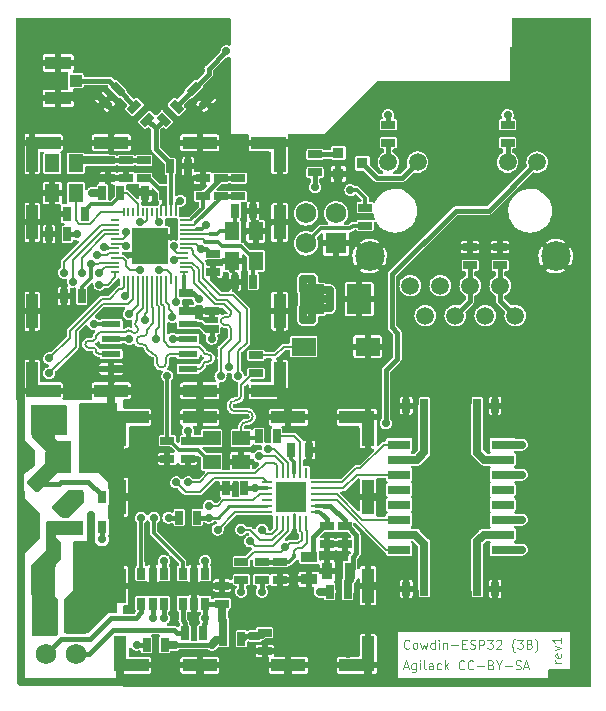
<source format=gbr>
%TF.GenerationSoftware,KiCad,Pcbnew,6.0.0*%
%TF.CreationDate,2022-05-21T22:27:12+02:00*%
%TF.ProjectId,cowdin-3b-esp32,636f7764-696e-42d3-9362-2d6573703332,1*%
%TF.SameCoordinates,Original*%
%TF.FileFunction,Copper,L1,Top*%
%TF.FilePolarity,Positive*%
%FSLAX46Y46*%
G04 Gerber Fmt 4.6, Leading zero omitted, Abs format (unit mm)*
G04 Created by KiCad (PCBNEW 6.0.0) date 2022-05-21 22:27:12*
%MOMM*%
%LPD*%
G01*
G04 APERTURE LIST*
G04 Aperture macros list*
%AMRotRect*
0 Rectangle, with rotation*
0 The origin of the aperture is its center*
0 $1 length*
0 $2 width*
0 $3 Rotation angle, in degrees counterclockwise*
0 Add horizontal line*
21,1,$1,$2,0,0,$3*%
%AMFreePoly0*
4,1,17,2.417678,0.517678,2.425000,0.500000,2.425000,-0.500000,2.417678,-0.517678,2.400000,-0.525000,0.525000,-0.525000,0.525000,-2.400000,0.517678,-2.417678,0.500000,-2.425000,-0.500000,-2.425000,-0.517678,-2.417678,-0.525000,-2.400000,-0.525000,0.500000,-0.517678,0.517678,-0.500000,0.525000,2.400000,0.525000,2.417678,0.517678,2.417678,0.517678,$1*%
G04 Aperture macros list end*
%ADD10C,0.101600*%
%TA.AperFunction,NonConductor*%
%ADD11C,0.101600*%
%TD*%
%TA.AperFunction,SMDPad,CuDef*%
%ADD12R,1.143000X0.635000*%
%TD*%
%TA.AperFunction,SMDPad,CuDef*%
%ADD13R,0.635000X1.143000*%
%TD*%
%TA.AperFunction,SMDPad,CuDef*%
%ADD14R,0.914400X0.914400*%
%TD*%
%TA.AperFunction,SMDPad,CuDef*%
%ADD15R,1.200000X1.500000*%
%TD*%
%TA.AperFunction,SMDPad,CuDef*%
%ADD16RotRect,0.635000X1.143000X315.000000*%
%TD*%
%TA.AperFunction,SMDPad,CuDef*%
%ADD17RotRect,0.635000X1.143000X225.000000*%
%TD*%
%TA.AperFunction,SMDPad,CuDef*%
%ADD18RotRect,0.635000X1.143000X135.000000*%
%TD*%
%TA.AperFunction,SMDPad,CuDef*%
%ADD19R,0.889000X1.397000*%
%TD*%
%TA.AperFunction,SMDPad,CuDef*%
%ADD20R,1.397000X0.889000*%
%TD*%
%TA.AperFunction,SMDPad,CuDef*%
%ADD21FreePoly0,90.000000*%
%TD*%
%TA.AperFunction,SMDPad,CuDef*%
%ADD22R,1.000000X2.900000*%
%TD*%
%TA.AperFunction,SMDPad,CuDef*%
%ADD23FreePoly0,0.000000*%
%TD*%
%TA.AperFunction,SMDPad,CuDef*%
%ADD24FreePoly0,180.000000*%
%TD*%
%TA.AperFunction,SMDPad,CuDef*%
%ADD25R,2.900000X1.000000*%
%TD*%
%TA.AperFunction,SMDPad,CuDef*%
%ADD26FreePoly0,270.000000*%
%TD*%
%TA.AperFunction,SMDPad,CuDef*%
%ADD27R,2.200000X1.100000*%
%TD*%
%TA.AperFunction,SMDPad,CuDef*%
%ADD28R,1.000000X1.000000*%
%TD*%
%TA.AperFunction,SMDPad,CuDef*%
%ADD29R,0.900000X0.279400*%
%TD*%
%TA.AperFunction,SMDPad,CuDef*%
%ADD30R,0.279400X0.900000*%
%TD*%
%TA.AperFunction,SMDPad,CuDef*%
%ADD31R,2.600000X2.600000*%
%TD*%
%TA.AperFunction,SMDPad,CuDef*%
%ADD32RotRect,1.300000X1.300000X225.000000*%
%TD*%
%TA.AperFunction,SMDPad,CuDef*%
%ADD33R,1.500000X1.200000*%
%TD*%
%TA.AperFunction,SMDPad,CuDef*%
%ADD34R,0.701040X1.000760*%
%TD*%
%TA.AperFunction,SMDPad,CuDef*%
%ADD35R,2.000000X2.500000*%
%TD*%
%TA.AperFunction,ComponentPad*%
%ADD36R,1.750000X1.750000*%
%TD*%
%TA.AperFunction,ComponentPad*%
%ADD37C,1.750000*%
%TD*%
%TA.AperFunction,SMDPad,CuDef*%
%ADD38R,2.000000X1.500000*%
%TD*%
%TA.AperFunction,SMDPad,CuDef*%
%ADD39R,0.250000X0.750000*%
%TD*%
%TA.AperFunction,SMDPad,CuDef*%
%ADD40R,0.750000X0.250000*%
%TD*%
%TA.AperFunction,SMDPad,CuDef*%
%ADD41R,1.500000X1.500000*%
%TD*%
%TA.AperFunction,SMDPad,CuDef*%
%ADD42R,1.600000X0.550000*%
%TD*%
%TA.AperFunction,SMDPad,CuDef*%
%ADD43R,1.899920X0.800100*%
%TD*%
%TA.AperFunction,SMDPad,CuDef*%
%ADD44RotRect,0.635000X1.143000X45.000000*%
%TD*%
%TA.AperFunction,ComponentPad*%
%ADD45C,1.500000*%
%TD*%
%TA.AperFunction,ComponentPad*%
%ADD46C,2.500000*%
%TD*%
%TA.AperFunction,ViaPad*%
%ADD47C,0.711200*%
%TD*%
%TA.AperFunction,Conductor*%
%ADD48C,0.406400*%
%TD*%
%TA.AperFunction,Conductor*%
%ADD49C,0.203200*%
%TD*%
%TA.AperFunction,Conductor*%
%ADD50C,0.711200*%
%TD*%
%TA.AperFunction,Conductor*%
%ADD51C,0.304800*%
%TD*%
%TA.AperFunction,Conductor*%
%ADD52C,0.250000*%
%TD*%
G04 APERTURE END LIST*
D10*
D11*
X170344714Y-131272531D02*
X169836714Y-131272531D01*
X169981857Y-131272531D02*
X169909285Y-131236245D01*
X169873000Y-131199960D01*
X169836714Y-131127388D01*
X169836714Y-131054817D01*
X170308428Y-130510531D02*
X170344714Y-130583102D01*
X170344714Y-130728245D01*
X170308428Y-130800817D01*
X170235857Y-130837102D01*
X169945571Y-130837102D01*
X169873000Y-130800817D01*
X169836714Y-130728245D01*
X169836714Y-130583102D01*
X169873000Y-130510531D01*
X169945571Y-130474245D01*
X170018142Y-130474245D01*
X170090714Y-130837102D01*
X169836714Y-130220245D02*
X170344714Y-130038817D01*
X169836714Y-129857388D01*
X170344714Y-129167960D02*
X170344714Y-129603388D01*
X170344714Y-129385674D02*
X169582714Y-129385674D01*
X169691571Y-129458245D01*
X169764142Y-129530817D01*
X169800428Y-129603388D01*
D10*
D11*
X157482897Y-130022142D02*
X157446611Y-130058428D01*
X157337754Y-130094714D01*
X157265182Y-130094714D01*
X157156325Y-130058428D01*
X157083754Y-129985857D01*
X157047468Y-129913285D01*
X157011182Y-129768142D01*
X157011182Y-129659285D01*
X157047468Y-129514142D01*
X157083754Y-129441571D01*
X157156325Y-129369000D01*
X157265182Y-129332714D01*
X157337754Y-129332714D01*
X157446611Y-129369000D01*
X157482897Y-129405285D01*
X157918325Y-130094714D02*
X157845754Y-130058428D01*
X157809468Y-130022142D01*
X157773182Y-129949571D01*
X157773182Y-129731857D01*
X157809468Y-129659285D01*
X157845754Y-129623000D01*
X157918325Y-129586714D01*
X158027182Y-129586714D01*
X158099754Y-129623000D01*
X158136040Y-129659285D01*
X158172325Y-129731857D01*
X158172325Y-129949571D01*
X158136040Y-130022142D01*
X158099754Y-130058428D01*
X158027182Y-130094714D01*
X157918325Y-130094714D01*
X158426325Y-129586714D02*
X158571468Y-130094714D01*
X158716611Y-129731857D01*
X158861754Y-130094714D01*
X159006897Y-129586714D01*
X159623754Y-130094714D02*
X159623754Y-129332714D01*
X159623754Y-130058428D02*
X159551182Y-130094714D01*
X159406040Y-130094714D01*
X159333468Y-130058428D01*
X159297182Y-130022142D01*
X159260897Y-129949571D01*
X159260897Y-129731857D01*
X159297182Y-129659285D01*
X159333468Y-129623000D01*
X159406040Y-129586714D01*
X159551182Y-129586714D01*
X159623754Y-129623000D01*
X159986611Y-130094714D02*
X159986611Y-129586714D01*
X159986611Y-129332714D02*
X159950325Y-129369000D01*
X159986611Y-129405285D01*
X160022897Y-129369000D01*
X159986611Y-129332714D01*
X159986611Y-129405285D01*
X160349468Y-129586714D02*
X160349468Y-130094714D01*
X160349468Y-129659285D02*
X160385754Y-129623000D01*
X160458325Y-129586714D01*
X160567182Y-129586714D01*
X160639754Y-129623000D01*
X160676040Y-129695571D01*
X160676040Y-130094714D01*
X161038897Y-129804428D02*
X161619468Y-129804428D01*
X161982325Y-129695571D02*
X162236325Y-129695571D01*
X162345182Y-130094714D02*
X161982325Y-130094714D01*
X161982325Y-129332714D01*
X162345182Y-129332714D01*
X162635468Y-130058428D02*
X162744325Y-130094714D01*
X162925754Y-130094714D01*
X162998325Y-130058428D01*
X163034611Y-130022142D01*
X163070897Y-129949571D01*
X163070897Y-129877000D01*
X163034611Y-129804428D01*
X162998325Y-129768142D01*
X162925754Y-129731857D01*
X162780611Y-129695571D01*
X162708040Y-129659285D01*
X162671754Y-129623000D01*
X162635468Y-129550428D01*
X162635468Y-129477857D01*
X162671754Y-129405285D01*
X162708040Y-129369000D01*
X162780611Y-129332714D01*
X162962040Y-129332714D01*
X163070897Y-129369000D01*
X163397468Y-130094714D02*
X163397468Y-129332714D01*
X163687754Y-129332714D01*
X163760325Y-129369000D01*
X163796611Y-129405285D01*
X163832897Y-129477857D01*
X163832897Y-129586714D01*
X163796611Y-129659285D01*
X163760325Y-129695571D01*
X163687754Y-129731857D01*
X163397468Y-129731857D01*
X164086897Y-129332714D02*
X164558611Y-129332714D01*
X164304611Y-129623000D01*
X164413468Y-129623000D01*
X164486040Y-129659285D01*
X164522325Y-129695571D01*
X164558611Y-129768142D01*
X164558611Y-129949571D01*
X164522325Y-130022142D01*
X164486040Y-130058428D01*
X164413468Y-130094714D01*
X164195754Y-130094714D01*
X164123182Y-130058428D01*
X164086897Y-130022142D01*
X164848897Y-129405285D02*
X164885182Y-129369000D01*
X164957754Y-129332714D01*
X165139182Y-129332714D01*
X165211754Y-129369000D01*
X165248040Y-129405285D01*
X165284325Y-129477857D01*
X165284325Y-129550428D01*
X165248040Y-129659285D01*
X164812611Y-130094714D01*
X165284325Y-130094714D01*
X166409182Y-130385000D02*
X166372897Y-130348714D01*
X166300325Y-130239857D01*
X166264040Y-130167285D01*
X166227754Y-130058428D01*
X166191468Y-129877000D01*
X166191468Y-129731857D01*
X166227754Y-129550428D01*
X166264040Y-129441571D01*
X166300325Y-129369000D01*
X166372897Y-129260142D01*
X166409182Y-129223857D01*
X166626897Y-129332714D02*
X167098611Y-129332714D01*
X166844611Y-129623000D01*
X166953468Y-129623000D01*
X167026040Y-129659285D01*
X167062325Y-129695571D01*
X167098611Y-129768142D01*
X167098611Y-129949571D01*
X167062325Y-130022142D01*
X167026040Y-130058428D01*
X166953468Y-130094714D01*
X166735754Y-130094714D01*
X166663182Y-130058428D01*
X166626897Y-130022142D01*
X167679182Y-129695571D02*
X167788040Y-129731857D01*
X167824325Y-129768142D01*
X167860611Y-129840714D01*
X167860611Y-129949571D01*
X167824325Y-130022142D01*
X167788040Y-130058428D01*
X167715468Y-130094714D01*
X167425182Y-130094714D01*
X167425182Y-129332714D01*
X167679182Y-129332714D01*
X167751754Y-129369000D01*
X167788040Y-129405285D01*
X167824325Y-129477857D01*
X167824325Y-129550428D01*
X167788040Y-129623000D01*
X167751754Y-129659285D01*
X167679182Y-129695571D01*
X167425182Y-129695571D01*
X168114611Y-130385000D02*
X168150897Y-130348714D01*
X168223468Y-130239857D01*
X168259754Y-130167285D01*
X168296040Y-130058428D01*
X168332325Y-129877000D01*
X168332325Y-129731857D01*
X168296040Y-129550428D01*
X168259754Y-129441571D01*
X168223468Y-129369000D01*
X168150897Y-129260142D01*
X168114611Y-129223857D01*
D10*
D11*
X157011182Y-131627000D02*
X157374040Y-131627000D01*
X156938611Y-131844714D02*
X157192611Y-131082714D01*
X157446611Y-131844714D01*
X158027182Y-131336714D02*
X158027182Y-131953571D01*
X157990897Y-132026142D01*
X157954611Y-132062428D01*
X157882040Y-132098714D01*
X157773182Y-132098714D01*
X157700611Y-132062428D01*
X158027182Y-131808428D02*
X157954611Y-131844714D01*
X157809468Y-131844714D01*
X157736897Y-131808428D01*
X157700611Y-131772142D01*
X157664325Y-131699571D01*
X157664325Y-131481857D01*
X157700611Y-131409285D01*
X157736897Y-131373000D01*
X157809468Y-131336714D01*
X157954611Y-131336714D01*
X158027182Y-131373000D01*
X158390040Y-131844714D02*
X158390040Y-131336714D01*
X158390040Y-131082714D02*
X158353754Y-131119000D01*
X158390040Y-131155285D01*
X158426325Y-131119000D01*
X158390040Y-131082714D01*
X158390040Y-131155285D01*
X158861754Y-131844714D02*
X158789182Y-131808428D01*
X158752897Y-131735857D01*
X158752897Y-131082714D01*
X159478611Y-131844714D02*
X159478611Y-131445571D01*
X159442325Y-131373000D01*
X159369754Y-131336714D01*
X159224611Y-131336714D01*
X159152040Y-131373000D01*
X159478611Y-131808428D02*
X159406040Y-131844714D01*
X159224611Y-131844714D01*
X159152040Y-131808428D01*
X159115754Y-131735857D01*
X159115754Y-131663285D01*
X159152040Y-131590714D01*
X159224611Y-131554428D01*
X159406040Y-131554428D01*
X159478611Y-131518142D01*
X160168040Y-131808428D02*
X160095468Y-131844714D01*
X159950325Y-131844714D01*
X159877754Y-131808428D01*
X159841468Y-131772142D01*
X159805182Y-131699571D01*
X159805182Y-131481857D01*
X159841468Y-131409285D01*
X159877754Y-131373000D01*
X159950325Y-131336714D01*
X160095468Y-131336714D01*
X160168040Y-131373000D01*
X160494611Y-131844714D02*
X160494611Y-131082714D01*
X160567182Y-131554428D02*
X160784897Y-131844714D01*
X160784897Y-131336714D02*
X160494611Y-131627000D01*
X162127468Y-131772142D02*
X162091182Y-131808428D01*
X161982325Y-131844714D01*
X161909754Y-131844714D01*
X161800897Y-131808428D01*
X161728325Y-131735857D01*
X161692040Y-131663285D01*
X161655754Y-131518142D01*
X161655754Y-131409285D01*
X161692040Y-131264142D01*
X161728325Y-131191571D01*
X161800897Y-131119000D01*
X161909754Y-131082714D01*
X161982325Y-131082714D01*
X162091182Y-131119000D01*
X162127468Y-131155285D01*
X162889468Y-131772142D02*
X162853182Y-131808428D01*
X162744325Y-131844714D01*
X162671754Y-131844714D01*
X162562897Y-131808428D01*
X162490325Y-131735857D01*
X162454040Y-131663285D01*
X162417754Y-131518142D01*
X162417754Y-131409285D01*
X162454040Y-131264142D01*
X162490325Y-131191571D01*
X162562897Y-131119000D01*
X162671754Y-131082714D01*
X162744325Y-131082714D01*
X162853182Y-131119000D01*
X162889468Y-131155285D01*
X163216040Y-131554428D02*
X163796611Y-131554428D01*
X164413468Y-131445571D02*
X164522325Y-131481857D01*
X164558611Y-131518142D01*
X164594897Y-131590714D01*
X164594897Y-131699571D01*
X164558611Y-131772142D01*
X164522325Y-131808428D01*
X164449754Y-131844714D01*
X164159468Y-131844714D01*
X164159468Y-131082714D01*
X164413468Y-131082714D01*
X164486040Y-131119000D01*
X164522325Y-131155285D01*
X164558611Y-131227857D01*
X164558611Y-131300428D01*
X164522325Y-131373000D01*
X164486040Y-131409285D01*
X164413468Y-131445571D01*
X164159468Y-131445571D01*
X165066611Y-131481857D02*
X165066611Y-131844714D01*
X164812611Y-131082714D02*
X165066611Y-131481857D01*
X165320611Y-131082714D01*
X165574611Y-131554428D02*
X166155182Y-131554428D01*
X166481754Y-131808428D02*
X166590611Y-131844714D01*
X166772040Y-131844714D01*
X166844611Y-131808428D01*
X166880897Y-131772142D01*
X166917182Y-131699571D01*
X166917182Y-131627000D01*
X166880897Y-131554428D01*
X166844611Y-131518142D01*
X166772040Y-131481857D01*
X166626897Y-131445571D01*
X166554325Y-131409285D01*
X166518040Y-131373000D01*
X166481754Y-131300428D01*
X166481754Y-131227857D01*
X166518040Y-131155285D01*
X166554325Y-131119000D01*
X166626897Y-131082714D01*
X166808325Y-131082714D01*
X166917182Y-131119000D01*
X167207468Y-131627000D02*
X167570325Y-131627000D01*
X167134897Y-131844714D02*
X167388897Y-131082714D01*
X167642897Y-131844714D01*
D12*
%TO.P,C21,1*%
%TO.N,Net-(C20-Pad1)*%
X152000000Y-119738000D03*
%TO.P,C21,2*%
%TO.N,GND*%
X152000000Y-121262000D03*
%TD*%
D13*
%TO.P,C24,1*%
%TO.N,Net-(C24-Pad1)*%
X158762000Y-109500000D03*
%TO.P,C24,2*%
%TO.N,GND*%
X157238000Y-109500000D03*
%TD*%
%TO.P,C33,1*%
%TO.N,+3.3V*%
X127012000Y-114000000D03*
%TO.P,C33,2*%
%TO.N,GND*%
X125488000Y-114000000D03*
%TD*%
D14*
%TO.P,Q1,1,B*%
%TO.N,Net-(Q1-Pad1)*%
X151484000Y-88111000D03*
%TO.P,Q1,2,E*%
%TO.N,GND*%
X151484000Y-89889000D03*
%TO.P,Q1,3,C*%
%TO.N,Net-(J2-Pad11)*%
X153516000Y-89000000D03*
%TD*%
D15*
%TO.P,X1,1,1*%
%TO.N,Net-(C3-Pad1)*%
X144500000Y-97250000D03*
%TO.P,X1,2,2*%
%TO.N,GND*%
X144500000Y-94750000D03*
%TO.P,X1,3,3*%
%TO.N,Net-(C2-Pad1)*%
X142500000Y-94750000D03*
%TO.P,X1,4,4*%
%TO.N,GND*%
X142500000Y-97250000D03*
%TD*%
D16*
%TO.P,C8,1*%
%TO.N,Net-(A1-Pad1)*%
X139211185Y-82711185D03*
%TO.P,C8,2*%
%TO.N,GND*%
X140288815Y-83788815D03*
%TD*%
D13*
%TO.P,C32,1*%
%TO.N,+5V*%
X127262000Y-120000000D03*
%TO.P,C32,2*%
%TO.N,GND*%
X125738000Y-120000000D03*
%TD*%
%TO.P,R23,1*%
%TO.N,GND*%
X164762000Y-125000000D03*
%TO.P,R23,2*%
%TO.N,Net-(R23-Pad2)*%
X163238000Y-125000000D03*
%TD*%
%TO.P,C16,1*%
%TO.N,+3.3V*%
X128512000Y-95000000D03*
%TO.P,C16,2*%
%TO.N,GND*%
X126988000Y-95000000D03*
%TD*%
D12*
%TO.P,R19,1*%
%TO.N,ETH_LED*%
X143250000Y-122738000D03*
%TO.P,R19,2*%
%TO.N,+3.3V*%
X143250000Y-124262000D03*
%TD*%
D13*
%TO.P,C3,1*%
%TO.N,Net-(C3-Pad1)*%
X144262000Y-99000000D03*
%TO.P,C3,2*%
%TO.N,GND*%
X142738000Y-99000000D03*
%TD*%
D12*
%TO.P,C39,1*%
%TO.N,+VIO*%
X141650000Y-126262000D03*
%TO.P,C39,2*%
%TO.N,GND*%
X141650000Y-124738000D03*
%TD*%
%TO.P,R3,1*%
%TO.N,BOOT0*%
X144500000Y-105238000D03*
%TO.P,R3,2*%
%TO.N,CLK_50M*%
X144500000Y-106762000D03*
%TD*%
%TO.P,R6,1*%
%TO.N,BOOT2*%
X149500000Y-89762000D03*
%TO.P,R6,2*%
%TO.N,Net-(Q1-Pad1)*%
X149500000Y-88238000D03*
%TD*%
D17*
%TO.P,C7,1*%
%TO.N,Net-(A2-Pad1)*%
X132788815Y-82711185D03*
%TO.P,C7,2*%
%TO.N,GND*%
X131711185Y-83788815D03*
%TD*%
D12*
%TO.P,C38,1*%
%TO.N,+3.3V*%
X145250000Y-128738000D03*
%TO.P,C38,2*%
%TO.N,GND*%
X145250000Y-130262000D03*
%TD*%
D18*
%TO.P,L1,1,1*%
%TO.N,Net-(C6-Pad1)*%
X135288815Y-85288815D03*
%TO.P,L1,2,2*%
%TO.N,Net-(A2-Pad1)*%
X134211185Y-84211185D03*
%TD*%
D13*
%TO.P,C2,1*%
%TO.N,Net-(C2-Pad1)*%
X142738000Y-93000000D03*
%TO.P,C2,2*%
%TO.N,GND*%
X144262000Y-93000000D03*
%TD*%
%TO.P,C6,1*%
%TO.N,Net-(C6-Pad1)*%
X137238000Y-89250000D03*
%TO.P,C6,2*%
%TO.N,GND*%
X138762000Y-89250000D03*
%TD*%
%TO.P,L4,1,1*%
%TO.N,+3.3V*%
X150738000Y-125250000D03*
%TO.P,L4,2,2*%
%TO.N,Net-(C20-Pad1)*%
X152262000Y-125250000D03*
%TD*%
D12*
%TO.P,R27,1*%
%TO.N,+3.3V*%
X145000000Y-124262000D03*
%TO.P,R27,2*%
%TO.N,ETH_RST*%
X145000000Y-122738000D03*
%TD*%
D13*
%TO.P,R8,1*%
%TO.N,+3.3V*%
X143262000Y-129250000D03*
%TO.P,R8,2*%
%TO.N,+VIO*%
X141738000Y-129250000D03*
%TD*%
D12*
%TO.P,R29,1*%
%TO.N,Net-(J2-Pad10)*%
X165800000Y-87262000D03*
%TO.P,R29,2*%
%TO.N,+3.3V*%
X165800000Y-85738000D03*
%TD*%
%TO.P,R2,1*%
%TO.N,Net-(C5-Pad1)*%
X143000000Y-91762000D03*
%TO.P,R2,2*%
%TO.N,Net-(C4-Pad1)*%
X143000000Y-90238000D03*
%TD*%
D19*
%TO.P,C31,1*%
%TO.N,+5V*%
X127547500Y-121750000D03*
%TO.P,C31,2*%
%TO.N,GND*%
X129452500Y-121750000D03*
%TD*%
D13*
%TO.P,R21,1*%
%TO.N,CLK_50M*%
X144738000Y-112100000D03*
%TO.P,R21,2*%
%TO.N,Net-(R21-Pad2)*%
X146262000Y-112100000D03*
%TD*%
D12*
%TO.P,C27,1*%
%TO.N,ETH_RST*%
X146500000Y-122738000D03*
%TO.P,C27,2*%
%TO.N,GND*%
X146500000Y-124262000D03*
%TD*%
%TO.P,R5,1*%
%TO.N,Net-(J2-Pad12)*%
X155700000Y-87262000D03*
%TO.P,R5,2*%
%TO.N,+3.3V*%
X155700000Y-85738000D03*
%TD*%
%TO.P,R28,1*%
%TO.N,CLK50_EN*%
X137000000Y-112488000D03*
%TO.P,R28,2*%
%TO.N,GND*%
X137000000Y-114012000D03*
%TD*%
D20*
%TO.P,C23,1*%
%TO.N,Net-(C22-Pad1)*%
X149000000Y-122297500D03*
%TO.P,C23,2*%
%TO.N,GND*%
X149000000Y-124202500D03*
%TD*%
D13*
%TO.P,R4,1*%
%TO.N,GND*%
X128238000Y-100250000D03*
%TO.P,R4,2*%
%TO.N,BOOT2*%
X129762000Y-100250000D03*
%TD*%
%TO.P,R24,1*%
%TO.N,GND*%
X164762000Y-109500000D03*
%TO.P,R24,2*%
%TO.N,Net-(R24-Pad2)*%
X163238000Y-109500000D03*
%TD*%
D21*
%TO.P,SHLD1,0*%
%TO.N,GND*%
X125500000Y-108250000D03*
D22*
X146500000Y-94000000D03*
D23*
X125500000Y-87250000D03*
D24*
X146500000Y-108250000D03*
D25*
X139750000Y-108250000D03*
D22*
X146500000Y-101500000D03*
D25*
X139750000Y-87250000D03*
X132250000Y-108250000D03*
D22*
X125500000Y-101500000D03*
D26*
X146500000Y-87250000D03*
D22*
X125500000Y-94000000D03*
D25*
X132250000Y-87250000D03*
%TD*%
D27*
%TO.P,A2,0*%
%TO.N,GND*%
X127750000Y-80500000D03*
X127750000Y-83500000D03*
D28*
%TO.P,A2,1*%
%TO.N,Net-(A2-Pad1)*%
X129250000Y-82000000D03*
%TD*%
D29*
%TO.P,U3,1*%
%TO.N,Net-(C22-Pad1)*%
X149550000Y-118500000D03*
%TO.P,U3,2*%
%TO.N,Net-(C20-Pad1)*%
X149550000Y-118000000D03*
%TO.P,U3,3,RX-*%
%TO.N,Net-(T1-Pad8)*%
X149550000Y-117500000D03*
%TO.P,U3,4,RX+*%
%TO.N,Net-(T1-Pad6)*%
X149550000Y-117000000D03*
%TO.P,U3,5,TX-*%
%TO.N,Net-(T1-Pad3)*%
X149550000Y-116500000D03*
%TO.P,U3,6,TX+*%
%TO.N,Net-(T1-Pad1)*%
X149550000Y-116000000D03*
D30*
%TO.P,U3,7,XO*%
%TO.N,unconnected-(U3-Pad7)*%
X148750000Y-115200000D03*
%TO.P,U3,8,XI*%
%TO.N,Net-(R21-Pad2)*%
X148250000Y-115200000D03*
%TO.P,U3,9,REXT*%
%TO.N,Net-(R22-Pad1)*%
X147750000Y-115200000D03*
%TO.P,U3,10,MDIO*%
%TO.N,ETH_MDIO*%
X147250000Y-115200000D03*
%TO.P,U3,11,MDC*%
%TO.N,ETH_MDC*%
X146750000Y-115200000D03*
%TO.P,U3,12,RXD1*%
%TO.N,ETH_RXD1*%
X146250000Y-115200000D03*
D29*
%TO.P,U3,13,RXD0*%
%TO.N,ETH_RXD0*%
X145450000Y-116000000D03*
%TO.P,U3,14*%
%TO.N,+3.3V*%
X145450000Y-116500000D03*
%TO.P,U3,15,CRSDV*%
%TO.N,ETH_CRSDV*%
X145450000Y-117000000D03*
%TO.P,U3,16,REFCLK*%
%TO.N,unconnected-(U3-Pad16)*%
X145450000Y-117500000D03*
%TO.P,U3,17,RXER*%
%TO.N,ETH_RXER*%
X145450000Y-118000000D03*
%TO.P,U3,18,INTR*%
%TO.N,ETH_IRQ*%
X145450000Y-118500000D03*
D30*
%TO.P,U3,19,TXEN*%
%TO.N,ETH_TXEN*%
X146250000Y-119300000D03*
%TO.P,U3,20,TXD0*%
%TO.N,ETH_TXD0*%
X146750000Y-119300000D03*
%TO.P,U3,21,TXD1*%
%TO.N,ETH_TXD1*%
X147250000Y-119300000D03*
%TO.P,U3,22*%
%TO.N,GND*%
X147750000Y-119300000D03*
%TO.P,U3,23,LED0*%
%TO.N,ETH_LED*%
X148250000Y-119300000D03*
%TO.P,U3,24,RST*%
%TO.N,ETH_RST*%
X148750000Y-119300000D03*
D31*
%TO.P,U3,PAD*%
%TO.N,GND*%
X147500000Y-117250000D03*
%TD*%
D32*
%TO.P,L5,1,1*%
%TO.N,/Power Supply/REG_SW*%
X128060000Y-118060000D03*
%TO.P,L5,2,2*%
%TO.N,+3.3V*%
X125940000Y-115940000D03*
%TD*%
D13*
%TO.P,C34,1*%
%TO.N,+3.3V*%
X128488000Y-114600000D03*
%TO.P,C34,2*%
%TO.N,GND*%
X130012000Y-114600000D03*
%TD*%
D12*
%TO.P,C13,1*%
%TO.N,+3.3V*%
X138600000Y-99988000D03*
%TO.P,C13,2*%
%TO.N,GND*%
X138600000Y-101512000D03*
%TD*%
D15*
%TO.P,X2,1,En*%
%TO.N,unconnected-(X2-Pad1)*%
X127250000Y-89000000D03*
%TO.P,X2,2*%
%TO.N,GND*%
X127250000Y-91500000D03*
%TO.P,X2,3,Out*%
%TO.N,Net-(U1-Pad12)*%
X129250000Y-91500000D03*
%TO.P,X2,4*%
%TO.N,+3.3V*%
X129250000Y-89000000D03*
%TD*%
D13*
%TO.P,C26,1*%
%TO.N,+3.3V*%
X143512000Y-116500000D03*
%TO.P,C26,2*%
%TO.N,GND*%
X141988000Y-116500000D03*
%TD*%
D33*
%TO.P,X3,1,En*%
%TO.N,CLK50_EN*%
X140750000Y-114250000D03*
%TO.P,X3,2*%
%TO.N,GND*%
X143250000Y-114250000D03*
%TO.P,X3,3,Out*%
%TO.N,CLK_50M*%
X143250000Y-112250000D03*
%TO.P,X3,4*%
%TO.N,+3.3V*%
X140750000Y-112250000D03*
%TD*%
D34*
%TO.P,U5,1,VCCA*%
%TO.N,+3.3V*%
X136702500Y-123730000D03*
%TO.P,U5,2*%
%TO.N,GND*%
X135750000Y-123730000D03*
%TO.P,U5,3,A*%
%TO.N,U2_TXD*%
X134797500Y-123730000D03*
%TO.P,U5,4,B*%
%TO.N,UART_TX*%
X134797500Y-126270000D03*
%TO.P,U5,5,DIR*%
%TO.N,+3.3V*%
X135750000Y-126270000D03*
%TO.P,U5,6,VCCB*%
%TO.N,+VIO*%
X136702500Y-126270000D03*
%TD*%
%TO.P,U6,1,VCCA*%
%TO.N,+3.3V*%
X140202500Y-123730000D03*
%TO.P,U6,2*%
%TO.N,GND*%
X139250000Y-123730000D03*
%TO.P,U6,3,A*%
%TO.N,U2_RXD*%
X138297500Y-123730000D03*
%TO.P,U6,4,B*%
%TO.N,UART_RX*%
X138297500Y-126270000D03*
%TO.P,U6,5,DIR*%
%TO.N,GND*%
X139250000Y-126270000D03*
%TO.P,U6,6,VCCB*%
%TO.N,+VIO*%
X140202500Y-126270000D03*
%TD*%
D12*
%TO.P,C5,1*%
%TO.N,Net-(C5-Pad1)*%
X141500000Y-91762000D03*
%TO.P,C5,2*%
%TO.N,Net-(C4-Pad1)*%
X141500000Y-90238000D03*
%TD*%
D35*
%TO.P,C30,1*%
%TO.N,+5V*%
X126500000Y-124250000D03*
%TO.P,C30,2*%
%TO.N,GND*%
X130500000Y-124250000D03*
%TD*%
D12*
%TO.P,C15,1*%
%TO.N,+VMEM*%
X140750000Y-103012000D03*
%TO.P,C15,2*%
%TO.N,GND*%
X140750000Y-101488000D03*
%TD*%
%TO.P,R10,1*%
%TO.N,+3.3V*%
X153750000Y-92738000D03*
%TO.P,R10,2*%
%TO.N,DBG_RX*%
X153750000Y-94262000D03*
%TD*%
%TO.P,C22,1*%
%TO.N,Net-(C22-Pad1)*%
X150500000Y-119738000D03*
%TO.P,C22,2*%
%TO.N,GND*%
X150500000Y-121262000D03*
%TD*%
D34*
%TO.P,U4,1,VIN*%
%TO.N,+5V*%
X129547500Y-119770000D03*
%TO.P,U4,2*%
%TO.N,GND*%
X130500000Y-119770000D03*
%TO.P,U4,3,EN*%
%TO.N,+5V*%
X131452500Y-119770000D03*
%TO.P,U4,4,FB*%
%TO.N,+3.3V*%
X131452500Y-117230000D03*
%TO.P,U4,5,SW*%
%TO.N,/Power Supply/REG_SW*%
X129547500Y-117230000D03*
%TD*%
D13*
%TO.P,R1,1*%
%TO.N,+3.3V*%
X131488000Y-91500000D03*
%TO.P,R1,2*%
%TO.N,Net-(C1-Pad1)*%
X133012000Y-91500000D03*
%TD*%
D36*
%TO.P,P2,1,P1*%
%TO.N,GND*%
X151270000Y-95770000D03*
D37*
%TO.P,P2,2,PM*%
%TO.N,DBG_RX*%
X148730000Y-95770000D03*
%TO.P,P2,3,P3*%
%TO.N,+3.3V*%
X151270000Y-93230000D03*
%TO.P,P2,4*%
%TO.N,DBG_TX*%
X148730000Y-93230000D03*
%TD*%
D38*
%TO.P,SW1,1,1*%
%TO.N,GND*%
X153950000Y-104500000D03*
%TO.P,SW1,2,2*%
%TO.N,BOOT0*%
X148550000Y-104500000D03*
%TD*%
D12*
%TO.P,C11,1*%
%TO.N,+3.3V*%
X133500000Y-88738000D03*
%TO.P,C11,2*%
%TO.N,GND*%
X133500000Y-90262000D03*
%TD*%
%TO.P,C14,1*%
%TO.N,+3.3V*%
X140900000Y-96638000D03*
%TO.P,C14,2*%
%TO.N,GND*%
X140900000Y-98162000D03*
%TD*%
D13*
%TO.P,C25,1*%
%TO.N,Net-(C25-Pad1)*%
X158762000Y-125000000D03*
%TO.P,C25,2*%
%TO.N,GND*%
X157238000Y-125000000D03*
%TD*%
D12*
%TO.P,L3,1,1*%
%TO.N,+3.3V*%
X135000000Y-88738000D03*
%TO.P,L3,2,2*%
%TO.N,Net-(C12-Pad1)*%
X135000000Y-90262000D03*
%TD*%
D35*
%TO.P,C37,1*%
%TO.N,+3.3V*%
X149250000Y-100500000D03*
%TO.P,C37,2*%
%TO.N,GND*%
X153250000Y-100500000D03*
%TD*%
D13*
%TO.P,C1,1*%
%TO.N,Net-(C1-Pad1)*%
X130012000Y-93250000D03*
%TO.P,C1,2*%
%TO.N,GND*%
X128488000Y-93250000D03*
%TD*%
D25*
%TO.P,SHLD2,0*%
%TO.N,GND*%
X147250000Y-131500000D03*
X139750000Y-131500000D03*
X147250000Y-110500000D03*
D22*
X154000000Y-124750000D03*
D23*
X133000000Y-110500000D03*
D22*
X133000000Y-124750000D03*
D24*
X154000000Y-131500000D03*
D22*
X133000000Y-117250000D03*
X154000000Y-117250000D03*
D25*
X139750000Y-110500000D03*
D21*
X133000000Y-131500000D03*
D26*
X154000000Y-110500000D03*
%TD*%
D12*
%TO.P,C4,1*%
%TO.N,Net-(C4-Pad1)*%
X140000000Y-91762000D03*
%TO.P,C4,2*%
%TO.N,GND*%
X140000000Y-90238000D03*
%TD*%
D39*
%TO.P,U1,1*%
%TO.N,+3.3V*%
X137700000Y-93100000D03*
%TO.P,U1,2,LNA_IN*%
%TO.N,Net-(C6-Pad1)*%
X137300000Y-93100000D03*
%TO.P,U1,3*%
%TO.N,Net-(C12-Pad1)*%
X136900000Y-93100000D03*
%TO.P,U1,4*%
X136500000Y-93100000D03*
%TO.P,U1,5,SENSOR_VP*%
%TO.N,Net-(TP5-Pad1)*%
X136100000Y-93100000D03*
%TO.P,U1,6,SENSOR_CP*%
%TO.N,unconnected-(U1-Pad6)*%
X135700000Y-93100000D03*
%TO.P,U1,7,SENSOR_CN*%
%TO.N,ETH_RXER*%
X135300000Y-93100000D03*
%TO.P,U1,8,SENSOR_VN*%
%TO.N,unconnected-(U1-Pad8)*%
X134900000Y-93100000D03*
%TO.P,U1,9,PU*%
%TO.N,Net-(C1-Pad1)*%
X134500000Y-93100000D03*
%TO.P,U1,10,VDET1*%
%TO.N,unconnected-(U1-Pad10)*%
X134100000Y-93100000D03*
%TO.P,U1,11,VDET2*%
%TO.N,unconnected-(U1-Pad11)*%
X133700000Y-93100000D03*
%TO.P,U1,12,XI_32K*%
%TO.N,Net-(U1-Pad12)*%
X133300000Y-93100000D03*
D40*
%TO.P,U1,13,XO_32K*%
%TO.N,unconnected-(U1-Pad13)*%
X132600000Y-93800000D03*
%TO.P,U1,14,GPIO25*%
%TO.N,ETH_RXD0*%
X132600000Y-94200000D03*
%TO.P,U1,15,GPIO26*%
%TO.N,ETH_RXD1*%
X132600000Y-94600000D03*
%TO.P,U1,16,GPIO27*%
%TO.N,ETH_CRSDV*%
X132600000Y-95000000D03*
%TO.P,U1,17,MTMS*%
%TO.N,Net-(TP1-Pad1)*%
X132600000Y-95400000D03*
%TO.P,U1,18,MTDI*%
%TO.N,Net-(TP2-Pad1)*%
X132600000Y-95800000D03*
%TO.P,U1,19,VRTC*%
%TO.N,+3.3V*%
X132600000Y-96200000D03*
%TO.P,U1,20,MTCK*%
%TO.N,Net-(TP3-Pad1)*%
X132600000Y-96600000D03*
%TO.P,U1,21,MTDO*%
%TO.N,Net-(TP4-Pad1)*%
X132600000Y-97000000D03*
%TO.P,U1,22,GPIO2*%
%TO.N,BOOT2*%
X132600000Y-97400000D03*
%TO.P,U1,23,GPIO0*%
%TO.N,BOOT0*%
X132600000Y-97800000D03*
%TO.P,U1,24,GPIO4*%
%TO.N,ETH_IRQ*%
X132600000Y-98200000D03*
D39*
%TO.P,U1,25,GPIO16*%
%TO.N,U2_RXD*%
X133300000Y-98900000D03*
%TO.P,U1,26,VDD_SDIO*%
%TO.N,+VMEM*%
X133700000Y-98900000D03*
%TO.P,U1,27,GPIO17*%
%TO.N,U2_TXD*%
X134100000Y-98900000D03*
%TO.P,U1,28,SD_DAT2*%
%TO.N,FL_SHD*%
X134500000Y-98900000D03*
%TO.P,U1,29,SD_DAT3*%
%TO.N,FL_SWP*%
X134900000Y-98900000D03*
%TO.P,U1,30,SD_CMD*%
%TO.N,FL_SCS*%
X135300000Y-98900000D03*
%TO.P,U1,31,SD_CLK*%
%TO.N,FL_SCK*%
X135700000Y-98900000D03*
%TO.P,U1,32,SD_DAT0*%
%TO.N,FL_SDO*%
X136100000Y-98900000D03*
%TO.P,U1,33,SD_DAT1*%
%TO.N,FL_SDI*%
X136500000Y-98900000D03*
%TO.P,U1,34,GPIO5*%
%TO.N,CLK50_EN*%
X136900000Y-98900000D03*
%TO.P,U1,35,GPIO18*%
%TO.N,ETH_MDC*%
X137300000Y-98900000D03*
%TO.P,U1,36,GPIO23*%
%TO.N,ETH_MDIO*%
X137700000Y-98900000D03*
D40*
%TO.P,U1,37,VCPU*%
%TO.N,+3.3V*%
X138400000Y-98200000D03*
%TO.P,U1,38,GPIO19*%
%TO.N,ETH_TXD0*%
X138400000Y-97800000D03*
%TO.P,U1,39,GPIO22*%
%TO.N,ETH_TXD1*%
X138400000Y-97400000D03*
%TO.P,U1,40,U0_RX*%
%TO.N,DBG_RX*%
X138400000Y-97000000D03*
%TO.P,U1,41,U0_TX*%
%TO.N,DBG_TX*%
X138400000Y-96600000D03*
%TO.P,U1,42,GPIO21*%
%TO.N,ETH_TXEN*%
X138400000Y-96200000D03*
%TO.P,U1,43*%
%TO.N,+3.3V*%
X138400000Y-95800000D03*
%TO.P,U1,44,XO*%
%TO.N,Net-(C3-Pad1)*%
X138400000Y-95400000D03*
%TO.P,U1,45,XI*%
%TO.N,Net-(C2-Pad1)*%
X138400000Y-95000000D03*
%TO.P,U1,46*%
%TO.N,+3.3V*%
X138400000Y-94600000D03*
%TO.P,U1,47,CAP2*%
%TO.N,Net-(C5-Pad1)*%
X138400000Y-94200000D03*
%TO.P,U1,48,CAP1*%
%TO.N,Net-(C4-Pad1)*%
X138400000Y-93800000D03*
D41*
%TO.P,U1,PAD*%
%TO.N,GND*%
X134750000Y-95250000D03*
X134750000Y-96750000D03*
X136250000Y-95250000D03*
X136250000Y-96750000D03*
%TD*%
D13*
%TO.P,R22,1*%
%TO.N,Net-(R22-Pad1)*%
X147488000Y-113250000D03*
%TO.P,R22,2*%
%TO.N,GND*%
X149012000Y-113250000D03*
%TD*%
%TO.P,C35,1*%
%TO.N,+3.3V*%
X128488000Y-113100000D03*
%TO.P,C35,2*%
%TO.N,GND*%
X130012000Y-113100000D03*
%TD*%
D42*
%TO.P,U2,1,CS*%
%TO.N,FL_SCS*%
X132250000Y-102595000D03*
%TO.P,U2,2,IO1_DO*%
%TO.N,FL_SDO*%
X132250000Y-103865000D03*
%TO.P,U2,3,IO2_WP*%
%TO.N,FL_SWP*%
X132250000Y-105135000D03*
%TO.P,U2,4*%
%TO.N,GND*%
X132250000Y-106405000D03*
%TO.P,U2,5,IO0_DI*%
%TO.N,FL_SDI*%
X138750000Y-106405000D03*
%TO.P,U2,6,CLK*%
%TO.N,FL_SCK*%
X138750000Y-105135000D03*
%TO.P,U2,7,IO3_HOLD*%
%TO.N,FL_SHD*%
X138750000Y-103865000D03*
%TO.P,U2,8*%
%TO.N,+VMEM*%
X138750000Y-102595000D03*
%TD*%
D13*
%TO.P,C12,1*%
%TO.N,Net-(C12-Pad1)*%
X136662000Y-91500000D03*
%TO.P,C12,2*%
%TO.N,GND*%
X135138000Y-91500000D03*
%TD*%
%TO.P,R7,1*%
%TO.N,+5V*%
X135238000Y-129750000D03*
%TO.P,R7,2*%
%TO.N,+VIO*%
X136762000Y-129750000D03*
%TD*%
%TO.P,R9,1*%
%TO.N,+VIO*%
X140012000Y-128750000D03*
%TO.P,R9,2*%
%TO.N,UART_RX*%
X138488000Y-128750000D03*
%TD*%
D35*
%TO.P,C36,1*%
%TO.N,+3.3V*%
X126500000Y-110750000D03*
%TO.P,C36,2*%
%TO.N,GND*%
X130500000Y-110750000D03*
%TD*%
D12*
%TO.P,R26,1*%
%TO.N,GND*%
X165180000Y-96088000D03*
%TO.P,R26,2*%
%TO.N,Net-(J2-Pad7)*%
X165180000Y-97612000D03*
%TD*%
D36*
%TO.P,P1,1,P1*%
%TO.N,GND*%
X129270000Y-127980000D03*
D37*
%TO.P,P1,2,PM*%
%TO.N,UART_RX*%
X129270000Y-130520000D03*
%TO.P,P1,3,P3*%
%TO.N,+5V*%
X126730000Y-127980000D03*
%TO.P,P1,4*%
%TO.N,UART_TX*%
X126730000Y-130520000D03*
%TD*%
D19*
%TO.P,C20,1*%
%TO.N,Net-(C20-Pad1)*%
X152452500Y-123500000D03*
%TO.P,C20,2*%
%TO.N,GND*%
X150547500Y-123500000D03*
%TD*%
D12*
%TO.P,R25,1*%
%TO.N,GND*%
X162640000Y-96088000D03*
%TO.P,R25,2*%
%TO.N,Net-(J2-Pad4)*%
X162640000Y-97612000D03*
%TD*%
D13*
%TO.P,R18,1*%
%TO.N,ETH_RXER*%
X139512000Y-119000000D03*
%TO.P,R18,2*%
%TO.N,+3.3V*%
X137988000Y-119000000D03*
%TD*%
D43*
%TO.P,T1,1,TD+*%
%TO.N,Net-(T1-Pad1)*%
X156621040Y-112805000D03*
%TO.P,T1,2,CTD*%
%TO.N,Net-(C24-Pad1)*%
X156621040Y-114075000D03*
%TO.P,T1,3,TD-*%
%TO.N,Net-(T1-Pad3)*%
X156621040Y-115345000D03*
%TO.P,T1,4*%
%TO.N,unconnected-(T1-Pad4)*%
X156621040Y-116615000D03*
%TO.P,T1,5*%
%TO.N,unconnected-(T1-Pad5)*%
X156621040Y-117885000D03*
%TO.P,T1,6,RD+*%
%TO.N,Net-(T1-Pad6)*%
X156621040Y-119155000D03*
%TO.P,T1,7,CRD*%
%TO.N,Net-(C25-Pad1)*%
X156621040Y-120425000D03*
%TO.P,T1,8,RD-*%
%TO.N,Net-(T1-Pad8)*%
X156621040Y-121695000D03*
%TO.P,T1,9,RX-*%
%TO.N,Net-(J2-Pad6)*%
X165378960Y-121695000D03*
%TO.P,T1,10,CRX*%
%TO.N,Net-(R23-Pad2)*%
X165378960Y-120425000D03*
%TO.P,T1,11,RX+*%
%TO.N,Net-(J2-Pad3)*%
X165378960Y-119155000D03*
%TO.P,T1,12*%
%TO.N,unconnected-(T1-Pad12)*%
X165378960Y-117885000D03*
%TO.P,T1,13*%
%TO.N,unconnected-(T1-Pad13)*%
X165378960Y-116615000D03*
%TO.P,T1,14,TX-*%
%TO.N,Net-(J2-Pad2)*%
X165378960Y-115345000D03*
%TO.P,T1,15,CTX*%
%TO.N,Net-(R24-Pad2)*%
X165378960Y-114075000D03*
%TO.P,T1,16,TX+*%
%TO.N,Net-(J2-Pad1)*%
X165378960Y-112805000D03*
%TD*%
D12*
%TO.P,C28,1*%
%TO.N,+3.3V*%
X138750000Y-112488000D03*
%TO.P,C28,2*%
%TO.N,GND*%
X138750000Y-114012000D03*
%TD*%
%TO.P,C10,1*%
%TO.N,+3.3V*%
X132000000Y-88738000D03*
%TO.P,C10,2*%
%TO.N,GND*%
X132000000Y-90262000D03*
%TD*%
D44*
%TO.P,L2,1,1*%
%TO.N,Net-(C6-Pad1)*%
X136711185Y-85288815D03*
%TO.P,L2,2,2*%
%TO.N,Net-(A1-Pad1)*%
X137788815Y-84211185D03*
%TD*%
D45*
%TO.P,J2,1*%
%TO.N,Net-(J2-Pad1)*%
X157555000Y-99350000D03*
%TO.P,J2,2*%
%TO.N,Net-(J2-Pad2)*%
X158825000Y-101890000D03*
%TO.P,J2,3*%
%TO.N,Net-(J2-Pad3)*%
X160095000Y-99350000D03*
%TO.P,J2,4*%
%TO.N,Net-(J2-Pad4)*%
X161365000Y-101890000D03*
%TO.P,J2,5*%
X162635000Y-99350000D03*
%TO.P,J2,6*%
%TO.N,Net-(J2-Pad6)*%
X163905000Y-101890000D03*
%TO.P,J2,7*%
%TO.N,Net-(J2-Pad7)*%
X165175000Y-99350000D03*
%TO.P,J2,8*%
X166445000Y-101890000D03*
%TO.P,J2,9*%
%TO.N,ETH_LED*%
X168300000Y-88890000D03*
%TO.P,J2,10*%
%TO.N,Net-(J2-Pad10)*%
X165810000Y-88890000D03*
%TO.P,J2,11*%
%TO.N,Net-(J2-Pad11)*%
X158190000Y-88890000D03*
%TO.P,J2,12*%
%TO.N,Net-(J2-Pad12)*%
X155700000Y-88890000D03*
D46*
%TO.P,J2,SHLD*%
%TO.N,GND*%
X169875000Y-96850000D03*
X154125000Y-96850000D03*
%TD*%
D47*
%TO.N,+3.3V*%
X152500000Y-91250000D03*
X138750000Y-111650000D03*
X128000000Y-110000000D03*
X145000000Y-125250000D03*
X136700000Y-122650000D03*
X149250000Y-102250000D03*
X143250000Y-125250000D03*
X139680000Y-100500000D03*
X131600000Y-96050000D03*
X137100000Y-119000000D03*
X150750000Y-101250000D03*
X129350000Y-95000000D03*
X138100000Y-92150000D03*
X144100000Y-129000000D03*
X165800000Y-84900000D03*
X144400000Y-116500000D03*
X130650000Y-88740000D03*
X155700000Y-84900000D03*
X128000000Y-110750000D03*
X150750000Y-100500000D03*
X139850000Y-96250000D03*
X130650000Y-91500000D03*
X150750000Y-99750000D03*
X148500000Y-98750000D03*
X149250000Y-98750000D03*
X135750000Y-127500000D03*
X128000000Y-111500000D03*
X149900000Y-125250000D03*
X148500000Y-102250000D03*
X140250000Y-94250000D03*
X140200000Y-122650000D03*
%TO.N,GND*%
X139250000Y-125000000D03*
X132000000Y-125500000D03*
X142500000Y-97250000D03*
X124600000Y-99000000D03*
X150750000Y-104500000D03*
X137750000Y-108250000D03*
X142000000Y-83000000D03*
X172400000Y-107000000D03*
X130500000Y-132900000D03*
X147490000Y-117250000D03*
X131060000Y-84440000D03*
X125750000Y-119000000D03*
X132000000Y-124000000D03*
X172400000Y-115000000D03*
X155000000Y-99500000D03*
X140500000Y-79500000D03*
X155000000Y-117250000D03*
X172400000Y-131000000D03*
X124600000Y-103000000D03*
X139750000Y-87250000D03*
X150500000Y-132900000D03*
X155000000Y-124750000D03*
X132500000Y-132900000D03*
X134000000Y-117250000D03*
X148500000Y-87000000D03*
X147250000Y-109300000D03*
X158500000Y-83000000D03*
X172400000Y-87000000D03*
X146500000Y-108250000D03*
X133000000Y-110500000D03*
X124600000Y-95000000D03*
X124600000Y-127000000D03*
X172400000Y-111000000D03*
X132000000Y-112000000D03*
X136250000Y-89250000D03*
X168500000Y-83000000D03*
X139500000Y-80500000D03*
X172400000Y-123000000D03*
X141900000Y-99500000D03*
X136250000Y-96750000D03*
X138750000Y-91250000D03*
X152000000Y-122100000D03*
X164500000Y-83000000D03*
X124600000Y-101000000D03*
X138500000Y-132900000D03*
X172400000Y-99000000D03*
X124600000Y-87000000D03*
X168500000Y-132900000D03*
X124600000Y-119000000D03*
X124600000Y-91000000D03*
X124600000Y-89000000D03*
X124600000Y-85000000D03*
X132250000Y-101750000D03*
X149010000Y-112100000D03*
X152500000Y-132900000D03*
X135750000Y-125000000D03*
X126500000Y-132900000D03*
X152250000Y-130550000D03*
X170500000Y-83000000D03*
X124600000Y-113000000D03*
X134750000Y-96750000D03*
X132000000Y-124750000D03*
X162500000Y-132900000D03*
X142250000Y-121000000D03*
X150500000Y-122200000D03*
X124600000Y-107000000D03*
X154000000Y-131500000D03*
X124600000Y-125000000D03*
X172400000Y-93000000D03*
X138250000Y-81750000D03*
X172400000Y-129000000D03*
X172400000Y-97000000D03*
X132250000Y-87250000D03*
X139250000Y-127500000D03*
X156500000Y-83000000D03*
X137150000Y-82850000D03*
X130500000Y-120800000D03*
X136000000Y-84000000D03*
X148500000Y-107000000D03*
X156400000Y-125000000D03*
X139673398Y-101500000D03*
X138750000Y-114850000D03*
X162640000Y-95250000D03*
X143250000Y-114250000D03*
X155000000Y-101500000D03*
X130650000Y-90260000D03*
X172400000Y-109000000D03*
X162500000Y-83000000D03*
X172400000Y-119000000D03*
X134750000Y-95250000D03*
X133000000Y-131500000D03*
X139650000Y-89250000D03*
X132000000Y-123250000D03*
X146500000Y-87250000D03*
X155000000Y-100500000D03*
X133750000Y-104993300D03*
X145150000Y-93000000D03*
X133750000Y-106400000D03*
X129500000Y-83310000D03*
X160500000Y-132900000D03*
X154500000Y-83000000D03*
X160500000Y-83000000D03*
X164500000Y-132900000D03*
X124600000Y-93000000D03*
X172400000Y-125000000D03*
X166500000Y-83000000D03*
X134250000Y-91250000D03*
X172400000Y-85000000D03*
X166500000Y-132900000D03*
X150750000Y-110500000D03*
X172400000Y-95000000D03*
X165600000Y-109500000D03*
X128500000Y-132900000D03*
X147750000Y-124200000D03*
X172400000Y-89000000D03*
X124600000Y-109000000D03*
X136500000Y-132900000D03*
X134500000Y-132900000D03*
X141650000Y-123900000D03*
X124600000Y-97000000D03*
X158500000Y-132900000D03*
X172400000Y-113000000D03*
X140500000Y-132900000D03*
X154000000Y-110500000D03*
X139500000Y-84550000D03*
X142500000Y-132900000D03*
X124600000Y-129000000D03*
X129500000Y-80500000D03*
X172400000Y-117000000D03*
X124600000Y-105000000D03*
X152500000Y-85000000D03*
X124600000Y-123000000D03*
X172400000Y-127000000D03*
X172400000Y-103000000D03*
X170500000Y-132900000D03*
X156500000Y-132900000D03*
X151480000Y-91000000D03*
X143750000Y-130560000D03*
X144500000Y-132900000D03*
X130500000Y-118750000D03*
X150500000Y-131680000D03*
X126750000Y-100250000D03*
X172400000Y-105000000D03*
X146500000Y-103750000D03*
X141150000Y-116500000D03*
X126990000Y-96100000D03*
X142000000Y-84500000D03*
X172400000Y-101000000D03*
X124600000Y-132900000D03*
X165180000Y-95250000D03*
X132250000Y-109300000D03*
X172400000Y-91000000D03*
X156400000Y-109500000D03*
X144500000Y-94750000D03*
X148500000Y-132900000D03*
X124600000Y-117000000D03*
X154500000Y-132900000D03*
X150500000Y-87000000D03*
X124600000Y-115000000D03*
X172400000Y-132900000D03*
X172400000Y-83000000D03*
X137000000Y-114850000D03*
X130900000Y-113100000D03*
X146500000Y-132900000D03*
X130500000Y-121750000D03*
X124600000Y-111000000D03*
X127250000Y-93250000D03*
X165600000Y-125000000D03*
X139750000Y-109300000D03*
X147750000Y-120500000D03*
X136250000Y-95250000D03*
X124600000Y-121000000D03*
X155500000Y-104500000D03*
X124600000Y-131000000D03*
X172400000Y-121000000D03*
X135430000Y-108250000D03*
X130900000Y-114600000D03*
X142000000Y-81000000D03*
%TO.N,Net-(A1-Pad1)*%
X142000000Y-79500000D03*
%TO.N,BOOT2*%
X149500000Y-91000000D03*
X130500000Y-97500000D03*
%TO.N,Net-(TP1-Pad1)*%
X133480000Y-94800000D03*
%TO.N,Net-(TP2-Pad1)*%
X133480000Y-96000000D03*
%TO.N,Net-(TP3-Pad1)*%
X131050000Y-96750000D03*
%TO.N,Net-(TP4-Pad1)*%
X134700000Y-98020000D03*
%TO.N,ETH_IRQ*%
X141250000Y-120010000D03*
X131250000Y-99250000D03*
%TO.N,FL_SHD*%
X137450000Y-103860000D03*
X133750000Y-101750000D03*
%TO.N,U2_RXD*%
X127000000Y-105500000D03*
X135850000Y-119000000D03*
%TO.N,FL_SCS*%
X135140000Y-102250000D03*
X130760000Y-102600000D03*
%TO.N,FL_SDO*%
X133750000Y-103860000D03*
X136000000Y-103860000D03*
%TO.N,+VMEM*%
X133400000Y-100250000D03*
X140750000Y-103850000D03*
%TO.N,Net-(J2-Pad1)*%
X167000000Y-112800000D03*
%TO.N,Net-(J2-Pad2)*%
X167000000Y-115350000D03*
%TO.N,Net-(J2-Pad3)*%
X167000000Y-119150000D03*
%TO.N,Net-(J2-Pad6)*%
X167000000Y-121700000D03*
%TO.N,U2_TXD*%
X127000000Y-106750000D03*
X134750000Y-119000000D03*
%TO.N,ETH_MDIO*%
X145500000Y-113150000D03*
X137760000Y-100750000D03*
%TO.N,ETH_RXD1*%
X129000000Y-99010000D03*
X138750000Y-116000000D03*
%TO.N,ETH_RXD0*%
X128250000Y-98250000D03*
X137750000Y-116000000D03*
%TO.N,ETH_TXEN*%
X143000000Y-107000000D03*
X145000000Y-120000000D03*
%TO.N,ETH_CRSDV*%
X140500000Y-118000000D03*
X129750000Y-98250000D03*
%TO.N,ETH_RXER*%
X134700000Y-93980000D03*
X140500000Y-119000000D03*
%TO.N,ETH_TXD0*%
X141500000Y-107000000D03*
X143250000Y-120000000D03*
%TO.N,ETH_TXD1*%
X144000000Y-121000000D03*
X142250000Y-106250000D03*
%TO.N,ETH_LED*%
X147000000Y-121500000D03*
X155500000Y-111000000D03*
%TO.N,ETH_MDC*%
X136300000Y-98020000D03*
X144750000Y-113800000D03*
%TO.N,CLK50_EN*%
X137000000Y-107000000D03*
X137350000Y-102000000D03*
%TO.N,BOOT0*%
X131250000Y-98250000D03*
X148550000Y-104500000D03*
%TO.N,+5V*%
X128250000Y-120000000D03*
X131450000Y-120800000D03*
X134400000Y-129750000D03*
%TO.N,DBG_RX*%
X137520000Y-97200000D03*
%TO.N,DBG_TX*%
X137520000Y-96000000D03*
%TO.N,+VIO*%
X136700000Y-127500000D03*
X140200000Y-127500000D03*
%TO.N,Net-(TP5-Pad1)*%
X136300000Y-93980000D03*
%TD*%
D48*
%TO.N,+3.3V*%
X131452500Y-117230000D02*
X131452500Y-117082500D01*
X133500000Y-88738000D02*
X135000000Y-88738000D01*
D49*
X139400000Y-95800000D02*
X139850000Y-96250000D01*
D48*
X127800000Y-116140000D02*
X126140000Y-116140000D01*
X165800000Y-85738000D02*
X165800000Y-84900000D01*
X155700000Y-85738000D02*
X155700000Y-84900000D01*
X145000000Y-124262000D02*
X145000000Y-125250000D01*
D50*
X138750000Y-112488000D02*
X140512000Y-112488000D01*
D48*
X130310000Y-115940000D02*
X128000000Y-115940000D01*
X127012000Y-114868000D02*
X127012000Y-114000000D01*
X140260000Y-96250000D02*
X140648000Y-96638000D01*
D50*
X131488000Y-91500000D02*
X130650000Y-91500000D01*
X130650000Y-88740000D02*
X129510000Y-88740000D01*
D48*
X144100000Y-129000000D02*
X143620000Y-129000000D01*
D50*
X149250000Y-102250000D02*
X148500000Y-102250000D01*
X144100000Y-129000000D02*
X144680000Y-129000000D01*
X150750000Y-100500000D02*
X150750000Y-99750000D01*
D49*
X137700000Y-93100000D02*
X137700000Y-92540000D01*
D48*
X127012000Y-114868000D02*
X127642000Y-114868000D01*
D49*
X137700000Y-92540000D02*
X137850000Y-92390000D01*
X138400000Y-94600000D02*
X139490000Y-94600000D01*
D48*
X140200000Y-122650000D02*
X140202500Y-122652500D01*
X139850000Y-96250000D02*
X140260000Y-96250000D01*
X126500000Y-112690000D02*
X126500000Y-110750000D01*
X128488000Y-114600000D02*
X128488000Y-113100000D01*
D50*
X150750000Y-99750000D02*
X150000000Y-99750000D01*
X149250000Y-100500000D02*
X149250000Y-98750000D01*
D49*
X131600000Y-96050000D02*
X131600000Y-96180000D01*
D50*
X148500000Y-99750000D02*
X149250000Y-100500000D01*
D51*
X131950000Y-96200000D02*
X131750000Y-96200000D01*
X139940000Y-94560000D02*
X139530000Y-94560000D01*
D50*
X129510000Y-88740000D02*
X129250000Y-89000000D01*
D51*
X138090000Y-92150000D02*
X138100000Y-92150000D01*
X153750000Y-91960000D02*
X153040000Y-91250000D01*
D48*
X125940000Y-115940000D02*
X127012000Y-114868000D01*
X140648000Y-96638000D02*
X140900000Y-96638000D01*
X138750000Y-112488000D02*
X138750000Y-111650000D01*
D51*
X131750000Y-96200000D02*
X131600000Y-96050000D01*
D50*
X149250000Y-100500000D02*
X150750000Y-100500000D01*
D51*
X140250000Y-94250000D02*
X139940000Y-94560000D01*
D48*
X126500000Y-110750000D02*
X128000000Y-110750000D01*
D50*
X130652000Y-88738000D02*
X130650000Y-88740000D01*
D48*
X127910000Y-114600000D02*
X128488000Y-114600000D01*
X131452500Y-117082500D02*
X130310000Y-115940000D01*
D51*
X145450000Y-116500000D02*
X144400000Y-116500000D01*
D48*
X126140000Y-116140000D02*
X125940000Y-115940000D01*
X144988000Y-129000000D02*
X145250000Y-128738000D01*
D50*
X149250000Y-98750000D02*
X148500000Y-98750000D01*
D48*
X137988000Y-119000000D02*
X137100000Y-119000000D01*
D49*
X138400000Y-98200000D02*
X138400000Y-98550000D01*
D51*
X153040000Y-91250000D02*
X152500000Y-91250000D01*
D48*
X127642000Y-114868000D02*
X127910000Y-114600000D01*
X128000000Y-115940000D02*
X127800000Y-116140000D01*
D50*
X149900000Y-125250000D02*
X150738000Y-125250000D01*
D48*
X132000000Y-88738000D02*
X133500000Y-88738000D01*
X127250000Y-112450000D02*
X127250000Y-111500000D01*
D49*
X138400000Y-95800000D02*
X139400000Y-95800000D01*
D48*
X143370000Y-129250000D02*
X143262000Y-129250000D01*
D50*
X150750000Y-100500000D02*
X150750000Y-101250000D01*
D51*
X153750000Y-92738000D02*
X153750000Y-91960000D01*
D48*
X136702500Y-122652500D02*
X136700000Y-122650000D01*
X135750000Y-126270000D02*
X135750000Y-127500000D01*
X144680000Y-129000000D02*
X144988000Y-129000000D01*
X128000000Y-110750000D02*
X128000000Y-111500000D01*
D51*
X138400000Y-99788000D02*
X138600000Y-99988000D01*
D48*
X127012000Y-113202000D02*
X126500000Y-112690000D01*
X128000000Y-110750000D02*
X128000000Y-110000000D01*
D50*
X150000000Y-101250000D02*
X149250000Y-100500000D01*
X150750000Y-101250000D02*
X150000000Y-101250000D01*
X148500000Y-102250000D02*
X148500000Y-101250000D01*
D48*
X127250000Y-111500000D02*
X126500000Y-110750000D01*
X136702500Y-123730000D02*
X136702500Y-122652500D01*
D49*
X132600000Y-96200000D02*
X131950000Y-96200000D01*
D50*
X148500000Y-98750000D02*
X148500000Y-99750000D01*
D51*
X137850000Y-92390000D02*
X138090000Y-92150000D01*
D48*
X143250000Y-124262000D02*
X143250000Y-125250000D01*
X143620000Y-129000000D02*
X143370000Y-129250000D01*
D49*
X139490000Y-94600000D02*
X139530000Y-94560000D01*
D48*
X127012000Y-114000000D02*
X127012000Y-113202000D01*
X127900000Y-113100000D02*
X127250000Y-112450000D01*
D50*
X140512000Y-112488000D02*
X140750000Y-112250000D01*
X150000000Y-99750000D02*
X149250000Y-100500000D01*
D48*
X139168000Y-99988000D02*
X138600000Y-99988000D01*
D50*
X149250000Y-100500000D02*
X149250000Y-102250000D01*
D48*
X144400000Y-116500000D02*
X143512000Y-116500000D01*
X140202500Y-122652500D02*
X140202500Y-123730000D01*
X139680000Y-100500000D02*
X139168000Y-99988000D01*
X128512000Y-95000000D02*
X129350000Y-95000000D01*
X128488000Y-113100000D02*
X127900000Y-113100000D01*
D50*
X148500000Y-101250000D02*
X149250000Y-100500000D01*
X132000000Y-88738000D02*
X130652000Y-88738000D01*
D51*
X138400000Y-98550000D02*
X138400000Y-99788000D01*
%TO.N,Net-(C6-Pad1)*%
X137238000Y-89250000D02*
X137300000Y-89312000D01*
D48*
X136000000Y-86000000D02*
X136000000Y-87760000D01*
X137238000Y-88998000D02*
X137238000Y-89250000D01*
D49*
X137300000Y-93100000D02*
X137300000Y-92460000D01*
D48*
X136000000Y-87760000D02*
X137238000Y-88998000D01*
D51*
X137300000Y-89312000D02*
X137300000Y-92460000D01*
D48*
X135288815Y-85288815D02*
X136000000Y-86000000D01*
X136711185Y-85288815D02*
X136000000Y-86000000D01*
D49*
%TO.N,Net-(C12-Pad1)*%
X136500000Y-93100000D02*
X136500000Y-92570000D01*
X136900000Y-92570000D02*
X136700000Y-92370000D01*
X136900000Y-93100000D02*
X136900000Y-92570000D01*
X136500000Y-92570000D02*
X136700000Y-92370000D01*
D51*
X135424000Y-90262000D02*
X136662000Y-91500000D01*
D48*
X136662000Y-91500000D02*
X136700000Y-91538000D01*
D51*
X135000000Y-90262000D02*
X135424000Y-90262000D01*
D48*
X136700000Y-91538000D02*
X136700000Y-92370000D01*
D49*
%TO.N,Net-(U1-Pad12)*%
X131420000Y-93100000D02*
X130420000Y-94100000D01*
X129250000Y-93800000D02*
X129250000Y-91500000D01*
X130420000Y-94100000D02*
X129550000Y-94100000D01*
X133300000Y-93100000D02*
X131420000Y-93100000D01*
X129550000Y-94100000D02*
X129250000Y-93800000D01*
D51*
%TO.N,Net-(C3-Pad1)*%
X141270000Y-95630000D02*
X141640000Y-96000000D01*
X144262000Y-99000000D02*
X144262000Y-97488000D01*
D49*
X140220000Y-95630000D02*
X139990000Y-95400000D01*
X139990000Y-95400000D02*
X138400000Y-95400000D01*
D51*
X140220000Y-95630000D02*
X141270000Y-95630000D01*
X143250000Y-96000000D02*
X144250000Y-97000000D01*
X141640000Y-96000000D02*
X143250000Y-96000000D01*
X144262000Y-97488000D02*
X144500000Y-97250000D01*
%TO.N,Net-(C2-Pad1)*%
X142738000Y-94512000D02*
X142500000Y-94750000D01*
X141450000Y-94750000D02*
X142500000Y-94750000D01*
X140570000Y-95000000D02*
X141200000Y-95000000D01*
X142738000Y-93000000D02*
X142738000Y-94512000D01*
X141200000Y-95000000D02*
X141450000Y-94750000D01*
D49*
X138400000Y-95000000D02*
X140570000Y-95000000D01*
D48*
%TO.N,Net-(C5-Pad1)*%
X141500000Y-91762000D02*
X143000000Y-91762000D01*
D49*
X139240000Y-94200000D02*
X138400000Y-94200000D01*
D51*
X141500000Y-91762000D02*
X141500000Y-91940000D01*
X141500000Y-91940000D02*
X139460000Y-93980000D01*
D49*
X139460000Y-93980000D02*
X139240000Y-94200000D01*
D48*
%TO.N,Net-(C4-Pad1)*%
X141500000Y-90238000D02*
X143000000Y-90238000D01*
X141500000Y-90262000D02*
X141500000Y-90238000D01*
X140000000Y-91762000D02*
X141500000Y-90262000D01*
D49*
X139120000Y-93650000D02*
X138970000Y-93800000D01*
D51*
X140000000Y-92770000D02*
X140000000Y-91762000D01*
D49*
X138970000Y-93800000D02*
X138400000Y-93800000D01*
D51*
X139120000Y-93650000D02*
X140000000Y-92770000D01*
D50*
%TO.N,GND*%
X172400000Y-125000000D02*
X172400000Y-123000000D01*
X132500000Y-132900000D02*
X133000000Y-132900000D01*
D48*
X128238000Y-100250000D02*
X126750000Y-100250000D01*
D50*
X164500000Y-83000000D02*
X162500000Y-83000000D01*
D48*
X130900000Y-113100000D02*
X130900000Y-111150000D01*
X164762000Y-125000000D02*
X165600000Y-125000000D01*
D51*
X149012000Y-112102000D02*
X149010000Y-112100000D01*
D48*
X139685398Y-101488000D02*
X139673398Y-101500000D01*
D50*
X131711185Y-83788815D02*
X131232370Y-83310000D01*
D48*
X141250000Y-81750000D02*
X142000000Y-81000000D01*
X150500000Y-121262000D02*
X150500000Y-122200000D01*
D50*
X138500000Y-132900000D02*
X139750000Y-132900000D01*
D48*
X140261185Y-83788815D02*
X139500000Y-84550000D01*
D50*
X131060000Y-84440000D02*
X131480000Y-84020000D01*
X147600000Y-87000000D02*
X147350000Y-87250000D01*
X124600000Y-89000000D02*
X124600000Y-87000000D01*
X144500000Y-132900000D02*
X142500000Y-132900000D01*
D51*
X144262000Y-93000000D02*
X145150000Y-93000000D01*
D50*
X128500000Y-132900000D02*
X126500000Y-132900000D01*
D48*
X157238000Y-125000000D02*
X156400000Y-125000000D01*
X147750000Y-124200000D02*
X146562000Y-124200000D01*
D50*
X154000000Y-124750000D02*
X155000000Y-124750000D01*
X130652000Y-90262000D02*
X130650000Y-90260000D01*
D48*
X141250000Y-82100000D02*
X141250000Y-81750000D01*
D51*
X144262000Y-94512000D02*
X144500000Y-94750000D01*
D50*
X147250000Y-110500000D02*
X147250000Y-109300000D01*
D48*
X141650000Y-124738000D02*
X141650000Y-123900000D01*
X130900000Y-111150000D02*
X130500000Y-110750000D01*
D50*
X124600000Y-87000000D02*
X124600000Y-85000000D01*
D48*
X147750000Y-120500000D02*
X147750000Y-120090000D01*
X162640000Y-96088000D02*
X162640000Y-95250000D01*
X131711185Y-83788815D02*
X131480000Y-84020000D01*
D51*
X125500000Y-94000000D02*
X125500000Y-87250000D01*
D48*
X155000000Y-100500000D02*
X155000000Y-99500000D01*
D50*
X124600000Y-109000000D02*
X124600000Y-111000000D01*
D48*
X130012000Y-113100000D02*
X130900000Y-113100000D01*
D50*
X172400000Y-87000000D02*
X172400000Y-85000000D01*
X130500000Y-119770000D02*
X130500000Y-118750000D01*
X172400000Y-109000000D02*
X172400000Y-107000000D01*
D48*
X140288815Y-83788815D02*
X140288815Y-83061185D01*
D50*
X172400000Y-125000000D02*
X172400000Y-127000000D01*
X139750000Y-131500000D02*
X139750000Y-132900000D01*
X124600000Y-117000000D02*
X124600000Y-119000000D01*
X172400000Y-121000000D02*
X172400000Y-119000000D01*
X154000000Y-117250000D02*
X155000000Y-117250000D01*
X142000000Y-81000000D02*
X142000000Y-84500000D01*
D48*
X125738000Y-120000000D02*
X124600000Y-120000000D01*
D50*
X162500000Y-132900000D02*
X164500000Y-132900000D01*
X130500000Y-132900000D02*
X128500000Y-132900000D01*
X172400000Y-95000000D02*
X172400000Y-93000000D01*
D49*
X147750000Y-119300000D02*
X147750000Y-120090000D01*
D50*
X146500000Y-132900000D02*
X144500000Y-132900000D01*
X140500000Y-79500000D02*
X139500000Y-80500000D01*
X150500000Y-87000000D02*
X148500000Y-87000000D01*
D48*
X149000000Y-124202500D02*
X147752500Y-124202500D01*
X153250000Y-100500000D02*
X155000000Y-100500000D01*
X169875000Y-96850000D02*
X171400000Y-98375000D01*
D50*
X124600000Y-101000000D02*
X124600000Y-99000000D01*
X154500000Y-83000000D02*
X152500000Y-85000000D01*
X134500000Y-132900000D02*
X133000000Y-132900000D01*
D48*
X153950000Y-104500000D02*
X155500000Y-104500000D01*
D50*
X172400000Y-123000000D02*
X172400000Y-121000000D01*
X133000000Y-131500000D02*
X133000000Y-132900000D01*
X147350000Y-87250000D02*
X146500000Y-87250000D01*
D48*
X150500000Y-123452500D02*
X150547500Y-123500000D01*
D51*
X125500000Y-101500000D02*
X125500000Y-108250000D01*
D50*
X172400000Y-113000000D02*
X172400000Y-111000000D01*
X124600000Y-93000000D02*
X124600000Y-91000000D01*
X133750000Y-106400000D02*
X132255000Y-106400000D01*
X133000000Y-117250000D02*
X134000000Y-117250000D01*
X139500000Y-80500000D02*
X136000000Y-84000000D01*
D48*
X140750000Y-101488000D02*
X139685398Y-101488000D01*
X146562000Y-124200000D02*
X146500000Y-124262000D01*
D50*
X156500000Y-132900000D02*
X158500000Y-132900000D01*
D48*
X147752500Y-124202500D02*
X147750000Y-124200000D01*
D50*
X172400000Y-99000000D02*
X172400000Y-97000000D01*
D48*
X145250000Y-130262000D02*
X146822000Y-130262000D01*
X130750000Y-110500000D02*
X130500000Y-110750000D01*
D50*
X148500000Y-87000000D02*
X147600000Y-87000000D01*
D51*
X139750000Y-87250000D02*
X146500000Y-87250000D01*
D50*
X158500000Y-132900000D02*
X160500000Y-132900000D01*
X139750000Y-110500000D02*
X139750000Y-109300000D01*
X172400000Y-91000000D02*
X172400000Y-89000000D01*
D48*
X142238000Y-99500000D02*
X142738000Y-99000000D01*
X125488000Y-114000000D02*
X124600000Y-114000000D01*
D50*
X127940000Y-83310000D02*
X127750000Y-83500000D01*
X124600000Y-97000000D02*
X124600000Y-95000000D01*
X124600000Y-129000000D02*
X124600000Y-131000000D01*
X140500000Y-132900000D02*
X139750000Y-132900000D01*
D48*
X145250000Y-130262000D02*
X144048000Y-130262000D01*
D50*
X139750000Y-108250000D02*
X137750000Y-108250000D01*
X150500000Y-132900000D02*
X152500000Y-132900000D01*
D48*
X141988000Y-116500000D02*
X141150000Y-116500000D01*
D50*
X146500000Y-101500000D02*
X146500000Y-103750000D01*
D48*
X125500000Y-94000000D02*
X126800000Y-94000000D01*
X142000000Y-84500000D02*
X141000000Y-84500000D01*
X140900000Y-98500000D02*
X141900000Y-99500000D01*
D50*
X152500000Y-85000000D02*
X150500000Y-87000000D01*
D48*
X152000000Y-121262000D02*
X152000000Y-122100000D01*
D50*
X133000000Y-124750000D02*
X132000000Y-124750000D01*
X124600000Y-131000000D02*
X124600000Y-132900000D01*
X130500000Y-120800000D02*
X130500000Y-121750000D01*
X124600000Y-123000000D02*
X124600000Y-125000000D01*
D51*
X125500000Y-94000000D02*
X125500000Y-101500000D01*
D50*
X124600000Y-121000000D02*
X124600000Y-120000000D01*
D48*
X135138000Y-91500000D02*
X134888000Y-91250000D01*
X128488000Y-93250000D02*
X127250000Y-93250000D01*
X155000000Y-100500000D02*
X155000000Y-101500000D01*
D50*
X132500000Y-132900000D02*
X130500000Y-132900000D01*
D48*
X171400000Y-98700000D02*
X171700000Y-99000000D01*
D50*
X124600000Y-105000000D02*
X124600000Y-107000000D01*
X160500000Y-83000000D02*
X158500000Y-83000000D01*
X135750000Y-123730000D02*
X135750000Y-125000000D01*
X172400000Y-97000000D02*
X172400000Y-95000000D01*
D48*
X137000000Y-114012000D02*
X137000000Y-114850000D01*
D50*
X138762000Y-89250000D02*
X138750000Y-89262000D01*
X154000000Y-131500000D02*
X154000000Y-132900000D01*
X152500000Y-132900000D02*
X154000000Y-132900000D01*
D48*
X133500000Y-90262000D02*
X132000000Y-90262000D01*
D50*
X162500000Y-83000000D02*
X160500000Y-83000000D01*
D48*
X139250000Y-126270000D02*
X139250000Y-127500000D01*
D50*
X151484000Y-90996000D02*
X151480000Y-91000000D01*
X124600000Y-103000000D02*
X124600000Y-101000000D01*
D48*
X126988000Y-94188000D02*
X126988000Y-95000000D01*
X140000000Y-89600000D02*
X139650000Y-89250000D01*
X140288815Y-83061185D02*
X141250000Y-82100000D01*
D50*
X166500000Y-83000000D02*
X164500000Y-83000000D01*
X148500000Y-132900000D02*
X150500000Y-132900000D01*
D48*
X144048000Y-130262000D02*
X143750000Y-130560000D01*
D50*
X126500000Y-132900000D02*
X124600000Y-132900000D01*
X147250000Y-131500000D02*
X147250000Y-132900000D01*
X139673398Y-101500000D02*
X139190000Y-101500000D01*
X124600000Y-121000000D02*
X124600000Y-123000000D01*
D48*
X140900000Y-98162000D02*
X140900000Y-98500000D01*
D50*
X124600000Y-113000000D02*
X124600000Y-114000000D01*
X131232370Y-83310000D02*
X127940000Y-83310000D01*
X124600000Y-119000000D02*
X124600000Y-120000000D01*
X124600000Y-91000000D02*
X124600000Y-89000000D01*
X139750000Y-108250000D02*
X139750000Y-109300000D01*
X154500000Y-132900000D02*
X156500000Y-132900000D01*
X160500000Y-132900000D02*
X162500000Y-132900000D01*
X166500000Y-132900000D02*
X168500000Y-132900000D01*
D48*
X139190000Y-101500000D02*
X138612000Y-101500000D01*
D50*
X172400000Y-117000000D02*
X172400000Y-115000000D01*
D51*
X132250000Y-108250000D02*
X125500000Y-108250000D01*
X149012000Y-113250000D02*
X149012000Y-112102000D01*
D48*
X138762000Y-89250000D02*
X139650000Y-89250000D01*
D50*
X158500000Y-83000000D02*
X156500000Y-83000000D01*
D48*
X150500000Y-122200000D02*
X150500000Y-123452500D01*
X164762000Y-109500000D02*
X165600000Y-109500000D01*
X126800000Y-94000000D02*
X126988000Y-94188000D01*
D50*
X124600000Y-125000000D02*
X124600000Y-127000000D01*
D51*
X146500000Y-101500000D02*
X146500000Y-94000000D01*
D48*
X165180000Y-96088000D02*
X165180000Y-95250000D01*
X129500000Y-80500000D02*
X127750000Y-80500000D01*
D50*
X132000000Y-90262000D02*
X130652000Y-90262000D01*
X132500000Y-80500000D02*
X136000000Y-84000000D01*
X172400000Y-107000000D02*
X172400000Y-105000000D01*
X172400000Y-93000000D02*
X172400000Y-91000000D01*
D48*
X125738000Y-120000000D02*
X125738000Y-119012000D01*
D50*
X132255000Y-106400000D02*
X132250000Y-106405000D01*
D48*
X140000000Y-90238000D02*
X140000000Y-89600000D01*
D50*
X136500000Y-132900000D02*
X134500000Y-132900000D01*
X130500000Y-125550000D02*
X130500000Y-123990000D01*
X138750000Y-89262000D02*
X138750000Y-91250000D01*
X170500000Y-132900000D02*
X172400000Y-132900000D01*
D51*
X147500000Y-117250000D02*
X147490000Y-117250000D01*
D50*
X124600000Y-105000000D02*
X124600000Y-103000000D01*
D51*
X132250000Y-87250000D02*
X125500000Y-87250000D01*
D50*
X124600000Y-99000000D02*
X124600000Y-97000000D01*
X124600000Y-127000000D02*
X124600000Y-129000000D01*
D48*
X131000000Y-124750000D02*
X130500000Y-124250000D01*
D50*
X129452500Y-121750000D02*
X130500000Y-121750000D01*
D48*
X133000000Y-110500000D02*
X130750000Y-110500000D01*
X157238000Y-109500000D02*
X156400000Y-109500000D01*
X171700000Y-99000000D02*
X172400000Y-99000000D01*
D50*
X133000000Y-124750000D02*
X133000000Y-117250000D01*
X124600000Y-115000000D02*
X124600000Y-114000000D01*
D48*
X132000000Y-124000000D02*
X130750000Y-124000000D01*
D50*
X172400000Y-131000000D02*
X172400000Y-132900000D01*
D48*
X130012000Y-114600000D02*
X130900000Y-114600000D01*
X141900000Y-99500000D02*
X142238000Y-99500000D01*
X138612000Y-101500000D02*
X138600000Y-101512000D01*
D50*
X129500000Y-80500000D02*
X132500000Y-80500000D01*
D48*
X125738000Y-119012000D02*
X125750000Y-119000000D01*
D50*
X129270000Y-127980000D02*
X129270000Y-126780000D01*
X124600000Y-111000000D02*
X124600000Y-113000000D01*
D48*
X140288815Y-83788815D02*
X140261185Y-83788815D01*
D50*
X172400000Y-89000000D02*
X172400000Y-87000000D01*
X130500000Y-119770000D02*
X130500000Y-120800000D01*
X168500000Y-132900000D02*
X170500000Y-132900000D01*
D48*
X141000000Y-84500000D02*
X140288815Y-83788815D01*
D50*
X172400000Y-115000000D02*
X172400000Y-113000000D01*
X151484000Y-89889000D02*
X151484000Y-90996000D01*
X142500000Y-132900000D02*
X140500000Y-132900000D01*
D48*
X146822000Y-130262000D02*
X147250000Y-130690000D01*
D50*
X147250000Y-109000000D02*
X147250000Y-109300000D01*
X124600000Y-107000000D02*
X124600000Y-109000000D01*
X146500000Y-108250000D02*
X147250000Y-109000000D01*
X139250000Y-123730000D02*
X139250000Y-125000000D01*
X172400000Y-85000000D02*
X172400000Y-83000000D01*
D48*
X124600000Y-115000000D02*
X124600000Y-117000000D01*
D50*
X148500000Y-132900000D02*
X147250000Y-132900000D01*
D48*
X147250000Y-130690000D02*
X147250000Y-131500000D01*
D50*
X164500000Y-132900000D02*
X166500000Y-132900000D01*
D48*
X127250000Y-93250000D02*
X127250000Y-91500000D01*
D50*
X172400000Y-111000000D02*
X172400000Y-109000000D01*
D48*
X130750000Y-124000000D02*
X130500000Y-124250000D01*
X138750000Y-114012000D02*
X138750000Y-114850000D01*
D50*
X138500000Y-132900000D02*
X136500000Y-132900000D01*
X156500000Y-83000000D02*
X154500000Y-83000000D01*
X172400000Y-127000000D02*
X172400000Y-129000000D01*
X172400000Y-119000000D02*
X172400000Y-117000000D01*
X168500000Y-83000000D02*
X166500000Y-83000000D01*
X132250000Y-108250000D02*
X132250000Y-109300000D01*
X172400000Y-103000000D02*
X172400000Y-101000000D01*
D48*
X171400000Y-98375000D02*
X171400000Y-98700000D01*
D50*
X129270000Y-126780000D02*
X130500000Y-125550000D01*
D48*
X126988000Y-95000000D02*
X126988000Y-96098000D01*
D50*
X172400000Y-129000000D02*
X172400000Y-131000000D01*
D48*
X132000000Y-124750000D02*
X131000000Y-124750000D01*
D50*
X124600000Y-95000000D02*
X124600000Y-93000000D01*
X172400000Y-83000000D02*
X170500000Y-83000000D01*
X132250000Y-108250000D02*
X135430000Y-108250000D01*
X170500000Y-83000000D02*
X168500000Y-83000000D01*
X154000000Y-132900000D02*
X154500000Y-132900000D01*
X146500000Y-132900000D02*
X147250000Y-132900000D01*
D48*
X134888000Y-91250000D02*
X134250000Y-91250000D01*
D50*
X133000000Y-117250000D02*
X133000000Y-110500000D01*
D51*
X144262000Y-93000000D02*
X144262000Y-94512000D01*
D50*
X172400000Y-101000000D02*
X172400000Y-99000000D01*
D51*
X146500000Y-94000000D02*
X146500000Y-87250000D01*
D50*
X172400000Y-105000000D02*
X172400000Y-103000000D01*
D48*
X126988000Y-96098000D02*
X126990000Y-96100000D01*
%TO.N,Net-(A2-Pad1)*%
X134211185Y-84133555D02*
X134211185Y-84211185D01*
X132077630Y-82000000D02*
X132788815Y-82711185D01*
X132788815Y-82711185D02*
X134211185Y-84133555D01*
X129250000Y-82000000D02*
X132077630Y-82000000D01*
%TO.N,Net-(A1-Pad1)*%
X140500000Y-81422370D02*
X139211185Y-82711185D01*
X140500000Y-81422370D02*
X140500000Y-81000000D01*
X139211185Y-82711185D02*
X137788815Y-84133555D01*
X137788815Y-84133555D02*
X137788815Y-84211185D01*
X142000000Y-79500000D02*
X140500000Y-81000000D01*
D51*
%TO.N,Net-(C1-Pad1)*%
X130560000Y-92450000D02*
X130012000Y-92998000D01*
X130012000Y-92998000D02*
X130012000Y-93250000D01*
D49*
X134500000Y-93100000D02*
X134500000Y-92450000D01*
D51*
X133012000Y-91748000D02*
X132310000Y-92450000D01*
D49*
X133550000Y-91500000D02*
X134500000Y-92450000D01*
D51*
X133012000Y-91500000D02*
X133012000Y-91748000D01*
D49*
X133012000Y-91500000D02*
X133550000Y-91500000D01*
D51*
X132310000Y-92450000D02*
X130560000Y-92450000D01*
D49*
%TO.N,BOOT2*%
X132600000Y-97400000D02*
X131210000Y-97400000D01*
D51*
X130500000Y-98705000D02*
X129762000Y-99443000D01*
D48*
X149500000Y-89762000D02*
X149500000Y-91000000D01*
D51*
X130500000Y-97500000D02*
X130500000Y-98705000D01*
D49*
X131110000Y-97500000D02*
X130500000Y-97500000D01*
X131210000Y-97400000D02*
X131110000Y-97500000D01*
D51*
X129762000Y-99443000D02*
X129762000Y-100250000D01*
D49*
%TO.N,Net-(TP1-Pad1)*%
X133480000Y-95122222D02*
X133480000Y-94800000D01*
X133202222Y-95400000D02*
X133480000Y-95122222D01*
X132600000Y-95400000D02*
X133202222Y-95400000D01*
%TO.N,Net-(TP2-Pad1)*%
X132600000Y-95800000D02*
X133280000Y-95800000D01*
X133280000Y-95800000D02*
X133480000Y-96000000D01*
%TO.N,Net-(TP3-Pad1)*%
X131880000Y-96750000D02*
X131050000Y-96750000D01*
X132030000Y-96600000D02*
X131880000Y-96750000D01*
X132600000Y-96600000D02*
X132030000Y-96600000D01*
%TO.N,Net-(TP4-Pad1)*%
X133370000Y-97150000D02*
X133500000Y-97280000D01*
X133810000Y-98020000D02*
X134700000Y-98020000D01*
X133220000Y-97000000D02*
X133370000Y-97150000D01*
X132600000Y-97000000D02*
X133220000Y-97000000D01*
X133500000Y-97710000D02*
X133810000Y-98020000D01*
X133500000Y-97280000D02*
X133500000Y-97710000D01*
%TO.N,ETH_IRQ*%
X132600000Y-98610000D02*
X132600000Y-98200000D01*
X141250000Y-120010000D02*
X142760000Y-118500000D01*
X131250000Y-99250000D02*
X131960000Y-99250000D01*
X142760000Y-118500000D02*
X145450000Y-118500000D01*
X131960000Y-99250000D02*
X132600000Y-98610000D01*
D48*
%TO.N,Net-(J2-Pad11)*%
X158190000Y-88890000D02*
X156830000Y-90250000D01*
X156830000Y-90250000D02*
X154766000Y-90250000D01*
X154766000Y-90250000D02*
X153516000Y-89000000D01*
D51*
%TO.N,FL_SHD*%
X137455000Y-103865000D02*
X138750000Y-103865000D01*
D49*
X134500000Y-98900000D02*
X134500000Y-101000000D01*
X134500000Y-101000000D02*
X133750000Y-101750000D01*
D51*
X137450000Y-103860000D02*
X137455000Y-103865000D01*
D49*
%TO.N,U2_RXD*%
X128750000Y-103750000D02*
X128750000Y-103171178D01*
X132130000Y-100450000D02*
X132940000Y-99640000D01*
D51*
X135850000Y-120310000D02*
X138297500Y-122757500D01*
D49*
X133130000Y-99640000D02*
X133300000Y-99470000D01*
X127000000Y-105500000D02*
X128750000Y-103750000D01*
X132940000Y-99640000D02*
X133130000Y-99640000D01*
X131471178Y-100450000D02*
X132130000Y-100450000D01*
X128750000Y-103171178D02*
X131471178Y-100450000D01*
D51*
X135850000Y-119000000D02*
X135850000Y-120310000D01*
X138297500Y-122757500D02*
X138297500Y-123730000D01*
D49*
X133300000Y-99470000D02*
X133300000Y-98900000D01*
%TO.N,FL_SWP*%
X130980000Y-104900000D02*
X130980000Y-104930000D01*
X130354843Y-104600000D02*
X130680000Y-104600000D01*
X130980000Y-103570000D02*
X130980000Y-103700000D01*
X134354999Y-102789266D02*
X134425710Y-102859977D01*
X134440000Y-102280000D02*
X134355000Y-102365000D01*
X134900000Y-98900000D02*
X134900000Y-101270000D01*
X134001446Y-103284241D02*
X133930736Y-103213531D01*
X134440000Y-101730000D02*
X134440000Y-102280000D01*
X133480000Y-103240000D02*
X131310000Y-103240000D01*
X130680000Y-104000000D02*
X130354843Y-104000000D01*
X133506472Y-103213531D02*
X133506471Y-103213530D01*
X130980000Y-104930000D02*
X131185000Y-105135000D01*
X134900000Y-101270000D02*
X134440000Y-101730000D01*
X134355000Y-102789266D02*
X134354999Y-102789266D01*
X131310000Y-103240000D02*
X130980000Y-103570000D01*
X131185000Y-105135000D02*
X132250000Y-105135000D01*
X133506471Y-103213530D02*
X133480000Y-103240000D01*
X130980000Y-104900000D02*
G75*
G03*
X130680000Y-104600000I-300000J0D01*
G01*
X130680000Y-104000000D02*
G75*
G03*
X130980000Y-103700000I0J300000D01*
G01*
X130054843Y-104300000D02*
G75*
G02*
X130354843Y-104000000I300000J0D01*
G01*
X134425709Y-103284240D02*
G75*
G03*
X134425709Y-102859978I-212131J212131D01*
G01*
X134355001Y-102789265D02*
G75*
G02*
X134355001Y-102365001I212130J212132D01*
G01*
X130354843Y-104600000D02*
G75*
G02*
X130054843Y-104300000I0J300000D01*
G01*
X133506473Y-103213532D02*
G75*
G02*
X133930735Y-103213532I212131J-212131D01*
G01*
X134001447Y-103284240D02*
G75*
G03*
X134425709Y-103284240I212131J212131D01*
G01*
%TO.N,FL_SCS*%
X135300000Y-101590000D02*
X135300000Y-98900000D01*
D51*
X130765000Y-102595000D02*
X132250000Y-102595000D01*
D49*
X135140000Y-101750000D02*
X135300000Y-101590000D01*
X135140000Y-102250000D02*
X135140000Y-101750000D01*
D51*
X130760000Y-102600000D02*
X130765000Y-102595000D01*
D49*
%TO.N,FL_SCK*%
X136140000Y-105510000D02*
X136140000Y-105893496D01*
X136890000Y-105893496D02*
X136890000Y-105510000D01*
X134950000Y-103620000D02*
X134750000Y-103620000D01*
X137277272Y-105135000D02*
X138750000Y-105135000D01*
X135820000Y-102540000D02*
X135300000Y-103060000D01*
X135300000Y-103060000D02*
X135300000Y-103270000D01*
X135820000Y-101280000D02*
X135820000Y-102540000D01*
X135300000Y-104670000D02*
X135765000Y-105135000D01*
X135700000Y-101160000D02*
X135820000Y-101280000D01*
X137265000Y-105135000D02*
X137277272Y-105135000D01*
X134750000Y-104320000D02*
X134950000Y-104320000D01*
X135700000Y-98900000D02*
X135700000Y-101160000D01*
X136515000Y-106268496D02*
G75*
G02*
X136140000Y-105893496I0J375000D01*
G01*
X134950000Y-103620000D02*
G75*
G03*
X135300000Y-103270000I-1J350001D01*
G01*
X135300000Y-104670000D02*
G75*
G03*
X134950000Y-104320000I-350001J-1D01*
G01*
X136890000Y-105893496D02*
G75*
G02*
X136515000Y-106268496I-375000J0D01*
G01*
X137265000Y-105135000D02*
G75*
G03*
X136890000Y-105510000I0J-375000D01*
G01*
X134750000Y-104320000D02*
G75*
G02*
X134400000Y-103970000I1J350001D01*
G01*
X134400000Y-103970000D02*
G75*
G02*
X134750000Y-103620000I350001J-1D01*
G01*
X136140000Y-105510000D02*
G75*
G03*
X135765000Y-105135000I-375000J0D01*
G01*
%TO.N,FL_SDO*%
X136250000Y-102860000D02*
X136250000Y-101108821D01*
X136100000Y-100958821D02*
X136100000Y-98900000D01*
D51*
X133750000Y-103860000D02*
X133745000Y-103865000D01*
D49*
X136000000Y-103110000D02*
X136250000Y-102860000D01*
X136000000Y-103860000D02*
X136000000Y-103110000D01*
X136250000Y-101108821D02*
X136100000Y-100958821D01*
D51*
X133745000Y-103865000D02*
X132250000Y-103865000D01*
D49*
%TO.N,FL_SDI*%
X140310000Y-105170000D02*
X140447606Y-105170000D01*
X139640000Y-104500000D02*
X140010000Y-104870000D01*
X136700000Y-104070000D02*
X137130000Y-104500000D01*
X139755000Y-106405000D02*
X138750000Y-106405000D01*
X140010000Y-106070000D02*
X140010000Y-106120000D01*
X137130000Y-104500000D02*
X139640000Y-104500000D01*
X140010000Y-106120000D02*
X140010000Y-106150000D01*
X136700000Y-101060000D02*
X136700000Y-104070000D01*
X136500000Y-100860000D02*
X136700000Y-101060000D01*
X136500000Y-98900000D02*
X136500000Y-100860000D01*
X140447606Y-105770000D02*
X140310000Y-105770000D01*
X140010000Y-106150000D02*
X139755000Y-106405000D01*
X140310000Y-105170000D02*
G75*
G02*
X140010000Y-104870000I0J300000D01*
G01*
X140447606Y-105770000D02*
G75*
G03*
X140747606Y-105470000I0J300000D01*
G01*
X140010000Y-106070000D02*
G75*
G02*
X140310000Y-105770000I300000J0D01*
G01*
X140747606Y-105470000D02*
G75*
G03*
X140447606Y-105170000I-300000J0D01*
G01*
%TO.N,CLK_50M*%
X142718403Y-109070000D02*
X142800000Y-109070000D01*
X143250000Y-107760000D02*
X144248000Y-106762000D01*
D51*
X143250000Y-112250000D02*
X144588000Y-112250000D01*
D49*
X144248000Y-106762000D02*
X144500000Y-106762000D01*
X143781597Y-109970000D02*
X143700000Y-109970000D01*
X143250000Y-108143127D02*
X143250000Y-107760000D01*
X143250000Y-112250000D02*
X143250000Y-111320000D01*
X143250000Y-108620000D02*
X143250000Y-108143127D01*
X143700000Y-110870000D02*
X143781597Y-110870000D01*
X143700000Y-109970000D02*
X142718403Y-109970000D01*
D51*
X144588000Y-112250000D02*
X144738000Y-112100000D01*
D49*
X142268403Y-109520000D02*
G75*
G03*
X142718403Y-109970000I450000J0D01*
G01*
X144231597Y-110420000D02*
G75*
G02*
X143781597Y-110870000I-450000J0D01*
G01*
X143781597Y-109970000D02*
G75*
G02*
X144231597Y-110420000I0J-450000D01*
G01*
X143700000Y-110870000D02*
G75*
G03*
X143250000Y-111320000I0J-450000D01*
G01*
X142718403Y-109070000D02*
G75*
G03*
X142268403Y-109520000I0J-450000D01*
G01*
X143250000Y-108620000D02*
G75*
G02*
X142800000Y-109070000I-450000J0D01*
G01*
D48*
%TO.N,Net-(J2-Pad10)*%
X165810000Y-88890000D02*
X165810000Y-87272000D01*
X165810000Y-87272000D02*
X165800000Y-87262000D01*
D49*
%TO.N,+VMEM*%
X133700000Y-98900000D02*
X133700000Y-99950000D01*
D48*
X140212000Y-103012000D02*
X140750000Y-103012000D01*
X138750000Y-102595000D02*
X139795000Y-102595000D01*
X139795000Y-102595000D02*
X140212000Y-103012000D01*
X140750000Y-103012000D02*
X140750000Y-103850000D01*
D49*
X133700000Y-99950000D02*
X133400000Y-100250000D01*
D50*
%TO.N,Net-(C24-Pad1)*%
X158155000Y-114075000D02*
X156621040Y-114075000D01*
X158762000Y-113468000D02*
X158155000Y-114075000D01*
X158762000Y-109500000D02*
X158762000Y-113468000D01*
%TO.N,Net-(C25-Pad1)*%
X158762000Y-121182000D02*
X158005000Y-120425000D01*
X158005000Y-120425000D02*
X156621040Y-120425000D01*
X158762000Y-125000000D02*
X158762000Y-121182000D01*
%TO.N,Net-(J2-Pad1)*%
X165383960Y-112800000D02*
X165378960Y-112805000D01*
X167000000Y-112800000D02*
X165383960Y-112800000D01*
%TO.N,Net-(J2-Pad2)*%
X167000000Y-115350000D02*
X165383960Y-115350000D01*
X165383960Y-115350000D02*
X165378960Y-115345000D01*
%TO.N,Net-(J2-Pad3)*%
X167000000Y-119150000D02*
X165383960Y-119150000D01*
X165383960Y-119150000D02*
X165378960Y-119155000D01*
D48*
%TO.N,Net-(J2-Pad4)*%
X162635000Y-100620000D02*
X161365000Y-101890000D01*
X162640000Y-99345000D02*
X162635000Y-99350000D01*
X162635000Y-99350000D02*
X162635000Y-100620000D01*
X162640000Y-97612000D02*
X162640000Y-99345000D01*
D50*
%TO.N,Net-(J2-Pad6)*%
X167000000Y-121700000D02*
X165383960Y-121700000D01*
X165383960Y-121700000D02*
X165378960Y-121695000D01*
D48*
%TO.N,Net-(J2-Pad7)*%
X165175000Y-100620000D02*
X166445000Y-101890000D01*
X165180000Y-99345000D02*
X165175000Y-99350000D01*
X165180000Y-97612000D02*
X165180000Y-99345000D01*
X165175000Y-99350000D02*
X165175000Y-100620000D01*
D49*
%TO.N,U2_TXD*%
X134100000Y-100500000D02*
X134100000Y-98900000D01*
X133700000Y-100900000D02*
X134100000Y-100500000D01*
X127000000Y-106750000D02*
X129250000Y-104500000D01*
X129250000Y-103170000D02*
X131520000Y-100900000D01*
D51*
X134797500Y-122927500D02*
X134797500Y-123730000D01*
D49*
X131520000Y-100900000D02*
X133700000Y-100900000D01*
D51*
X134750000Y-119000000D02*
X134750000Y-122880000D01*
D49*
X129250000Y-104500000D02*
X129250000Y-103170000D01*
D51*
X134750000Y-122880000D02*
X134797500Y-122927500D01*
D48*
%TO.N,Net-(J2-Pad12)*%
X155700000Y-88890000D02*
X155700000Y-87262000D01*
D50*
%TO.N,Net-(R23-Pad2)*%
X163238000Y-120982000D02*
X163795000Y-120425000D01*
X163795000Y-120425000D02*
X165378960Y-120425000D01*
X163238000Y-125000000D02*
X163238000Y-120982000D01*
%TO.N,Net-(R24-Pad2)*%
X163835000Y-114075000D02*
X165378960Y-114075000D01*
X163238000Y-113478000D02*
X163835000Y-114075000D01*
X163238000Y-109500000D02*
X163238000Y-113478000D01*
D49*
%TO.N,Net-(T1-Pad1)*%
X151790000Y-116000000D02*
X152980000Y-114810000D01*
X152980000Y-114810000D02*
X153350000Y-114810000D01*
X155355000Y-112805000D02*
X156621040Y-112805000D01*
X149550000Y-116000000D02*
X151790000Y-116000000D01*
X153350000Y-114810000D02*
X155355000Y-112805000D01*
%TO.N,Net-(T1-Pad3)*%
X151900000Y-116500000D02*
X153055000Y-115345000D01*
X149550000Y-116500000D02*
X151900000Y-116500000D01*
X153055000Y-115345000D02*
X156621040Y-115345000D01*
%TO.N,Net-(T1-Pad6)*%
X149550000Y-117000000D02*
X151350000Y-117000000D01*
X153505000Y-119155000D02*
X156621040Y-119155000D01*
X151350000Y-117000000D02*
X153505000Y-119155000D01*
%TO.N,Net-(T1-Pad8)*%
X151350000Y-117500000D02*
X155545000Y-121695000D01*
X149550000Y-117500000D02*
X151350000Y-117500000D01*
X155545000Y-121695000D02*
X156621040Y-121695000D01*
D50*
%TO.N,Net-(C20-Pad1)*%
X152452500Y-124231500D02*
X152262000Y-124422000D01*
X152452500Y-123500000D02*
X152452500Y-124231500D01*
D48*
X152258000Y-119738000D02*
X153000000Y-120480000D01*
X152000000Y-119738000D02*
X152258000Y-119738000D01*
X152680000Y-123272500D02*
X152452500Y-123500000D01*
X152000000Y-119190000D02*
X152000000Y-119738000D01*
X153000000Y-120480000D02*
X153000000Y-122020000D01*
D51*
X150290000Y-118000000D02*
X149550000Y-118000000D01*
D48*
X153000000Y-122020000D02*
X152680000Y-122340000D01*
D50*
X152262000Y-125250000D02*
X152262000Y-124422000D01*
D48*
X150810000Y-118000000D02*
X152000000Y-119190000D01*
X152680000Y-122340000D02*
X152680000Y-123272500D01*
X150290000Y-118000000D02*
X150810000Y-118000000D01*
D51*
%TO.N,Net-(C22-Pad1)*%
X149870000Y-118500000D02*
X150150000Y-118780000D01*
D48*
X149360000Y-120620000D02*
X149360000Y-121937500D01*
X149360000Y-121937500D02*
X149000000Y-122297500D01*
X150242000Y-119738000D02*
X149360000Y-120620000D01*
X150500000Y-119738000D02*
X150242000Y-119738000D01*
X150500000Y-119738000D02*
X150500000Y-119130000D01*
D51*
X149550000Y-118500000D02*
X149870000Y-118500000D01*
D48*
X150500000Y-119130000D02*
X150150000Y-118780000D01*
D51*
%TO.N,Net-(R22-Pad1)*%
X147750000Y-114270000D02*
X147488000Y-114008000D01*
X147488000Y-114008000D02*
X147488000Y-113250000D01*
X147750000Y-115200000D02*
X147750000Y-114270000D01*
D49*
%TO.N,Net-(R21-Pad2)*%
X147760000Y-112100000D02*
X148250000Y-112590000D01*
X146262000Y-112100000D02*
X147760000Y-112100000D01*
X148250000Y-112590000D02*
X148250000Y-115200000D01*
%TO.N,ETH_MDIO*%
X147250000Y-114400000D02*
X146000000Y-113150000D01*
X137700000Y-99535000D02*
X137760000Y-99595000D01*
X147250000Y-115200000D02*
X147250000Y-114400000D01*
X137760000Y-99595000D02*
X137760000Y-100750000D01*
X137700000Y-98900000D02*
X137700000Y-99535000D01*
X146000000Y-113150000D02*
X145500000Y-113150000D01*
%TO.N,ETH_RXD1*%
X146030000Y-114330000D02*
X146250000Y-114550000D01*
X145310000Y-114330000D02*
X146030000Y-114330000D01*
X138750000Y-116000000D02*
X139720000Y-116000000D01*
X129000000Y-99010000D02*
X129000000Y-97160000D01*
X139720000Y-116000000D02*
X140470000Y-115250000D01*
X144390000Y-115250000D02*
X145310000Y-114330000D01*
X131560000Y-94600000D02*
X132600000Y-94600000D01*
X129000000Y-97160000D02*
X131560000Y-94600000D01*
X146250000Y-114550000D02*
X146250000Y-115200000D01*
X140470000Y-115250000D02*
X144390000Y-115250000D01*
%TO.N,ETH_RXD0*%
X128250000Y-98250000D02*
X128250000Y-97310000D01*
X145090000Y-115640000D02*
X145450000Y-116000000D01*
X139750000Y-116800000D02*
X140910000Y-115640000D01*
X128250000Y-97310000D02*
X131360000Y-94200000D01*
X138550000Y-116800000D02*
X139750000Y-116800000D01*
X131360000Y-94200000D02*
X132600000Y-94200000D01*
X137750000Y-116000000D02*
X138550000Y-116800000D01*
X140910000Y-115640000D02*
X145090000Y-115640000D01*
%TO.N,ETH_TXEN*%
X145340000Y-120340000D02*
X145000000Y-120000000D01*
X139210000Y-96440000D02*
X138970000Y-96200000D01*
X141490000Y-100130000D02*
X140050000Y-98690000D01*
X143720000Y-104190000D02*
X143720000Y-101330000D01*
X140050000Y-98690000D02*
X140050000Y-97500000D01*
X142520000Y-100130000D02*
X141490000Y-100130000D01*
X139210000Y-96660000D02*
X139210000Y-96440000D01*
X140050000Y-97500000D02*
X139210000Y-96660000D01*
X146250000Y-119950000D02*
X145860000Y-120340000D01*
X143000000Y-104910000D02*
X143720000Y-104190000D01*
X143000000Y-107000000D02*
X143000000Y-104910000D01*
X145860000Y-120340000D02*
X145340000Y-120340000D01*
X138970000Y-96200000D02*
X138400000Y-96200000D01*
X146250000Y-119300000D02*
X146250000Y-119950000D01*
X143720000Y-101330000D02*
X142520000Y-100130000D01*
%TO.N,ETH_CRSDV*%
X129750000Y-98250000D02*
X129750000Y-97010000D01*
X131760000Y-95000000D02*
X132600000Y-95000000D01*
X144280000Y-117530000D02*
X144810000Y-117000000D01*
X144810000Y-117000000D02*
X145450000Y-117000000D01*
X140500000Y-118000000D02*
X141280000Y-118000000D01*
X141750000Y-117530000D02*
X144280000Y-117530000D01*
X129750000Y-97010000D02*
X131760000Y-95000000D01*
X141280000Y-118000000D02*
X141750000Y-117530000D01*
%TO.N,ETH_RXER*%
X135110000Y-93980000D02*
X135300000Y-93790000D01*
D52*
X140500000Y-119000000D02*
X141250000Y-119000000D01*
X141250000Y-119000000D02*
X142250000Y-118000000D01*
D48*
X140500000Y-119000000D02*
X139512000Y-119000000D01*
D49*
X135300000Y-93790000D02*
X135300000Y-93100000D01*
X134700000Y-93980000D02*
X135110000Y-93980000D01*
D52*
X142250000Y-118000000D02*
X145450000Y-118000000D01*
D49*
%TO.N,ETH_TXD0*%
X141779389Y-100919389D02*
X142350000Y-101490000D01*
X143970000Y-120000000D02*
X143250000Y-120000000D01*
X138400000Y-97800000D02*
X138970000Y-97800000D01*
X139250000Y-98080000D02*
X139250000Y-99150000D01*
X141829213Y-102640000D02*
X142050000Y-102640000D01*
X141500000Y-104680000D02*
X141500000Y-107000000D01*
X146750000Y-119300000D02*
X146750000Y-120010000D01*
X141019389Y-100919389D02*
X141779389Y-100919389D01*
X138970000Y-97800000D02*
X139250000Y-98080000D01*
X146750000Y-120010000D02*
X145870000Y-120890000D01*
X142050000Y-102040000D02*
X141829213Y-102040000D01*
X142350000Y-102990000D02*
X142350000Y-103830000D01*
X142350000Y-101490000D02*
X142350000Y-101740000D01*
X142350000Y-103830000D02*
X141500000Y-104680000D01*
X145870000Y-120890000D02*
X144860000Y-120890000D01*
X142350000Y-102940000D02*
X142350000Y-102990000D01*
X144860000Y-120890000D02*
X143970000Y-120000000D01*
X139250000Y-99150000D02*
X141019389Y-100919389D01*
X142050000Y-102040000D02*
G75*
G03*
X142350000Y-101740000I0J300000D01*
G01*
X141529213Y-102340000D02*
G75*
G02*
X141829213Y-102040000I300000J0D01*
G01*
X141829213Y-102640000D02*
G75*
G02*
X141529213Y-102340000I0J300000D01*
G01*
X142350000Y-102940000D02*
G75*
G03*
X142050000Y-102640000I-300000J0D01*
G01*
%TO.N,ETH_TXD1*%
X139650000Y-98990000D02*
X139650000Y-97930000D01*
X144430000Y-121430000D02*
X144000000Y-121000000D01*
X147250000Y-119300000D02*
X147250000Y-120110000D01*
X145930000Y-121430000D02*
X144430000Y-121430000D01*
X147250000Y-120110000D02*
X145930000Y-121430000D01*
X139120000Y-97400000D02*
X138400000Y-97400000D01*
X142250000Y-106250000D02*
X142250000Y-104940000D01*
X143190000Y-104000000D02*
X143190000Y-101670000D01*
X142060000Y-100540000D02*
X141200000Y-100540000D01*
X142250000Y-104940000D02*
X143190000Y-104000000D01*
X143190000Y-101670000D02*
X142060000Y-100540000D01*
X139650000Y-97930000D02*
X139120000Y-97400000D01*
X141200000Y-100540000D02*
X139650000Y-98990000D01*
D51*
%TO.N,ETH_RST*%
X147332000Y-122738000D02*
X147720000Y-122350000D01*
D49*
X148820000Y-121100000D02*
X148820000Y-120070000D01*
X148750000Y-120000000D02*
X148750000Y-119300000D01*
D51*
X147720000Y-122350000D02*
X147720000Y-122120000D01*
D49*
X147720000Y-122120000D02*
X147720000Y-121800000D01*
D48*
X145000000Y-122738000D02*
X146500000Y-122738000D01*
D49*
X147720000Y-121800000D02*
X147960000Y-121560000D01*
D51*
X146500000Y-122738000D02*
X147332000Y-122738000D01*
D49*
X147960000Y-121560000D02*
X148360000Y-121560000D01*
X148360000Y-121560000D02*
X148820000Y-121100000D01*
X148820000Y-120070000D02*
X148750000Y-120000000D01*
D48*
%TO.N,ETH_LED*%
X164190000Y-93000000D02*
X168300000Y-88890000D01*
X156020000Y-102870000D02*
X156020000Y-98380000D01*
D49*
X147000000Y-121500000D02*
X147340000Y-121160000D01*
D48*
X161400000Y-93000000D02*
X164190000Y-93000000D01*
D49*
X143250000Y-122738000D02*
X143502000Y-122738000D01*
X148250000Y-120100000D02*
X148390000Y-120240000D01*
X148250000Y-119300000D02*
X148250000Y-120100000D01*
D48*
X155500000Y-111000000D02*
X155500000Y-106490000D01*
X156470000Y-105520000D02*
X156470000Y-103320000D01*
D49*
X146580000Y-121920000D02*
X147000000Y-121500000D01*
X144320000Y-121920000D02*
X146580000Y-121920000D01*
X148390000Y-120240000D02*
X148390000Y-120860000D01*
D48*
X156020000Y-98380000D02*
X161400000Y-93000000D01*
X155500000Y-106490000D02*
X156470000Y-105520000D01*
D49*
X148090000Y-121160000D02*
X148390000Y-120860000D01*
D48*
X156470000Y-103320000D02*
X156020000Y-102870000D01*
D49*
X143502000Y-122738000D02*
X144320000Y-121920000D01*
X147340000Y-121160000D02*
X148090000Y-121160000D01*
%TO.N,ETH_MDC*%
X146080000Y-113800000D02*
X146750000Y-114470000D01*
X146750000Y-114470000D02*
X146750000Y-115200000D01*
X136990000Y-98020000D02*
X136300000Y-98020000D01*
X137300000Y-98900000D02*
X137300000Y-98330000D01*
X137300000Y-98330000D02*
X136990000Y-98020000D01*
X144750000Y-113800000D02*
X146080000Y-113800000D01*
D51*
%TO.N,CLK50_EN*%
X138020000Y-113250000D02*
X139600000Y-113250000D01*
D49*
X137170000Y-100990000D02*
X136900000Y-100720000D01*
X136900000Y-100720000D02*
X136900000Y-98900000D01*
X137170000Y-101360000D02*
X137170000Y-100990000D01*
D51*
X139600000Y-113250000D02*
X140600000Y-114250000D01*
X137000000Y-112488000D02*
X137258000Y-112488000D01*
D49*
X137350000Y-101540000D02*
X137170000Y-101360000D01*
D51*
X137000000Y-107000000D02*
X137000000Y-112488000D01*
D49*
X137350000Y-102000000D02*
X137350000Y-101540000D01*
D51*
X137258000Y-112488000D02*
X138020000Y-113250000D01*
X140600000Y-114250000D02*
X140750000Y-114250000D01*
D49*
%TO.N,BOOT0*%
X146132000Y-105238000D02*
X146870000Y-104500000D01*
X144500000Y-105238000D02*
X146132000Y-105238000D01*
X131700000Y-97800000D02*
X132600000Y-97800000D01*
X146870000Y-104500000D02*
X148550000Y-104500000D01*
X131250000Y-98250000D02*
X131700000Y-97800000D01*
D48*
%TO.N,UART_RX*%
X137560000Y-128500000D02*
X132420000Y-128500000D01*
X138488000Y-128750000D02*
X137810000Y-128750000D01*
X137810000Y-128750000D02*
X137560000Y-128500000D01*
X138297500Y-127687500D02*
X138297500Y-126270000D01*
X132420000Y-128500000D02*
X130400000Y-130520000D01*
X138488000Y-127878000D02*
X138297500Y-127687500D01*
X138488000Y-128750000D02*
X138488000Y-127878000D01*
X130400000Y-130520000D02*
X129270000Y-130520000D01*
%TO.N,+5V*%
X128950000Y-119770000D02*
X128720000Y-120000000D01*
X129547500Y-119770000D02*
X128950000Y-119770000D01*
X131452500Y-120797500D02*
X131450000Y-120800000D01*
X127300000Y-121997500D02*
X127547500Y-121750000D01*
X127262000Y-120000000D02*
X127262000Y-120792000D01*
X128720000Y-120000000D02*
X128250000Y-120000000D01*
X135238000Y-129750000D02*
X134400000Y-129750000D01*
X131452500Y-119770000D02*
X131452500Y-120797500D01*
X127547500Y-121077500D02*
X127547500Y-121750000D01*
X126500000Y-123790000D02*
X127300000Y-122990000D01*
X126500000Y-124250000D02*
X126500000Y-123790000D01*
D50*
X126500000Y-125810000D02*
X126730000Y-126040000D01*
D48*
X127262000Y-120792000D02*
X127547500Y-121077500D01*
X127300000Y-122990000D02*
X127300000Y-121997500D01*
D50*
X126500000Y-123990000D02*
X126500000Y-125810000D01*
D48*
X127262000Y-120000000D02*
X128250000Y-120000000D01*
D50*
X126730000Y-126040000D02*
X126730000Y-127980000D01*
D48*
%TO.N,UART_TX*%
X134797500Y-127012500D02*
X134797500Y-126270000D01*
X128000000Y-129250000D02*
X130450000Y-129250000D01*
X130450000Y-129250000D02*
X132200000Y-127500000D01*
X132200000Y-127500000D02*
X134310000Y-127500000D01*
X126730000Y-130520000D02*
X128000000Y-129250000D01*
X134310000Y-127500000D02*
X134797500Y-127012500D01*
%TO.N,/Power Supply/REG_SW*%
X129547500Y-117230000D02*
X128890000Y-117230000D01*
X128890000Y-117230000D02*
X128060000Y-118060000D01*
%TO.N,Net-(Q1-Pad1)*%
X151357000Y-88238000D02*
X151484000Y-88111000D01*
X149500000Y-88238000D02*
X151357000Y-88238000D01*
D51*
%TO.N,DBG_RX*%
X150000000Y-94500000D02*
X152490000Y-94500000D01*
X148730000Y-95770000D02*
X150000000Y-94500000D01*
X152728000Y-94262000D02*
X153750000Y-94262000D01*
D49*
X137720000Y-97000000D02*
X137520000Y-97200000D01*
X138400000Y-97000000D02*
X137720000Y-97000000D01*
D51*
X152490000Y-94500000D02*
X152728000Y-94262000D01*
D49*
%TO.N,DBG_TX*%
X137520000Y-96340000D02*
X137520000Y-96000000D01*
X138400000Y-96600000D02*
X137780000Y-96600000D01*
X137780000Y-96600000D02*
X137520000Y-96340000D01*
D50*
%TO.N,+VIO*%
X141740000Y-128530000D02*
X141740000Y-127740000D01*
D48*
X136762000Y-129750000D02*
X137080000Y-129750000D01*
X140200000Y-127500000D02*
X140200000Y-127900000D01*
X140202500Y-126270000D02*
X140202500Y-127497500D01*
D50*
X141740000Y-127740000D02*
X141650000Y-127650000D01*
X141120000Y-129380000D02*
X140750000Y-129750000D01*
X141420000Y-129380000D02*
X141120000Y-129380000D01*
D48*
X141650000Y-126590000D02*
X141650000Y-126262000D01*
X140202500Y-127497500D02*
X140200000Y-127500000D01*
X141550000Y-129250000D02*
X141420000Y-129380000D01*
X141738000Y-129250000D02*
X141550000Y-129250000D01*
X140120000Y-128642000D02*
X140012000Y-128750000D01*
X136702500Y-127497500D02*
X136700000Y-127500000D01*
D50*
X137650000Y-129750000D02*
X137080000Y-129750000D01*
X141650000Y-127650000D02*
X141650000Y-126590000D01*
D48*
X141740000Y-129248000D02*
X141738000Y-129250000D01*
X140120000Y-127980000D02*
X140120000Y-128642000D01*
X137650000Y-129750000D02*
X140750000Y-129750000D01*
X141650000Y-126262000D02*
X140210500Y-126262000D01*
X140210500Y-126262000D02*
X140202500Y-126270000D01*
X141740000Y-128530000D02*
X141740000Y-129248000D01*
X140200000Y-127900000D02*
X140120000Y-127980000D01*
X136702500Y-126270000D02*
X136702500Y-127497500D01*
D49*
%TO.N,Net-(TP5-Pad1)*%
X136100000Y-93702222D02*
X136100000Y-93100000D01*
X136300000Y-93902222D02*
X136100000Y-93702222D01*
X136300000Y-93980000D02*
X136300000Y-93902222D01*
%TD*%
%TA.AperFunction,Conductor*%
%TO.N,+5V*%
G36*
X129832021Y-119270002D02*
G01*
X129878514Y-119323658D01*
X129889900Y-119376000D01*
X129889900Y-120374000D01*
X129869898Y-120442121D01*
X129816242Y-120488614D01*
X129763900Y-120500000D01*
X127580000Y-120500000D01*
X127580000Y-120640000D01*
X127953095Y-121013095D01*
X127987121Y-121075407D01*
X127990000Y-121102190D01*
X127990000Y-122457810D01*
X127969998Y-122525931D01*
X127953095Y-122546905D01*
X127500000Y-123000000D01*
X127500000Y-125630000D01*
X127713095Y-125843095D01*
X127747121Y-125905407D01*
X127750000Y-125932190D01*
X127750000Y-128800524D01*
X127729998Y-128868645D01*
X127713095Y-128889619D01*
X127684932Y-128917782D01*
X127681366Y-128921211D01*
X127638762Y-128960594D01*
X127637534Y-128959265D01*
X127588612Y-128993439D01*
X127548482Y-129000000D01*
X125626000Y-129000000D01*
X125557879Y-128979998D01*
X125511386Y-128926342D01*
X125500000Y-128874000D01*
X125500000Y-123052190D01*
X125520002Y-122984069D01*
X125536905Y-122963095D01*
X126750000Y-121750000D01*
X126750000Y-119376000D01*
X126770002Y-119307879D01*
X126823658Y-119261386D01*
X126876000Y-119250000D01*
X129763900Y-119250000D01*
X129832021Y-119270002D01*
G37*
%TD.AperFunction*%
%TD*%
%TA.AperFunction,Conductor*%
%TO.N,+3.3V*%
G36*
X128442121Y-109510002D02*
G01*
X128488614Y-109563658D01*
X128500000Y-109616000D01*
X128500000Y-111874000D01*
X128479998Y-111942121D01*
X128426342Y-111988614D01*
X128374000Y-112000000D01*
X127500000Y-112000000D01*
X127500000Y-112250000D01*
X127780000Y-112530000D01*
X128674000Y-112530000D01*
X128742121Y-112550002D01*
X128788614Y-112603658D01*
X128800000Y-112656000D01*
X128800000Y-115044000D01*
X128779998Y-115112121D01*
X128726342Y-115158614D01*
X128674000Y-115170000D01*
X127710000Y-115170000D01*
X126069095Y-116810905D01*
X126006783Y-116844931D01*
X125935968Y-116839866D01*
X125890905Y-116810905D01*
X125109095Y-116029095D01*
X125075069Y-115966783D01*
X125080134Y-115895968D01*
X125109095Y-115850905D01*
X126690000Y-114270000D01*
X126690000Y-113360000D01*
X125536905Y-112206905D01*
X125502879Y-112144593D01*
X125500000Y-112117810D01*
X125500000Y-109616000D01*
X125520002Y-109547879D01*
X125573658Y-109501386D01*
X125626000Y-109490000D01*
X128374000Y-109490000D01*
X128442121Y-109510002D01*
G37*
%TD.AperFunction*%
%TD*%
%TA.AperFunction,Conductor*%
%TO.N,GND*%
G36*
X124965931Y-112520002D02*
G01*
X124986905Y-112536905D01*
X125763095Y-113313095D01*
X125797121Y-113375407D01*
X125800000Y-113402190D01*
X125800000Y-114508530D01*
X125779998Y-114576651D01*
X125751554Y-114607834D01*
X124750000Y-115390000D01*
X124750000Y-116540000D01*
X124923095Y-116713095D01*
X124957121Y-116775407D01*
X124960000Y-116802190D01*
X124960000Y-117360000D01*
X126213095Y-118613095D01*
X126247121Y-118675407D01*
X126250000Y-118702190D01*
X126250000Y-120697810D01*
X126229998Y-120765931D01*
X126213095Y-120786905D01*
X124636905Y-122363095D01*
X124574593Y-122397121D01*
X124547810Y-122400000D01*
X124380000Y-122400000D01*
X124311879Y-122379998D01*
X124265386Y-122326342D01*
X124254000Y-122274000D01*
X124254000Y-112626000D01*
X124274002Y-112557879D01*
X124327658Y-112511386D01*
X124380000Y-112500000D01*
X124897810Y-112500000D01*
X124965931Y-112520002D01*
G37*
%TD.AperFunction*%
%TD*%
%TA.AperFunction,Conductor*%
%TO.N,/Power Supply/REG_SW*%
G36*
X129842121Y-116690002D02*
G01*
X129888614Y-116743658D01*
X129900000Y-116796000D01*
X129900000Y-117677810D01*
X129879998Y-117745931D01*
X129863095Y-117766905D01*
X128686905Y-118943095D01*
X128624593Y-118977121D01*
X128597810Y-118980000D01*
X128112190Y-118980000D01*
X128044069Y-118959998D01*
X128023095Y-118943095D01*
X127229095Y-118149095D01*
X127195069Y-118086783D01*
X127200134Y-118015968D01*
X127229095Y-117970905D01*
X128493095Y-116706905D01*
X128555407Y-116672879D01*
X128582190Y-116670000D01*
X129774000Y-116670000D01*
X129842121Y-116690002D01*
G37*
%TD.AperFunction*%
%TD*%
%TA.AperFunction,Conductor*%
%TO.N,GND*%
G36*
X142292121Y-76672402D02*
G01*
X142338614Y-76726058D01*
X142350000Y-76778400D01*
X142350000Y-78904681D01*
X142329998Y-78972802D01*
X142276342Y-79019295D01*
X142206068Y-79029399D01*
X142187898Y-79025398D01*
X142102972Y-79000000D01*
X142075934Y-78991914D01*
X142066958Y-78991859D01*
X142066957Y-78991859D01*
X142005644Y-78991485D01*
X141930279Y-78991024D01*
X141790229Y-79031051D01*
X141782642Y-79035838D01*
X141782640Y-79035839D01*
X141716377Y-79077648D01*
X141667042Y-79108776D01*
X141570622Y-79217951D01*
X141566808Y-79226074D01*
X141566807Y-79226076D01*
X141512533Y-79341676D01*
X141508719Y-79349800D01*
X141507339Y-79358665D01*
X141507338Y-79358667D01*
X141489617Y-79472477D01*
X141459372Y-79536709D01*
X141454212Y-79542186D01*
X140284565Y-80711833D01*
X140268875Y-80724505D01*
X140265774Y-80727327D01*
X140257026Y-80732975D01*
X140250579Y-80741153D01*
X140237797Y-80757367D01*
X140234216Y-80761397D01*
X140234314Y-80761480D01*
X140230961Y-80765437D01*
X140227280Y-80769118D01*
X140224256Y-80773350D01*
X140224254Y-80773352D01*
X140216851Y-80783711D01*
X140213288Y-80788456D01*
X140190080Y-80817895D01*
X140190079Y-80817897D01*
X140183632Y-80826075D01*
X140180786Y-80834180D01*
X140175790Y-80841171D01*
X140172806Y-80851150D01*
X140162066Y-80887062D01*
X140160232Y-80892707D01*
X140146979Y-80930447D01*
X140144352Y-80937929D01*
X140143900Y-80943148D01*
X140143900Y-80945859D01*
X140143802Y-80948136D01*
X140143667Y-80948585D01*
X140143613Y-80948583D01*
X140143598Y-80948816D01*
X140141823Y-80954752D01*
X140142232Y-80965156D01*
X140143803Y-81005150D01*
X140143900Y-81010096D01*
X140143900Y-81222679D01*
X140123898Y-81290800D01*
X140106995Y-81311774D01*
X139522911Y-81895858D01*
X139460599Y-81929884D01*
X139409237Y-81930342D01*
X139390790Y-81926673D01*
X139378618Y-81929094D01*
X139343303Y-81936118D01*
X139343302Y-81936118D01*
X139331132Y-81938539D01*
X139320815Y-81945433D01*
X139320814Y-81945433D01*
X139298464Y-81960367D01*
X139293320Y-81963804D01*
X138463805Y-82793320D01*
X138460371Y-82798459D01*
X138460367Y-82798464D01*
X138450109Y-82813817D01*
X138438539Y-82831132D01*
X138436117Y-82843307D01*
X138436117Y-82843308D01*
X138432718Y-82860398D01*
X138426673Y-82890790D01*
X138429094Y-82902962D01*
X138430342Y-82909236D01*
X138424014Y-82979949D01*
X138395858Y-83022911D01*
X137919917Y-83498852D01*
X137857605Y-83532878D01*
X137786790Y-83527813D01*
X137741727Y-83498852D01*
X137706680Y-83463805D01*
X137701532Y-83460365D01*
X137701531Y-83460364D01*
X137679190Y-83445436D01*
X137679189Y-83445436D01*
X137668868Y-83438539D01*
X137656693Y-83436117D01*
X137656692Y-83436117D01*
X137621382Y-83429094D01*
X137609210Y-83426673D01*
X137549551Y-83438539D01*
X137511740Y-83463804D01*
X137041435Y-83934110D01*
X137016169Y-83971921D01*
X137004303Y-84031580D01*
X137006724Y-84043752D01*
X137010904Y-84064765D01*
X137016169Y-84091238D01*
X137041434Y-84129050D01*
X137870950Y-84958565D01*
X137876089Y-84961999D01*
X137876094Y-84962003D01*
X137898440Y-84976934D01*
X137908762Y-84983831D01*
X137920937Y-84986253D01*
X137920938Y-84986253D01*
X137956248Y-84993276D01*
X137968420Y-84995697D01*
X138028079Y-84983831D01*
X138065890Y-84958566D01*
X138507109Y-84517346D01*
X139925822Y-84517346D01*
X139925954Y-84519182D01*
X139930203Y-84525794D01*
X139975299Y-84570890D01*
X139984823Y-84578707D01*
X140019608Y-84601949D01*
X140042097Y-84611264D01*
X140097039Y-84622193D01*
X140121381Y-84622193D01*
X140176323Y-84611264D01*
X140198812Y-84601949D01*
X140233602Y-84578704D01*
X140243114Y-84570897D01*
X140464590Y-84349422D01*
X140472203Y-84335479D01*
X140472072Y-84333645D01*
X140467821Y-84327031D01*
X140301627Y-84160837D01*
X140287683Y-84153223D01*
X140285850Y-84153354D01*
X140279236Y-84157605D01*
X139933433Y-84503408D01*
X139925822Y-84517346D01*
X138507109Y-84517346D01*
X138536195Y-84488260D01*
X138561461Y-84450449D01*
X138573327Y-84390790D01*
X138561461Y-84331132D01*
X138536196Y-84293320D01*
X138531823Y-84288947D01*
X138531819Y-84288942D01*
X138423519Y-84180642D01*
X138389493Y-84118330D01*
X138394558Y-84047515D01*
X138423519Y-84002452D01*
X138445380Y-83980591D01*
X139455437Y-83980591D01*
X139466366Y-84035533D01*
X139475681Y-84058022D01*
X139498923Y-84092807D01*
X139506740Y-84102331D01*
X139548603Y-84144194D01*
X139562547Y-84151808D01*
X139564380Y-84151677D01*
X139570994Y-84147426D01*
X139916797Y-83801623D01*
X139923173Y-83789947D01*
X140653223Y-83789947D01*
X140653354Y-83791781D01*
X140657605Y-83798395D01*
X140823799Y-83964589D01*
X140837743Y-83972203D01*
X140839576Y-83972072D01*
X140846190Y-83967822D01*
X141070897Y-83743114D01*
X141078704Y-83733602D01*
X141101949Y-83698812D01*
X141111264Y-83676323D01*
X141122193Y-83621381D01*
X141122193Y-83597039D01*
X141111264Y-83542097D01*
X141101949Y-83519608D01*
X141078707Y-83484823D01*
X141070890Y-83475299D01*
X141029028Y-83433437D01*
X141015084Y-83425823D01*
X141013249Y-83425954D01*
X141006639Y-83430202D01*
X140660836Y-83776004D01*
X140653223Y-83789947D01*
X139923173Y-83789947D01*
X139924408Y-83787685D01*
X139924276Y-83785849D01*
X139920027Y-83779237D01*
X139753832Y-83613042D01*
X139739888Y-83605428D01*
X139738053Y-83605559D01*
X139731443Y-83609807D01*
X139506738Y-83834511D01*
X139498923Y-83844034D01*
X139475681Y-83878818D01*
X139466366Y-83901307D01*
X139455437Y-83956249D01*
X139455437Y-83980591D01*
X138445380Y-83980591D01*
X138899459Y-83526512D01*
X138961771Y-83492486D01*
X139013133Y-83492028D01*
X139031580Y-83495697D01*
X139043752Y-83493276D01*
X139079067Y-83486252D01*
X139079068Y-83486252D01*
X139091238Y-83483831D01*
X139114665Y-83468178D01*
X139123908Y-83462002D01*
X139123910Y-83462001D01*
X139129050Y-83458566D01*
X139345466Y-83242150D01*
X140105427Y-83242150D01*
X140105559Y-83243986D01*
X140109808Y-83250598D01*
X140276003Y-83416793D01*
X140289947Y-83424407D01*
X140291782Y-83424276D01*
X140298392Y-83420028D01*
X140644195Y-83074226D01*
X140651808Y-83060283D01*
X140651677Y-83058449D01*
X140647426Y-83051835D01*
X140602331Y-83006740D01*
X140592807Y-82998923D01*
X140558022Y-82975681D01*
X140535533Y-82966366D01*
X140480591Y-82955437D01*
X140456249Y-82955437D01*
X140401307Y-82966366D01*
X140378818Y-82975681D01*
X140344034Y-82998923D01*
X140334511Y-83006738D01*
X140113038Y-83228212D01*
X140105427Y-83242150D01*
X139345466Y-83242150D01*
X139958565Y-82629050D01*
X139962001Y-82623908D01*
X139962003Y-82623906D01*
X139976934Y-82601560D01*
X139976934Y-82601559D01*
X139983831Y-82591238D01*
X139995697Y-82531580D01*
X139992028Y-82513133D01*
X139998356Y-82442421D01*
X140026512Y-82399459D01*
X140715433Y-81710538D01*
X140731129Y-81697861D01*
X140734225Y-81695044D01*
X140742974Y-81689395D01*
X140762207Y-81664998D01*
X140765785Y-81660971D01*
X140765687Y-81660888D01*
X140769042Y-81656929D01*
X140772720Y-81653251D01*
X140775739Y-81649027D01*
X140775747Y-81649017D01*
X140783136Y-81638676D01*
X140786701Y-81633927D01*
X140809919Y-81604475D01*
X140816368Y-81596295D01*
X140819214Y-81588190D01*
X140824210Y-81581199D01*
X140837934Y-81535308D01*
X140839768Y-81529663D01*
X140853021Y-81491923D01*
X140853022Y-81491920D01*
X140855648Y-81484441D01*
X140856100Y-81479222D01*
X140856100Y-81476511D01*
X140856198Y-81474234D01*
X140856333Y-81473785D01*
X140856387Y-81473787D01*
X140856402Y-81473554D01*
X140858177Y-81467618D01*
X140856197Y-81417220D01*
X140856100Y-81412274D01*
X140856100Y-81199691D01*
X140876102Y-81131570D01*
X140893005Y-81110596D01*
X141957201Y-80046401D01*
X142019513Y-80012375D01*
X142048604Y-80009517D01*
X142063498Y-80009790D01*
X142190858Y-79975067D01*
X142261841Y-79976446D01*
X142320810Y-80015983D01*
X142349042Y-80081125D01*
X142350000Y-80096630D01*
X142350000Y-86500000D01*
X143764059Y-86500000D01*
X143832180Y-86520002D01*
X143878673Y-86573658D01*
X143888777Y-86643932D01*
X143884633Y-86662578D01*
X143880323Y-86676786D01*
X143868180Y-86737833D01*
X143868180Y-86760360D01*
X143867819Y-86761589D01*
X143867819Y-86977885D01*
X143872294Y-86993124D01*
X143873684Y-86994329D01*
X143881367Y-86996000D01*
X147214066Y-86996000D01*
X147229305Y-86991525D01*
X147230510Y-86990135D01*
X147232181Y-86982452D01*
X147232181Y-86762013D01*
X147231820Y-86760353D01*
X147231820Y-86737826D01*
X147219675Y-86676776D01*
X147215369Y-86662583D01*
X147214731Y-86591589D01*
X147252577Y-86531520D01*
X147316890Y-86501449D01*
X147335941Y-86500000D01*
X150250000Y-86500000D01*
X151344557Y-85405443D01*
X154975600Y-85405443D01*
X154975601Y-86070556D01*
X154984472Y-86115158D01*
X155018266Y-86165734D01*
X155028582Y-86172627D01*
X155058525Y-86192635D01*
X155058528Y-86192636D01*
X155068842Y-86199528D01*
X155081009Y-86201948D01*
X155081011Y-86201949D01*
X155099243Y-86205575D01*
X155113443Y-86208400D01*
X155699905Y-86208400D01*
X156286556Y-86208399D01*
X156303210Y-86205087D01*
X156318983Y-86201950D01*
X156318985Y-86201949D01*
X156331158Y-86199528D01*
X156381734Y-86165734D01*
X156408632Y-86125479D01*
X156408635Y-86125475D01*
X156408636Y-86125472D01*
X156415528Y-86115158D01*
X156424400Y-86070557D01*
X156424399Y-85405444D01*
X156424399Y-85405443D01*
X165075600Y-85405443D01*
X165075601Y-86070556D01*
X165084472Y-86115158D01*
X165118266Y-86165734D01*
X165128582Y-86172627D01*
X165158525Y-86192635D01*
X165158528Y-86192636D01*
X165168842Y-86199528D01*
X165181009Y-86201948D01*
X165181011Y-86201949D01*
X165199243Y-86205575D01*
X165213443Y-86208400D01*
X165799905Y-86208400D01*
X166386556Y-86208399D01*
X166403210Y-86205087D01*
X166418983Y-86201950D01*
X166418985Y-86201949D01*
X166431158Y-86199528D01*
X166481734Y-86165734D01*
X166508632Y-86125479D01*
X166508635Y-86125475D01*
X166508636Y-86125472D01*
X166515528Y-86115158D01*
X166524400Y-86070557D01*
X166524399Y-85405444D01*
X166515528Y-85360842D01*
X166481734Y-85310266D01*
X166441479Y-85283368D01*
X166441475Y-85283365D01*
X166441472Y-85283364D01*
X166431158Y-85276472D01*
X166418991Y-85274052D01*
X166418989Y-85274051D01*
X166400757Y-85270425D01*
X166386557Y-85267600D01*
X166380371Y-85267600D01*
X166375620Y-85267132D01*
X166309788Y-85240549D01*
X166268779Y-85182594D01*
X166265612Y-85111668D01*
X166274578Y-85086804D01*
X166289410Y-85056191D01*
X166305256Y-84962003D01*
X166312770Y-84917344D01*
X166312770Y-84917341D01*
X166313576Y-84912552D01*
X166313729Y-84900000D01*
X166293080Y-84755813D01*
X166289362Y-84747635D01*
X166236508Y-84631390D01*
X166236507Y-84631388D01*
X166232792Y-84623218D01*
X166137713Y-84512873D01*
X166015485Y-84433648D01*
X165875934Y-84391914D01*
X165866958Y-84391859D01*
X165866957Y-84391859D01*
X165805644Y-84391485D01*
X165730279Y-84391024D01*
X165590229Y-84431051D01*
X165582642Y-84435838D01*
X165582640Y-84435839D01*
X165516377Y-84477648D01*
X165467042Y-84508776D01*
X165461100Y-84515504D01*
X165452012Y-84525794D01*
X165370622Y-84617951D01*
X165308719Y-84749800D01*
X165286309Y-84893724D01*
X165287473Y-84902626D01*
X165287473Y-84902629D01*
X165297008Y-84975545D01*
X165305195Y-85038152D01*
X165308809Y-85046365D01*
X165308810Y-85046369D01*
X165328401Y-85090891D01*
X165337529Y-85161299D01*
X165307142Y-85225464D01*
X165246889Y-85263015D01*
X165225421Y-85267031D01*
X165219632Y-85267601D01*
X165213444Y-85267601D01*
X165207378Y-85268808D01*
X165207373Y-85268808D01*
X165181017Y-85274050D01*
X165181015Y-85274051D01*
X165168842Y-85276472D01*
X165118266Y-85310266D01*
X165111373Y-85320582D01*
X165091365Y-85350525D01*
X165091364Y-85350528D01*
X165084472Y-85360842D01*
X165075600Y-85405443D01*
X156424399Y-85405443D01*
X156415528Y-85360842D01*
X156381734Y-85310266D01*
X156341479Y-85283368D01*
X156341475Y-85283365D01*
X156341472Y-85283364D01*
X156331158Y-85276472D01*
X156318991Y-85274052D01*
X156318989Y-85274051D01*
X156300757Y-85270425D01*
X156286557Y-85267600D01*
X156280371Y-85267600D01*
X156275620Y-85267132D01*
X156209788Y-85240549D01*
X156168779Y-85182594D01*
X156165612Y-85111668D01*
X156174578Y-85086804D01*
X156189410Y-85056191D01*
X156205256Y-84962003D01*
X156212770Y-84917344D01*
X156212770Y-84917341D01*
X156213576Y-84912552D01*
X156213729Y-84900000D01*
X156193080Y-84755813D01*
X156189362Y-84747635D01*
X156136508Y-84631390D01*
X156136507Y-84631388D01*
X156132792Y-84623218D01*
X156037713Y-84512873D01*
X155915485Y-84433648D01*
X155775934Y-84391914D01*
X155766958Y-84391859D01*
X155766957Y-84391859D01*
X155705644Y-84391485D01*
X155630279Y-84391024D01*
X155490229Y-84431051D01*
X155482642Y-84435838D01*
X155482640Y-84435839D01*
X155416377Y-84477648D01*
X155367042Y-84508776D01*
X155361100Y-84515504D01*
X155352012Y-84525794D01*
X155270622Y-84617951D01*
X155208719Y-84749800D01*
X155186309Y-84893724D01*
X155187473Y-84902626D01*
X155187473Y-84902629D01*
X155197008Y-84975545D01*
X155205195Y-85038152D01*
X155208809Y-85046365D01*
X155208810Y-85046369D01*
X155228401Y-85090891D01*
X155237529Y-85161299D01*
X155207142Y-85225464D01*
X155146889Y-85263015D01*
X155125421Y-85267031D01*
X155119632Y-85267601D01*
X155113444Y-85267601D01*
X155107378Y-85268808D01*
X155107373Y-85268808D01*
X155081017Y-85274050D01*
X155081015Y-85274051D01*
X155068842Y-85276472D01*
X155018266Y-85310266D01*
X155011373Y-85320582D01*
X154991365Y-85350525D01*
X154991364Y-85350528D01*
X154984472Y-85360842D01*
X154975600Y-85405443D01*
X151344557Y-85405443D01*
X154713095Y-82036905D01*
X154775407Y-82002879D01*
X154802190Y-82000000D01*
X166000000Y-82000000D01*
X166000000Y-79249973D01*
X166020002Y-79181852D01*
X166062939Y-79140912D01*
X166078888Y-79136638D01*
X166136638Y-79078888D01*
X166157776Y-79000000D01*
X166153482Y-78983976D01*
X166153482Y-78971568D01*
X166152400Y-78963350D01*
X166152400Y-76778400D01*
X166172402Y-76710279D01*
X166226058Y-76663786D01*
X166278400Y-76652400D01*
X172721600Y-76652400D01*
X172789721Y-76672402D01*
X172836214Y-76726058D01*
X172847600Y-76778400D01*
X172847600Y-133221600D01*
X172827598Y-133289721D01*
X172773942Y-133336214D01*
X172721600Y-133347600D01*
X133376000Y-133347600D01*
X133307879Y-133327598D01*
X133261386Y-133273942D01*
X133250000Y-133221600D01*
X133250000Y-132568210D01*
X156497600Y-132568210D01*
X169214571Y-132568210D01*
X169214571Y-131948400D01*
X169234573Y-131880279D01*
X169288229Y-131833786D01*
X169340571Y-131822400D01*
X171068210Y-131822400D01*
X171068210Y-128684857D01*
X168931790Y-128684857D01*
X168931790Y-128688263D01*
X168876930Y-128690222D01*
X168851714Y-128684737D01*
X168851714Y-128681790D01*
X156497600Y-128681790D01*
X156497600Y-132568210D01*
X133250000Y-132568210D01*
X133250000Y-132358181D01*
X133270002Y-132290060D01*
X133323658Y-132243567D01*
X133376000Y-132232181D01*
X135387987Y-132232181D01*
X135389647Y-132231820D01*
X135412174Y-132231820D01*
X135473221Y-132219676D01*
X135485006Y-132216100D01*
X135492708Y-132212910D01*
X135503565Y-132207107D01*
X135555312Y-132172530D01*
X135572524Y-132155319D01*
X135607103Y-132103571D01*
X135612914Y-132092699D01*
X135616100Y-132085006D01*
X135619677Y-132073217D01*
X135631490Y-132013827D01*
X138096800Y-132013827D01*
X138098007Y-132026081D01*
X138106169Y-132067116D01*
X138115483Y-132089602D01*
X138146608Y-132136183D01*
X138163817Y-132153392D01*
X138210398Y-132184517D01*
X138232884Y-132193831D01*
X138273919Y-132201993D01*
X138286173Y-132203200D01*
X139477885Y-132203200D01*
X139493124Y-132198725D01*
X139494329Y-132197335D01*
X139496000Y-132189652D01*
X139496000Y-132185085D01*
X140004000Y-132185085D01*
X140008475Y-132200324D01*
X140009865Y-132201529D01*
X140017548Y-132203200D01*
X141213827Y-132203200D01*
X141226081Y-132201993D01*
X141267116Y-132193831D01*
X141289602Y-132184517D01*
X141336183Y-132153392D01*
X141353392Y-132136183D01*
X141384517Y-132089602D01*
X141393831Y-132067116D01*
X141401993Y-132026081D01*
X141403200Y-132013827D01*
X145596800Y-132013827D01*
X145598007Y-132026081D01*
X145606169Y-132067116D01*
X145615483Y-132089602D01*
X145646608Y-132136183D01*
X145663817Y-132153392D01*
X145710398Y-132184517D01*
X145732884Y-132193831D01*
X145773919Y-132201993D01*
X145786173Y-132203200D01*
X146977885Y-132203200D01*
X146993124Y-132198725D01*
X146994329Y-132197335D01*
X146996000Y-132189652D01*
X146996000Y-132185085D01*
X147504000Y-132185085D01*
X147508475Y-132200324D01*
X147509865Y-132201529D01*
X147517548Y-132203200D01*
X148713827Y-132203200D01*
X148726081Y-132201993D01*
X148767116Y-132193831D01*
X148789602Y-132184517D01*
X148836183Y-132153392D01*
X148853392Y-132136183D01*
X148884517Y-132089602D01*
X148893831Y-132067116D01*
X148901993Y-132026081D01*
X148903200Y-132013827D01*
X148903200Y-131987987D01*
X151367819Y-131987987D01*
X151368180Y-131989647D01*
X151368180Y-132012174D01*
X151380324Y-132073221D01*
X151383900Y-132085006D01*
X151387090Y-132092708D01*
X151392893Y-132103565D01*
X151427470Y-132155312D01*
X151444682Y-132172525D01*
X151496425Y-132207101D01*
X151507301Y-132212914D01*
X151514993Y-132216100D01*
X151526781Y-132219676D01*
X151587833Y-132231820D01*
X151610360Y-132231820D01*
X151611589Y-132232181D01*
X153727885Y-132232181D01*
X153743124Y-132227706D01*
X153744329Y-132226316D01*
X153746000Y-132218633D01*
X153746000Y-132214066D01*
X154254000Y-132214066D01*
X154258475Y-132229305D01*
X154259865Y-132230510D01*
X154267548Y-132232181D01*
X154487987Y-132232181D01*
X154489647Y-132231820D01*
X154512174Y-132231820D01*
X154573221Y-132219676D01*
X154585006Y-132216100D01*
X154592708Y-132212910D01*
X154603565Y-132207107D01*
X154655312Y-132172530D01*
X154672524Y-132155319D01*
X154707103Y-132103571D01*
X154712914Y-132092699D01*
X154716100Y-132085006D01*
X154719677Y-132073217D01*
X154731820Y-132012167D01*
X154731820Y-131989640D01*
X154732181Y-131988411D01*
X154732181Y-131772115D01*
X154727706Y-131756876D01*
X154726316Y-131755671D01*
X154718633Y-131754000D01*
X154272115Y-131754000D01*
X154256876Y-131758475D01*
X154255671Y-131759865D01*
X154254000Y-131767548D01*
X154254000Y-132214066D01*
X153746000Y-132214066D01*
X153746000Y-131772115D01*
X153741525Y-131756876D01*
X153740135Y-131755671D01*
X153732452Y-131754000D01*
X151385934Y-131754000D01*
X151370695Y-131758475D01*
X151369490Y-131759865D01*
X151367819Y-131767548D01*
X151367819Y-131987987D01*
X148903200Y-131987987D01*
X148903200Y-131772115D01*
X148898725Y-131756876D01*
X148897335Y-131755671D01*
X148889652Y-131754000D01*
X147522115Y-131754000D01*
X147506876Y-131758475D01*
X147505671Y-131759865D01*
X147504000Y-131767548D01*
X147504000Y-132185085D01*
X146996000Y-132185085D01*
X146996000Y-131772115D01*
X146991525Y-131756876D01*
X146990135Y-131755671D01*
X146982452Y-131754000D01*
X145614915Y-131754000D01*
X145599676Y-131758475D01*
X145598471Y-131759865D01*
X145596800Y-131767548D01*
X145596800Y-132013827D01*
X141403200Y-132013827D01*
X141403200Y-131772115D01*
X141398725Y-131756876D01*
X141397335Y-131755671D01*
X141389652Y-131754000D01*
X140022115Y-131754000D01*
X140006876Y-131758475D01*
X140005671Y-131759865D01*
X140004000Y-131767548D01*
X140004000Y-132185085D01*
X139496000Y-132185085D01*
X139496000Y-131772115D01*
X139491525Y-131756876D01*
X139490135Y-131755671D01*
X139482452Y-131754000D01*
X138114915Y-131754000D01*
X138099676Y-131758475D01*
X138098471Y-131759865D01*
X138096800Y-131767548D01*
X138096800Y-132013827D01*
X135631490Y-132013827D01*
X135631820Y-132012167D01*
X135631820Y-131989640D01*
X135632181Y-131988411D01*
X135632181Y-131772115D01*
X135627706Y-131756876D01*
X135626316Y-131755671D01*
X135618633Y-131754000D01*
X133250000Y-131754000D01*
X133250000Y-131246000D01*
X135614066Y-131246000D01*
X135629305Y-131241525D01*
X135630510Y-131240135D01*
X135632181Y-131232452D01*
X135632181Y-131227885D01*
X138096800Y-131227885D01*
X138101275Y-131243124D01*
X138102665Y-131244329D01*
X138110348Y-131246000D01*
X139477885Y-131246000D01*
X139493124Y-131241525D01*
X139494329Y-131240135D01*
X139496000Y-131232452D01*
X139496000Y-131227885D01*
X140004000Y-131227885D01*
X140008475Y-131243124D01*
X140009865Y-131244329D01*
X140017548Y-131246000D01*
X141385085Y-131246000D01*
X141400324Y-131241525D01*
X141401529Y-131240135D01*
X141403200Y-131232452D01*
X141403200Y-130986173D01*
X141401993Y-130973919D01*
X141393831Y-130932884D01*
X141384517Y-130910398D01*
X141353392Y-130863817D01*
X141336183Y-130846608D01*
X141289602Y-130815483D01*
X141267116Y-130806169D01*
X141226081Y-130798007D01*
X141213827Y-130796800D01*
X140022115Y-130796800D01*
X140006876Y-130801275D01*
X140005671Y-130802665D01*
X140004000Y-130810348D01*
X140004000Y-131227885D01*
X139496000Y-131227885D01*
X139496000Y-130814915D01*
X139491525Y-130799676D01*
X139490135Y-130798471D01*
X139482452Y-130796800D01*
X138286173Y-130796800D01*
X138273919Y-130798007D01*
X138232884Y-130806169D01*
X138210398Y-130815483D01*
X138163817Y-130846608D01*
X138146608Y-130863817D01*
X138115483Y-130910398D01*
X138106169Y-130932884D01*
X138098007Y-130973919D01*
X138096800Y-130986173D01*
X138096800Y-131227885D01*
X135632181Y-131227885D01*
X135632181Y-131012013D01*
X135631820Y-131010353D01*
X135631820Y-130987826D01*
X135619676Y-130926779D01*
X135616100Y-130914994D01*
X135612910Y-130907292D01*
X135607107Y-130896435D01*
X135572530Y-130844688D01*
X135555319Y-130827476D01*
X135503571Y-130792897D01*
X135492699Y-130787086D01*
X135485006Y-130783900D01*
X135473217Y-130780323D01*
X135412167Y-130768180D01*
X135389640Y-130768180D01*
X135388411Y-130767819D01*
X133858181Y-130767819D01*
X133790060Y-130747817D01*
X133743567Y-130694161D01*
X133732181Y-130641819D01*
X133732181Y-130593327D01*
X144475300Y-130593327D01*
X144476507Y-130605581D01*
X144484669Y-130646616D01*
X144493983Y-130669102D01*
X144525108Y-130715683D01*
X144542317Y-130732892D01*
X144588898Y-130764017D01*
X144611384Y-130773331D01*
X144652419Y-130781493D01*
X144664673Y-130782700D01*
X144977885Y-130782700D01*
X144993124Y-130778225D01*
X144994329Y-130776835D01*
X144996000Y-130769152D01*
X144996000Y-130764585D01*
X145504000Y-130764585D01*
X145508475Y-130779824D01*
X145509865Y-130781029D01*
X145510183Y-130781098D01*
X145572496Y-130815122D01*
X145606522Y-130877434D01*
X145606981Y-130928800D01*
X145598007Y-130973916D01*
X145596800Y-130986173D01*
X145596800Y-131227885D01*
X145601275Y-131243124D01*
X145602665Y-131244329D01*
X145610348Y-131246000D01*
X146977885Y-131246000D01*
X146993124Y-131241525D01*
X146994329Y-131240135D01*
X146996000Y-131232452D01*
X146996000Y-131227885D01*
X147504000Y-131227885D01*
X147508475Y-131243124D01*
X147509865Y-131244329D01*
X147517548Y-131246000D01*
X148885085Y-131246000D01*
X148900324Y-131241525D01*
X148901529Y-131240135D01*
X148903200Y-131232452D01*
X148903200Y-131227885D01*
X151367819Y-131227885D01*
X151372294Y-131243124D01*
X151373684Y-131244329D01*
X151381367Y-131246000D01*
X153727885Y-131246000D01*
X153743124Y-131241525D01*
X153744329Y-131240135D01*
X153746000Y-131232452D01*
X153746000Y-131227885D01*
X154254000Y-131227885D01*
X154258475Y-131243124D01*
X154259865Y-131244329D01*
X154267548Y-131246000D01*
X154714066Y-131246000D01*
X154729305Y-131241525D01*
X154730510Y-131240135D01*
X154732181Y-131232452D01*
X154732181Y-129112013D01*
X154731820Y-129110353D01*
X154731820Y-129087826D01*
X154719676Y-129026779D01*
X154716100Y-129014994D01*
X154712910Y-129007292D01*
X154707107Y-128996435D01*
X154672530Y-128944688D01*
X154655319Y-128927476D01*
X154603571Y-128892897D01*
X154592699Y-128887086D01*
X154585006Y-128883900D01*
X154573217Y-128880323D01*
X154512167Y-128868180D01*
X154489640Y-128868180D01*
X154488411Y-128867819D01*
X154272115Y-128867819D01*
X154256876Y-128872294D01*
X154255671Y-128873684D01*
X154254000Y-128881367D01*
X154254000Y-131227885D01*
X153746000Y-131227885D01*
X153746000Y-128885934D01*
X153741525Y-128870695D01*
X153740135Y-128869490D01*
X153732452Y-128867819D01*
X153512013Y-128867819D01*
X153510353Y-128868180D01*
X153487826Y-128868180D01*
X153426779Y-128880324D01*
X153414994Y-128883900D01*
X153407292Y-128887090D01*
X153396435Y-128892893D01*
X153344688Y-128927470D01*
X153327476Y-128944681D01*
X153292897Y-128996429D01*
X153287086Y-129007301D01*
X153283900Y-129014994D01*
X153280323Y-129026783D01*
X153268180Y-129087833D01*
X153268180Y-129110360D01*
X153267819Y-129111589D01*
X153267819Y-130641819D01*
X153247817Y-130709940D01*
X153194161Y-130756433D01*
X153141819Y-130767819D01*
X151612013Y-130767819D01*
X151610353Y-130768180D01*
X151587826Y-130768180D01*
X151526779Y-130780324D01*
X151514994Y-130783900D01*
X151507292Y-130787090D01*
X151496435Y-130792893D01*
X151444688Y-130827470D01*
X151427476Y-130844681D01*
X151392897Y-130896429D01*
X151387086Y-130907301D01*
X151383900Y-130914994D01*
X151380323Y-130926783D01*
X151368180Y-130987833D01*
X151368180Y-131010360D01*
X151367819Y-131011589D01*
X151367819Y-131227885D01*
X148903200Y-131227885D01*
X148903200Y-130986173D01*
X148901993Y-130973919D01*
X148893831Y-130932884D01*
X148884517Y-130910398D01*
X148853392Y-130863817D01*
X148836183Y-130846608D01*
X148789602Y-130815483D01*
X148767116Y-130806169D01*
X148726081Y-130798007D01*
X148713827Y-130796800D01*
X147522115Y-130796800D01*
X147506876Y-130801275D01*
X147505671Y-130802665D01*
X147504000Y-130810348D01*
X147504000Y-131227885D01*
X146996000Y-131227885D01*
X146996000Y-130814915D01*
X146991525Y-130799676D01*
X146990135Y-130798471D01*
X146982452Y-130796800D01*
X146138989Y-130796800D01*
X146070868Y-130776798D01*
X146024375Y-130723142D01*
X146015410Y-130646219D01*
X146023493Y-130605583D01*
X146024700Y-130593327D01*
X146024700Y-130534115D01*
X146020225Y-130518876D01*
X146018835Y-130517671D01*
X146011152Y-130516000D01*
X145522115Y-130516000D01*
X145506876Y-130520475D01*
X145505671Y-130521865D01*
X145504000Y-130529548D01*
X145504000Y-130764585D01*
X144996000Y-130764585D01*
X144996000Y-130534115D01*
X144991525Y-130518876D01*
X144990135Y-130517671D01*
X144982452Y-130516000D01*
X144493415Y-130516000D01*
X144478176Y-130520475D01*
X144476971Y-130521865D01*
X144475300Y-130529548D01*
X144475300Y-130593327D01*
X133732181Y-130593327D01*
X133732181Y-130087726D01*
X133752183Y-130019605D01*
X133805839Y-129973112D01*
X133876113Y-129963008D01*
X133940693Y-129992502D01*
X133962184Y-130017667D01*
X133963859Y-130021474D01*
X134057583Y-130132973D01*
X134065060Y-130137950D01*
X134171361Y-130208710D01*
X134171363Y-130208711D01*
X134178834Y-130213684D01*
X134317864Y-130257121D01*
X134463498Y-130259790D01*
X134604026Y-130221477D01*
X134604642Y-130223737D01*
X134662450Y-130216600D01*
X134726429Y-130247377D01*
X134763613Y-130307857D01*
X134767425Y-130328582D01*
X134767601Y-130330367D01*
X134767601Y-130336556D01*
X134768809Y-130342628D01*
X134768809Y-130342629D01*
X134772248Y-130359918D01*
X134776472Y-130381158D01*
X134810266Y-130431734D01*
X134820582Y-130438627D01*
X134850525Y-130458635D01*
X134850528Y-130458636D01*
X134860842Y-130465528D01*
X134873009Y-130467948D01*
X134873011Y-130467949D01*
X134891243Y-130471575D01*
X134905443Y-130474400D01*
X135237946Y-130474400D01*
X135570556Y-130474399D01*
X135587210Y-130471087D01*
X135602983Y-130467950D01*
X135602985Y-130467949D01*
X135615158Y-130465528D01*
X135665734Y-130431734D01*
X135692632Y-130391479D01*
X135692635Y-130391475D01*
X135692636Y-130391472D01*
X135699528Y-130381158D01*
X135708400Y-130336557D01*
X135708399Y-129163444D01*
X135699528Y-129118842D01*
X135688936Y-129102989D01*
X135672627Y-129078582D01*
X135665734Y-129068266D01*
X135662438Y-129066064D01*
X135631214Y-129008883D01*
X135636279Y-128938068D01*
X135678826Y-128881232D01*
X135745346Y-128856421D01*
X135754335Y-128856100D01*
X136245665Y-128856100D01*
X136313786Y-128876102D01*
X136360279Y-128929758D01*
X136370383Y-129000032D01*
X136341396Y-129063502D01*
X136334266Y-129068266D01*
X136327373Y-129078582D01*
X136307365Y-129108525D01*
X136307364Y-129108528D01*
X136300472Y-129118842D01*
X136291600Y-129163443D01*
X136291601Y-130336556D01*
X136292809Y-130342628D01*
X136296248Y-130359918D01*
X136300472Y-130381158D01*
X136334266Y-130431734D01*
X136344582Y-130438627D01*
X136374525Y-130458635D01*
X136374528Y-130458636D01*
X136384842Y-130465528D01*
X136397009Y-130467948D01*
X136397011Y-130467949D01*
X136415243Y-130471575D01*
X136429443Y-130474400D01*
X136761946Y-130474400D01*
X137094556Y-130474399D01*
X137111210Y-130471087D01*
X137126983Y-130467950D01*
X137126985Y-130467949D01*
X137139158Y-130465528D01*
X137189734Y-130431734D01*
X137216632Y-130391479D01*
X137216635Y-130391475D01*
X137216636Y-130391472D01*
X137223528Y-130381158D01*
X137227753Y-130359918D01*
X137260661Y-130297009D01*
X137322356Y-130261877D01*
X137351332Y-130258500D01*
X137686513Y-130258500D01*
X137745811Y-130250008D01*
X137785294Y-130244354D01*
X137785297Y-130244353D01*
X137794187Y-130243080D01*
X137802363Y-130239363D01*
X137802365Y-130239362D01*
X137918611Y-130186507D01*
X137926782Y-130182792D01*
X137980338Y-130136646D01*
X138044998Y-130107333D01*
X138062583Y-130106100D01*
X140334302Y-130106100D01*
X140402423Y-130126102D01*
X140423936Y-130143546D01*
X140439400Y-130159201D01*
X140447248Y-130163560D01*
X140447249Y-130163561D01*
X140542738Y-130216600D01*
X140566733Y-130229928D01*
X140608426Y-130239362D01*
X140700044Y-130260093D01*
X140700046Y-130260093D01*
X140708800Y-130262074D01*
X140766409Y-130258500D01*
X140845219Y-130253611D01*
X140845221Y-130253611D01*
X140854177Y-130253055D01*
X140862616Y-130250008D01*
X140862618Y-130250008D01*
X140935389Y-130223737D01*
X140991181Y-130203596D01*
X141081552Y-130137575D01*
X141227331Y-129991796D01*
X141289643Y-129957770D01*
X141358448Y-129963928D01*
X141360842Y-129965528D01*
X141373012Y-129967949D01*
X141373015Y-129967950D01*
X141393578Y-129972040D01*
X141405443Y-129974400D01*
X141737946Y-129974400D01*
X142070556Y-129974399D01*
X142087210Y-129971087D01*
X142102983Y-129967950D01*
X142102985Y-129967949D01*
X142115158Y-129965528D01*
X142165734Y-129931734D01*
X142174631Y-129918419D01*
X142192635Y-129891475D01*
X142192636Y-129891472D01*
X142199528Y-129881158D01*
X142208400Y-129836557D01*
X142208399Y-128757044D01*
X142220344Y-128703495D01*
X142224174Y-128695338D01*
X142231281Y-128680200D01*
X142233602Y-128665297D01*
X142233891Y-128663443D01*
X142791600Y-128663443D01*
X142791601Y-129836556D01*
X142800472Y-129881158D01*
X142807366Y-129891475D01*
X142807368Y-129891479D01*
X142825369Y-129918419D01*
X142834266Y-129931734D01*
X142844582Y-129938627D01*
X142874525Y-129958635D01*
X142874528Y-129958636D01*
X142884842Y-129965528D01*
X142897009Y-129967948D01*
X142897011Y-129967949D01*
X142915243Y-129971575D01*
X142929443Y-129974400D01*
X143261946Y-129974400D01*
X143594556Y-129974399D01*
X143611210Y-129971087D01*
X143626983Y-129967950D01*
X143626985Y-129967949D01*
X143639158Y-129965528D01*
X143689734Y-129931734D01*
X143698631Y-129918419D01*
X143716635Y-129891475D01*
X143716636Y-129891472D01*
X143723528Y-129881158D01*
X143732400Y-129836557D01*
X143732400Y-129589306D01*
X143752402Y-129521185D01*
X143806058Y-129474692D01*
X143876332Y-129464588D01*
X143895965Y-129469036D01*
X143907068Y-129472506D01*
X143923026Y-129478711D01*
X143949800Y-129491281D01*
X143975168Y-129495231D01*
X143993352Y-129499463D01*
X144017864Y-129507121D01*
X144048584Y-129507684D01*
X144052905Y-129507763D01*
X144056874Y-129507953D01*
X144060386Y-129508500D01*
X144091946Y-129508500D01*
X144094255Y-129508521D01*
X144154525Y-129509626D01*
X144154528Y-129509626D01*
X144163498Y-129509790D01*
X144167303Y-129508753D01*
X144171378Y-129508500D01*
X144562589Y-129508500D01*
X144630710Y-129528502D01*
X144677203Y-129582158D01*
X144687307Y-129652432D01*
X144657813Y-129717012D01*
X144610808Y-129750909D01*
X144588894Y-129759986D01*
X144542317Y-129791108D01*
X144525108Y-129808317D01*
X144493983Y-129854898D01*
X144484669Y-129877384D01*
X144476507Y-129918419D01*
X144475300Y-129930673D01*
X144475300Y-129989885D01*
X144479775Y-130005124D01*
X144481165Y-130006329D01*
X144488848Y-130008000D01*
X144977885Y-130008000D01*
X144993124Y-130003525D01*
X144994329Y-130002135D01*
X144996000Y-129994452D01*
X144996000Y-129989885D01*
X145504000Y-129989885D01*
X145508475Y-130005124D01*
X145509865Y-130006329D01*
X145517548Y-130008000D01*
X146006585Y-130008000D01*
X146021824Y-130003525D01*
X146023029Y-130002135D01*
X146024700Y-129994452D01*
X146024700Y-129930673D01*
X146023493Y-129918419D01*
X146015331Y-129877384D01*
X146006017Y-129854898D01*
X145974892Y-129808317D01*
X145957683Y-129791108D01*
X145911102Y-129759983D01*
X145888616Y-129750669D01*
X145847581Y-129742507D01*
X145835327Y-129741300D01*
X145522115Y-129741300D01*
X145506876Y-129745775D01*
X145505671Y-129747165D01*
X145504000Y-129754848D01*
X145504000Y-129989885D01*
X144996000Y-129989885D01*
X144996000Y-129759415D01*
X144991525Y-129744176D01*
X144990135Y-129742971D01*
X144982452Y-129741300D01*
X144850622Y-129741300D01*
X144782501Y-129721298D01*
X144736008Y-129667642D01*
X144725904Y-129597368D01*
X144755398Y-129532788D01*
X144815259Y-129494364D01*
X144815295Y-129494353D01*
X144824187Y-129493080D01*
X144832360Y-129489364D01*
X144832363Y-129489363D01*
X144948610Y-129436508D01*
X144948612Y-129436507D01*
X144956782Y-129432792D01*
X145022773Y-129375930D01*
X145069864Y-129350388D01*
X145078378Y-129347914D01*
X145088722Y-129346690D01*
X145096468Y-129342970D01*
X145104942Y-129341560D01*
X145147109Y-129318808D01*
X145152396Y-129316115D01*
X145188442Y-129298805D01*
X145188445Y-129298803D01*
X145195590Y-129295372D01*
X145199600Y-129292001D01*
X145201538Y-129290063D01*
X145203189Y-129288548D01*
X145203599Y-129288327D01*
X145203637Y-129288369D01*
X145203820Y-129288208D01*
X145209274Y-129285265D01*
X145242917Y-129248870D01*
X145303845Y-129212425D01*
X145335442Y-129208399D01*
X145836556Y-129208399D01*
X145853210Y-129205087D01*
X145868983Y-129201950D01*
X145868985Y-129201949D01*
X145881158Y-129199528D01*
X145931734Y-129165734D01*
X145948876Y-129140080D01*
X145958635Y-129125475D01*
X145958636Y-129125472D01*
X145965528Y-129115158D01*
X145970964Y-129087833D01*
X145973193Y-129076624D01*
X145974400Y-129070557D01*
X145974399Y-128405444D01*
X145965528Y-128360842D01*
X145931734Y-128310266D01*
X145891479Y-128283368D01*
X145891475Y-128283365D01*
X145891472Y-128283364D01*
X145881158Y-128276472D01*
X145868991Y-128274052D01*
X145868989Y-128274051D01*
X145850757Y-128270425D01*
X145836557Y-128267600D01*
X145250095Y-128267600D01*
X144663444Y-128267601D01*
X144646790Y-128270913D01*
X144631017Y-128274050D01*
X144631015Y-128274051D01*
X144618842Y-128276472D01*
X144568266Y-128310266D01*
X144561373Y-128320582D01*
X144541365Y-128350525D01*
X144541364Y-128350528D01*
X144534472Y-128360842D01*
X144532052Y-128373009D01*
X144532051Y-128373011D01*
X144528656Y-128390081D01*
X144495749Y-128452990D01*
X144434054Y-128488123D01*
X144405077Y-128491500D01*
X144108623Y-128491500D01*
X144107853Y-128491498D01*
X144107037Y-128491493D01*
X144030279Y-128491024D01*
X144007918Y-128497415D01*
X144001847Y-128499150D01*
X143985085Y-128502728D01*
X143955813Y-128506920D01*
X143947645Y-128510634D01*
X143947644Y-128510634D01*
X143932438Y-128517548D01*
X143914914Y-128523996D01*
X143890229Y-128531051D01*
X143882635Y-128535843D01*
X143882632Y-128535844D01*
X143865220Y-128546830D01*
X143850137Y-128554969D01*
X143823218Y-128567208D01*
X143821508Y-128568681D01*
X143756589Y-128587586D01*
X143686870Y-128566352D01*
X143652530Y-128543407D01*
X143639158Y-128534472D01*
X143626991Y-128532052D01*
X143626989Y-128532051D01*
X143608757Y-128528425D01*
X143594557Y-128525600D01*
X143262054Y-128525600D01*
X142929444Y-128525601D01*
X142914446Y-128528584D01*
X142897017Y-128532050D01*
X142897015Y-128532051D01*
X142884842Y-128534472D01*
X142834266Y-128568266D01*
X142827373Y-128578582D01*
X142807365Y-128608525D01*
X142807364Y-128608528D01*
X142800472Y-128618842D01*
X142791600Y-128663443D01*
X142233891Y-128663443D01*
X142247752Y-128574417D01*
X142248500Y-128569614D01*
X142248500Y-127811073D01*
X142249855Y-127798944D01*
X142249373Y-127798905D01*
X142250093Y-127789954D01*
X142252074Y-127781200D01*
X142248742Y-127727492D01*
X142248500Y-127719690D01*
X142248500Y-127703487D01*
X142247016Y-127693122D01*
X142245987Y-127683072D01*
X142243611Y-127644784D01*
X142243055Y-127635823D01*
X142240007Y-127627379D01*
X142239409Y-127624492D01*
X142235174Y-127607510D01*
X142234353Y-127604704D01*
X142233080Y-127595813D01*
X142213481Y-127552708D01*
X142209672Y-127543349D01*
X142196645Y-127507265D01*
X142196642Y-127507260D01*
X142193595Y-127498819D01*
X142188300Y-127491571D01*
X142186915Y-127488966D01*
X142176024Y-127470327D01*
X142172789Y-127463211D01*
X142174842Y-127462278D01*
X142158500Y-127406387D01*
X142158500Y-126851331D01*
X142178502Y-126783210D01*
X142232158Y-126736717D01*
X142259920Y-126727752D01*
X142281158Y-126723528D01*
X142331734Y-126689734D01*
X142342183Y-126674096D01*
X142358635Y-126649475D01*
X142358636Y-126649472D01*
X142365528Y-126639158D01*
X142374400Y-126594557D01*
X142374399Y-126213827D01*
X153296800Y-126213827D01*
X153298007Y-126226081D01*
X153306169Y-126267116D01*
X153315483Y-126289602D01*
X153346608Y-126336183D01*
X153363817Y-126353392D01*
X153410398Y-126384517D01*
X153432884Y-126393831D01*
X153473919Y-126401993D01*
X153486173Y-126403200D01*
X153727885Y-126403200D01*
X153743124Y-126398725D01*
X153744329Y-126397335D01*
X153746000Y-126389652D01*
X153746000Y-126385085D01*
X154254000Y-126385085D01*
X154258475Y-126400324D01*
X154259865Y-126401529D01*
X154267548Y-126403200D01*
X154513827Y-126403200D01*
X154526081Y-126401993D01*
X154567116Y-126393831D01*
X154589602Y-126384517D01*
X154636183Y-126353392D01*
X154653392Y-126336183D01*
X154684517Y-126289602D01*
X154693831Y-126267116D01*
X154701993Y-126226081D01*
X154703200Y-126213827D01*
X154703200Y-125585327D01*
X156717300Y-125585327D01*
X156718507Y-125597581D01*
X156726669Y-125638616D01*
X156735983Y-125661102D01*
X156767108Y-125707683D01*
X156784317Y-125724892D01*
X156830898Y-125756017D01*
X156853384Y-125765331D01*
X156894419Y-125773493D01*
X156906673Y-125774700D01*
X156965885Y-125774700D01*
X156981124Y-125770225D01*
X156982329Y-125768835D01*
X156984000Y-125761152D01*
X156984000Y-125756585D01*
X157492000Y-125756585D01*
X157496475Y-125771824D01*
X157497865Y-125773029D01*
X157505548Y-125774700D01*
X157569327Y-125774700D01*
X157581581Y-125773493D01*
X157622616Y-125765331D01*
X157645102Y-125756017D01*
X157691683Y-125724892D01*
X157708892Y-125707683D01*
X157740017Y-125661102D01*
X157749331Y-125638616D01*
X157757493Y-125597581D01*
X157758700Y-125585327D01*
X157758700Y-125272115D01*
X157754225Y-125256876D01*
X157752835Y-125255671D01*
X157745152Y-125254000D01*
X157510115Y-125254000D01*
X157494876Y-125258475D01*
X157493671Y-125259865D01*
X157492000Y-125267548D01*
X157492000Y-125756585D01*
X156984000Y-125756585D01*
X156984000Y-125272115D01*
X156979525Y-125256876D01*
X156978135Y-125255671D01*
X156970452Y-125254000D01*
X156735415Y-125254000D01*
X156720176Y-125258475D01*
X156718971Y-125259865D01*
X156717300Y-125267548D01*
X156717300Y-125585327D01*
X154703200Y-125585327D01*
X154703200Y-125022115D01*
X154698725Y-125006876D01*
X154697335Y-125005671D01*
X154689652Y-125004000D01*
X154272115Y-125004000D01*
X154256876Y-125008475D01*
X154255671Y-125009865D01*
X154254000Y-125017548D01*
X154254000Y-126385085D01*
X153746000Y-126385085D01*
X153746000Y-125022115D01*
X153741525Y-125006876D01*
X153740135Y-125005671D01*
X153732452Y-125004000D01*
X153314915Y-125004000D01*
X153299676Y-125008475D01*
X153298471Y-125009865D01*
X153296800Y-125017548D01*
X153296800Y-126213827D01*
X142374399Y-126213827D01*
X142374399Y-125929444D01*
X142365528Y-125884842D01*
X142354936Y-125868989D01*
X142338627Y-125844582D01*
X142338626Y-125844581D01*
X142331734Y-125834266D01*
X142291479Y-125807368D01*
X142291475Y-125807365D01*
X142291472Y-125807364D01*
X142281158Y-125800472D01*
X142268991Y-125798052D01*
X142268989Y-125798051D01*
X142250757Y-125794425D01*
X142236557Y-125791600D01*
X141650095Y-125791600D01*
X141063444Y-125791601D01*
X141046790Y-125794913D01*
X141031017Y-125798050D01*
X141031015Y-125798051D01*
X141018842Y-125800472D01*
X140968266Y-125834266D01*
X140961374Y-125844581D01*
X140957817Y-125849904D01*
X140903339Y-125895430D01*
X140853053Y-125905900D01*
X140831919Y-125905900D01*
X140763798Y-125885898D01*
X140717305Y-125832242D01*
X140705919Y-125779900D01*
X140705919Y-125754564D01*
X140702519Y-125737468D01*
X140699470Y-125722137D01*
X140699468Y-125722131D01*
X140697048Y-125709962D01*
X140682793Y-125688627D01*
X140670147Y-125669702D01*
X140663254Y-125659386D01*
X140642118Y-125645263D01*
X140622995Y-125632485D01*
X140622992Y-125632484D01*
X140612678Y-125625592D01*
X140600511Y-125623172D01*
X140600509Y-125623171D01*
X140582277Y-125619545D01*
X140568077Y-125616720D01*
X140202560Y-125616720D01*
X139836924Y-125616721D01*
X139811448Y-125621788D01*
X139740734Y-125615459D01*
X139716867Y-125602974D01*
X139690122Y-125585103D01*
X139667636Y-125575789D01*
X139626601Y-125567627D01*
X139614347Y-125566420D01*
X139522115Y-125566420D01*
X139506876Y-125570895D01*
X139505671Y-125572285D01*
X139504000Y-125579968D01*
X139504000Y-126955465D01*
X139508475Y-126970704D01*
X139509865Y-126971909D01*
X139517548Y-126973580D01*
X139614347Y-126973580D01*
X139626601Y-126972373D01*
X139667636Y-126964211D01*
X139672181Y-126962328D01*
X139742770Y-126954738D01*
X139806258Y-126986516D01*
X139842486Y-127047574D01*
X139846400Y-127078736D01*
X139846400Y-127084475D01*
X139826398Y-127152596D01*
X139814843Y-127167881D01*
X139770622Y-127217951D01*
X139766808Y-127226074D01*
X139766807Y-127226076D01*
X139733580Y-127296848D01*
X139708719Y-127349800D01*
X139707339Y-127358665D01*
X139707338Y-127358667D01*
X139687691Y-127484851D01*
X139686309Y-127493724D01*
X139687473Y-127502626D01*
X139687473Y-127502629D01*
X139697451Y-127578928D01*
X139705195Y-127638152D01*
X139708809Y-127646365D01*
X139708810Y-127646369D01*
X139752057Y-127744652D01*
X139763859Y-127771474D01*
X139766347Y-127774433D01*
X139784674Y-127840363D01*
X139777570Y-127880287D01*
X139767868Y-127907917D01*
X139764352Y-127917929D01*
X139763900Y-127923148D01*
X139763900Y-127924749D01*
X139762415Y-127931647D01*
X139728525Y-127994033D01*
X139663817Y-128028709D01*
X139634842Y-128034472D01*
X139624522Y-128041367D01*
X139624521Y-128041368D01*
X139601502Y-128056749D01*
X139584266Y-128068266D01*
X139577373Y-128078582D01*
X139557365Y-128108525D01*
X139557364Y-128108528D01*
X139550472Y-128118842D01*
X139548052Y-128131009D01*
X139548051Y-128131011D01*
X139544875Y-128146979D01*
X139541600Y-128163443D01*
X139541601Y-128728937D01*
X139541601Y-129267900D01*
X139521599Y-129336021D01*
X139467943Y-129382514D01*
X139415601Y-129393900D01*
X139084400Y-129393900D01*
X139016279Y-129373898D01*
X138969786Y-129320242D01*
X138958400Y-129267900D01*
X138958399Y-128169633D01*
X138958399Y-128163444D01*
X138953612Y-128139377D01*
X138951950Y-128131017D01*
X138951948Y-128131011D01*
X138949528Y-128118842D01*
X138939361Y-128103625D01*
X138922627Y-128078582D01*
X138915734Y-128068266D01*
X138900096Y-128057817D01*
X138854570Y-128003339D01*
X138844100Y-127953053D01*
X138844100Y-127929432D01*
X138846235Y-127909371D01*
X138846432Y-127905187D01*
X138848624Y-127895007D01*
X138844973Y-127864160D01*
X138844656Y-127858785D01*
X138844528Y-127858796D01*
X138844100Y-127853618D01*
X138844100Y-127848416D01*
X138841161Y-127830757D01*
X138840326Y-127824885D01*
X138835916Y-127787626D01*
X138835914Y-127787619D01*
X138834690Y-127777278D01*
X138830970Y-127769532D01*
X138829560Y-127761058D01*
X138806808Y-127718891D01*
X138804115Y-127713604D01*
X138786805Y-127677558D01*
X138786803Y-127677555D01*
X138783372Y-127670410D01*
X138780001Y-127666400D01*
X138778063Y-127664462D01*
X138776548Y-127662811D01*
X138776327Y-127662401D01*
X138776369Y-127662363D01*
X138776208Y-127662180D01*
X138773265Y-127656726D01*
X138765428Y-127649481D01*
X138736221Y-127622483D01*
X138732653Y-127619052D01*
X138690503Y-127576901D01*
X138656479Y-127514589D01*
X138653600Y-127487807D01*
X138653600Y-127078736D01*
X138673602Y-127010615D01*
X138727258Y-126964122D01*
X138797532Y-126954018D01*
X138827819Y-126962328D01*
X138832364Y-126964211D01*
X138873399Y-126972373D01*
X138885653Y-126973580D01*
X138977885Y-126973580D01*
X138993124Y-126969105D01*
X138994329Y-126967715D01*
X138996000Y-126960032D01*
X138996000Y-125584535D01*
X138991525Y-125569296D01*
X138990135Y-125568091D01*
X138982452Y-125566420D01*
X138885653Y-125566420D01*
X138873399Y-125567627D01*
X138832364Y-125575789D01*
X138809879Y-125585103D01*
X138783133Y-125602974D01*
X138715380Y-125624188D01*
X138688550Y-125621787D01*
X138682466Y-125620577D01*
X138663077Y-125616720D01*
X138297560Y-125616720D01*
X137931924Y-125616721D01*
X137915270Y-125620033D01*
X137899497Y-125623170D01*
X137899495Y-125623171D01*
X137887322Y-125625592D01*
X137877002Y-125632487D01*
X137877001Y-125632488D01*
X137860974Y-125643197D01*
X137836746Y-125659386D01*
X137829853Y-125669702D01*
X137809845Y-125699645D01*
X137809844Y-125699648D01*
X137802952Y-125709962D01*
X137800532Y-125722129D01*
X137800531Y-125722131D01*
X137796905Y-125740363D01*
X137794080Y-125754563D01*
X137794081Y-126785436D01*
X137802952Y-126830038D01*
X137809847Y-126840358D01*
X137809848Y-126840359D01*
X137817180Y-126851332D01*
X137836746Y-126880614D01*
X137847062Y-126887507D01*
X137885402Y-126913125D01*
X137930930Y-126967602D01*
X137941400Y-127017890D01*
X137941400Y-127636072D01*
X137939266Y-127656121D01*
X137939068Y-127660311D01*
X137936876Y-127670493D01*
X137938100Y-127680834D01*
X137940527Y-127701340D01*
X137940844Y-127706715D01*
X137940972Y-127706704D01*
X137941400Y-127711882D01*
X137941400Y-127717084D01*
X137942254Y-127722214D01*
X137944339Y-127734743D01*
X137945174Y-127740615D01*
X137949584Y-127777874D01*
X137949586Y-127777881D01*
X137950810Y-127788222D01*
X137954530Y-127795968D01*
X137955940Y-127804442D01*
X137976729Y-127842970D01*
X137978692Y-127846609D01*
X137981385Y-127851896D01*
X137998695Y-127887942D01*
X137998697Y-127887945D01*
X138002128Y-127895090D01*
X138005499Y-127899100D01*
X138007437Y-127901038D01*
X138008952Y-127902689D01*
X138009173Y-127903099D01*
X138009131Y-127903137D01*
X138009292Y-127903320D01*
X138012235Y-127908774D01*
X138019881Y-127915842D01*
X138019885Y-127915847D01*
X138028782Y-127924071D01*
X138065227Y-127984999D01*
X138062946Y-128055959D01*
X138048017Y-128086597D01*
X138026472Y-128118842D01*
X138024052Y-128131009D01*
X138024051Y-128131011D01*
X138020875Y-128146979D01*
X138017600Y-128163443D01*
X138017470Y-128163417D01*
X137991867Y-128226821D01*
X137933912Y-128267830D01*
X137862986Y-128270996D01*
X137815054Y-128247588D01*
X137802635Y-128237798D01*
X137798604Y-128234215D01*
X137798520Y-128234314D01*
X137794563Y-128230961D01*
X137790882Y-128227280D01*
X137786648Y-128224254D01*
X137776289Y-128216851D01*
X137771544Y-128213288D01*
X137742105Y-128190080D01*
X137742103Y-128190079D01*
X137733925Y-128183632D01*
X137725820Y-128180786D01*
X137718829Y-128175790D01*
X137672938Y-128162066D01*
X137667293Y-128160232D01*
X137629553Y-128146979D01*
X137629550Y-128146978D01*
X137622071Y-128144352D01*
X137616852Y-128143900D01*
X137614141Y-128143900D01*
X137611864Y-128143802D01*
X137611415Y-128143667D01*
X137611417Y-128143613D01*
X137611184Y-128143598D01*
X137605248Y-128141823D01*
X137555385Y-128143782D01*
X137554850Y-128143803D01*
X137549904Y-128143900D01*
X137069225Y-128143900D01*
X137001104Y-128123898D01*
X136954611Y-128070242D01*
X136944507Y-127999968D01*
X136974001Y-127935388D01*
X137003292Y-127910528D01*
X137028154Y-127895263D01*
X137034776Y-127887948D01*
X137119873Y-127793934D01*
X137119876Y-127793930D01*
X137125901Y-127787274D01*
X137130456Y-127777874D01*
X137185495Y-127664272D01*
X137185495Y-127664271D01*
X137189410Y-127656191D01*
X137208395Y-127543349D01*
X137212770Y-127517344D01*
X137212770Y-127517341D01*
X137213576Y-127512552D01*
X137213729Y-127500000D01*
X137206086Y-127446631D01*
X137194354Y-127364706D01*
X137194353Y-127364703D01*
X137193080Y-127355813D01*
X137189362Y-127347635D01*
X137136508Y-127231390D01*
X137136507Y-127231388D01*
X137132792Y-127223218D01*
X137122457Y-127211223D01*
X137089147Y-127172566D01*
X137059833Y-127107904D01*
X137058600Y-127090318D01*
X137058600Y-127017890D01*
X137078602Y-126949769D01*
X137114598Y-126913125D01*
X137152938Y-126887507D01*
X137163254Y-126880614D01*
X137182820Y-126851332D01*
X137190155Y-126840355D01*
X137190156Y-126840352D01*
X137197048Y-126830038D01*
X137205920Y-126785437D01*
X137205919Y-125754564D01*
X137202519Y-125737468D01*
X137199470Y-125722137D01*
X137199468Y-125722131D01*
X137197048Y-125709962D01*
X137182793Y-125688627D01*
X137170147Y-125669702D01*
X137163254Y-125659386D01*
X137142118Y-125645263D01*
X137122995Y-125632485D01*
X137122992Y-125632484D01*
X137112678Y-125625592D01*
X137100511Y-125623172D01*
X137100509Y-125623171D01*
X137082277Y-125619545D01*
X137068077Y-125616720D01*
X136702560Y-125616720D01*
X136336924Y-125616721D01*
X136292322Y-125625592D01*
X136282001Y-125632488D01*
X136274466Y-125635609D01*
X136203876Y-125643197D01*
X136178031Y-125635608D01*
X136170498Y-125632487D01*
X136160178Y-125625592D01*
X136148008Y-125623171D01*
X136148005Y-125623170D01*
X136126953Y-125618983D01*
X136115577Y-125616720D01*
X135750060Y-125616720D01*
X135384424Y-125616721D01*
X135339822Y-125625592D01*
X135329501Y-125632488D01*
X135321966Y-125635609D01*
X135251376Y-125643197D01*
X135225531Y-125635608D01*
X135217998Y-125632487D01*
X135207678Y-125625592D01*
X135195508Y-125623171D01*
X135195505Y-125623170D01*
X135174453Y-125618983D01*
X135163077Y-125616720D01*
X134797560Y-125616720D01*
X134431924Y-125616721D01*
X134415270Y-125620033D01*
X134399497Y-125623170D01*
X134399495Y-125623171D01*
X134387322Y-125625592D01*
X134377002Y-125632487D01*
X134377001Y-125632488D01*
X134360974Y-125643197D01*
X134336746Y-125659386D01*
X134329853Y-125669702D01*
X134309845Y-125699645D01*
X134309844Y-125699648D01*
X134302952Y-125709962D01*
X134300532Y-125722129D01*
X134300531Y-125722131D01*
X134296905Y-125740363D01*
X134294080Y-125754563D01*
X134294081Y-126785436D01*
X134302952Y-126830038D01*
X134314961Y-126848010D01*
X134336176Y-126915761D01*
X134317394Y-126984228D01*
X134299293Y-127007106D01*
X134248649Y-127057749D01*
X134199402Y-127106996D01*
X134137090Y-127141021D01*
X134110307Y-127143900D01*
X133376000Y-127143900D01*
X133307879Y-127123898D01*
X133261386Y-127070242D01*
X133250000Y-127017900D01*
X133250000Y-126529200D01*
X133270002Y-126461079D01*
X133323658Y-126414586D01*
X133376000Y-126403200D01*
X133513827Y-126403200D01*
X133526081Y-126401993D01*
X133567116Y-126393831D01*
X133589602Y-126384517D01*
X133636183Y-126353392D01*
X133653392Y-126336183D01*
X133684517Y-126289602D01*
X133693831Y-126267116D01*
X133701993Y-126226081D01*
X133703200Y-126213827D01*
X133703200Y-125069327D01*
X140875300Y-125069327D01*
X140876507Y-125081581D01*
X140884669Y-125122616D01*
X140893983Y-125145102D01*
X140925108Y-125191683D01*
X140942317Y-125208892D01*
X140988898Y-125240017D01*
X141011384Y-125249331D01*
X141052419Y-125257493D01*
X141064673Y-125258700D01*
X141377885Y-125258700D01*
X141393124Y-125254225D01*
X141394329Y-125252835D01*
X141396000Y-125245152D01*
X141396000Y-125240585D01*
X141904000Y-125240585D01*
X141908475Y-125255824D01*
X141909865Y-125257029D01*
X141917548Y-125258700D01*
X142235327Y-125258700D01*
X142247581Y-125257493D01*
X142288616Y-125249331D01*
X142311102Y-125240017D01*
X142357683Y-125208892D01*
X142374892Y-125191683D01*
X142406017Y-125145102D01*
X142415331Y-125122616D01*
X142423493Y-125081581D01*
X142424700Y-125069327D01*
X142424700Y-125010115D01*
X142420225Y-124994876D01*
X142418835Y-124993671D01*
X142411152Y-124992000D01*
X141922115Y-124992000D01*
X141906876Y-124996475D01*
X141905671Y-124997865D01*
X141904000Y-125005548D01*
X141904000Y-125240585D01*
X141396000Y-125240585D01*
X141396000Y-125010115D01*
X141391525Y-124994876D01*
X141390135Y-124993671D01*
X141382452Y-124992000D01*
X140893415Y-124992000D01*
X140878176Y-124996475D01*
X140876971Y-124997865D01*
X140875300Y-125005548D01*
X140875300Y-125069327D01*
X133703200Y-125069327D01*
X133703200Y-125022115D01*
X133698725Y-125006876D01*
X133697335Y-125005671D01*
X133689652Y-125004000D01*
X133250000Y-125004000D01*
X133250000Y-124496000D01*
X133685085Y-124496000D01*
X133700324Y-124491525D01*
X133701529Y-124490135D01*
X133703200Y-124482452D01*
X133703200Y-123286173D01*
X133701993Y-123273919D01*
X133693831Y-123232884D01*
X133684517Y-123210398D01*
X133653392Y-123163817D01*
X133636183Y-123146608D01*
X133589602Y-123115483D01*
X133567116Y-123106169D01*
X133526081Y-123098007D01*
X133513827Y-123096800D01*
X133376000Y-123096800D01*
X133307879Y-123076798D01*
X133261386Y-123023142D01*
X133250000Y-122970800D01*
X133250000Y-119029200D01*
X133260417Y-118993724D01*
X134236309Y-118993724D01*
X134237473Y-119002626D01*
X134237473Y-119002629D01*
X134243909Y-119051847D01*
X134255195Y-119138152D01*
X134258809Y-119146365D01*
X134258810Y-119146369D01*
X134290420Y-119218205D01*
X134313859Y-119271474D01*
X134319634Y-119278344D01*
X134319635Y-119278346D01*
X134336074Y-119297902D01*
X134403302Y-119377880D01*
X134407583Y-119382973D01*
X134406848Y-119383591D01*
X134440135Y-119437205D01*
X134444700Y-119470815D01*
X134444700Y-122826710D01*
X134444493Y-122829535D01*
X134442744Y-122834628D01*
X134444104Y-122870842D01*
X134444611Y-122884356D01*
X134444700Y-122889083D01*
X134444700Y-122908393D01*
X134445592Y-122913180D01*
X134445833Y-122916898D01*
X134447011Y-122948282D01*
X134449173Y-122953315D01*
X134444891Y-123020172D01*
X134402769Y-123077323D01*
X134388931Y-123085272D01*
X134387322Y-123085592D01*
X134336746Y-123119386D01*
X134329853Y-123129702D01*
X134309845Y-123159645D01*
X134309844Y-123159648D01*
X134302952Y-123169962D01*
X134294080Y-123214563D01*
X134294081Y-124245436D01*
X134296611Y-124258158D01*
X134299983Y-124275108D01*
X134302952Y-124290038D01*
X134309846Y-124300355D01*
X134309848Y-124300359D01*
X134323399Y-124320639D01*
X134336746Y-124340614D01*
X134347062Y-124347507D01*
X134377005Y-124367515D01*
X134377008Y-124367516D01*
X134387322Y-124374408D01*
X134399489Y-124376828D01*
X134399491Y-124376829D01*
X134417723Y-124380455D01*
X134431923Y-124383280D01*
X134797440Y-124383280D01*
X135163076Y-124383279D01*
X135188552Y-124378212D01*
X135259266Y-124384541D01*
X135283133Y-124397026D01*
X135309878Y-124414897D01*
X135332364Y-124424211D01*
X135373399Y-124432373D01*
X135385653Y-124433580D01*
X135477885Y-124433580D01*
X135493124Y-124429105D01*
X135494329Y-124427715D01*
X135496000Y-124420032D01*
X135496000Y-123044535D01*
X135491525Y-123029296D01*
X135490135Y-123028091D01*
X135482452Y-123026420D01*
X135385653Y-123026420D01*
X135373399Y-123027627D01*
X135332364Y-123035789D01*
X135309876Y-123045104D01*
X135299873Y-123051788D01*
X135232120Y-123073002D01*
X135163654Y-123054218D01*
X135116211Y-123001400D01*
X135103962Y-122951748D01*
X135103435Y-122937692D01*
X135102889Y-122923158D01*
X135102800Y-122918432D01*
X135102800Y-122899107D01*
X135101909Y-122894321D01*
X135101667Y-122890592D01*
X135100925Y-122870842D01*
X135100489Y-122859218D01*
X135095897Y-122848529D01*
X135094978Y-122844452D01*
X135090899Y-122831025D01*
X135089394Y-122827126D01*
X135087264Y-122815689D01*
X135074047Y-122794247D01*
X135064798Y-122776105D01*
X135064791Y-122776088D01*
X135055300Y-122728114D01*
X135055300Y-119469067D01*
X135075302Y-119400946D01*
X135087878Y-119384520D01*
X135175901Y-119287274D01*
X135185391Y-119267687D01*
X135233091Y-119215106D01*
X135301649Y-119196659D01*
X135369297Y-119218205D01*
X135405752Y-119256041D01*
X135410243Y-119263255D01*
X135413859Y-119271474D01*
X135503302Y-119377880D01*
X135507583Y-119382973D01*
X135506848Y-119383591D01*
X135540135Y-119437205D01*
X135544700Y-119470815D01*
X135544700Y-120256710D01*
X135544493Y-120259535D01*
X135542744Y-120264628D01*
X135543898Y-120295372D01*
X135544611Y-120314356D01*
X135544700Y-120319083D01*
X135544700Y-120338393D01*
X135545592Y-120343180D01*
X135545833Y-120346898D01*
X135547011Y-120378282D01*
X135551605Y-120388974D01*
X135552525Y-120393059D01*
X135556601Y-120406475D01*
X135558106Y-120410374D01*
X135560236Y-120421811D01*
X135568228Y-120434776D01*
X135573453Y-120443253D01*
X135581961Y-120459632D01*
X135588393Y-120474604D01*
X135588396Y-120474608D01*
X135591906Y-120482779D01*
X135595985Y-120487744D01*
X135598311Y-120490070D01*
X135598402Y-120490185D01*
X135600223Y-120492193D01*
X135600087Y-120492316D01*
X135607940Y-120502250D01*
X135613810Y-120508723D01*
X135619915Y-120518628D01*
X135642158Y-120535542D01*
X135654977Y-120546736D01*
X137141183Y-122032942D01*
X137175208Y-122095253D01*
X137170143Y-122166068D01*
X137127596Y-122222904D01*
X137061076Y-122247715D01*
X136991702Y-122232624D01*
X136983555Y-122227768D01*
X136923019Y-122188531D01*
X136923015Y-122188529D01*
X136915485Y-122183648D01*
X136775934Y-122141914D01*
X136766958Y-122141859D01*
X136766957Y-122141859D01*
X136705644Y-122141485D01*
X136630279Y-122141024D01*
X136490229Y-122181051D01*
X136482642Y-122185838D01*
X136482640Y-122185839D01*
X136425460Y-122221917D01*
X136367042Y-122258776D01*
X136361100Y-122265504D01*
X136353552Y-122274050D01*
X136270622Y-122367951D01*
X136266808Y-122376074D01*
X136266807Y-122376076D01*
X136231820Y-122450596D01*
X136208719Y-122499800D01*
X136207339Y-122508665D01*
X136207338Y-122508667D01*
X136189144Y-122625518D01*
X136186309Y-122643724D01*
X136187473Y-122652626D01*
X136187473Y-122652629D01*
X136193875Y-122701582D01*
X136205195Y-122788152D01*
X136208809Y-122796366D01*
X136208811Y-122796372D01*
X136232265Y-122849674D01*
X136241393Y-122920081D01*
X136211006Y-122984246D01*
X136150753Y-123021797D01*
X136116936Y-123026420D01*
X136022115Y-123026420D01*
X136006876Y-123030895D01*
X136005671Y-123032285D01*
X136004000Y-123039968D01*
X136004000Y-124415465D01*
X136008475Y-124430704D01*
X136009865Y-124431909D01*
X136017548Y-124433580D01*
X136114347Y-124433580D01*
X136126601Y-124432373D01*
X136167636Y-124424211D01*
X136190121Y-124414897D01*
X136216867Y-124397026D01*
X136284620Y-124375812D01*
X136311451Y-124378213D01*
X136336923Y-124383280D01*
X136702440Y-124383280D01*
X137068076Y-124383279D01*
X137084730Y-124379967D01*
X137100503Y-124376830D01*
X137100505Y-124376829D01*
X137112678Y-124374408D01*
X137128339Y-124363944D01*
X137152938Y-124347507D01*
X137163254Y-124340614D01*
X137176601Y-124320639D01*
X137190155Y-124300355D01*
X137190156Y-124300352D01*
X137197048Y-124290038D01*
X137200075Y-124274824D01*
X137204713Y-124251504D01*
X137205920Y-124245437D01*
X137205919Y-123214564D01*
X137202607Y-123197910D01*
X137199470Y-123182137D01*
X137199468Y-123182131D01*
X137197048Y-123169962D01*
X137163254Y-123119386D01*
X137152938Y-123112493D01*
X137144161Y-123103716D01*
X137145923Y-123101954D01*
X137111471Y-123060734D01*
X137102619Y-122990291D01*
X137121830Y-122941772D01*
X137125901Y-122937274D01*
X137146432Y-122894899D01*
X137185495Y-122814272D01*
X137185495Y-122814271D01*
X137189410Y-122806191D01*
X137211576Y-122674441D01*
X137212770Y-122667344D01*
X137212770Y-122667341D01*
X137213576Y-122662552D01*
X137213652Y-122656313D01*
X137213670Y-122654860D01*
X137213670Y-122654857D01*
X137213729Y-122650000D01*
X137205551Y-122592895D01*
X137194354Y-122514706D01*
X137194353Y-122514703D01*
X137193080Y-122505813D01*
X137186653Y-122491676D01*
X137136509Y-122381393D01*
X137134094Y-122376082D01*
X137134093Y-122376078D01*
X137132792Y-122373218D01*
X137133205Y-122373030D01*
X137115062Y-122310734D01*
X137135215Y-122242657D01*
X137188973Y-122196283D01*
X137259269Y-122186334D01*
X137323784Y-122215970D01*
X137330157Y-122221917D01*
X137955295Y-122847055D01*
X137989321Y-122909367D01*
X137992200Y-122936150D01*
X137992200Y-122961325D01*
X137972198Y-123029446D01*
X137918542Y-123075939D01*
X137910946Y-123078392D01*
X137910959Y-123078423D01*
X137899497Y-123083171D01*
X137887322Y-123085592D01*
X137877002Y-123092487D01*
X137877001Y-123092488D01*
X137850272Y-123110348D01*
X137836746Y-123119386D01*
X137829853Y-123129702D01*
X137809845Y-123159645D01*
X137809844Y-123159648D01*
X137802952Y-123169962D01*
X137794080Y-123214563D01*
X137794081Y-124245436D01*
X137796611Y-124258158D01*
X137799983Y-124275108D01*
X137802952Y-124290038D01*
X137809846Y-124300355D01*
X137809848Y-124300359D01*
X137823399Y-124320639D01*
X137836746Y-124340614D01*
X137847062Y-124347507D01*
X137877005Y-124367515D01*
X137877008Y-124367516D01*
X137887322Y-124374408D01*
X137899489Y-124376828D01*
X137899491Y-124376829D01*
X137917723Y-124380455D01*
X137931923Y-124383280D01*
X138297440Y-124383280D01*
X138663076Y-124383279D01*
X138688552Y-124378212D01*
X138759266Y-124384541D01*
X138783133Y-124397026D01*
X138809878Y-124414897D01*
X138832364Y-124424211D01*
X138873399Y-124432373D01*
X138885653Y-124433580D01*
X138977885Y-124433580D01*
X138993124Y-124429105D01*
X138994329Y-124427715D01*
X138996000Y-124420032D01*
X138996000Y-124415465D01*
X139504000Y-124415465D01*
X139508475Y-124430704D01*
X139509865Y-124431909D01*
X139517548Y-124433580D01*
X139614347Y-124433580D01*
X139626601Y-124432373D01*
X139667636Y-124424211D01*
X139690121Y-124414897D01*
X139716867Y-124397026D01*
X139784620Y-124375812D01*
X139811451Y-124378213D01*
X139836923Y-124383280D01*
X140202440Y-124383280D01*
X140568076Y-124383279D01*
X140584730Y-124379967D01*
X140600503Y-124376830D01*
X140600505Y-124376829D01*
X140612678Y-124374408D01*
X140628339Y-124363944D01*
X140652938Y-124347507D01*
X140663254Y-124340614D01*
X140665399Y-124337404D01*
X140700118Y-124318445D01*
X140802905Y-124318445D01*
X140850168Y-124353826D01*
X140874979Y-124420346D01*
X140875300Y-124429335D01*
X140875300Y-124465885D01*
X140879775Y-124481124D01*
X140881165Y-124482329D01*
X140888848Y-124484000D01*
X141377885Y-124484000D01*
X141393124Y-124479525D01*
X141394329Y-124478135D01*
X141396000Y-124470452D01*
X141396000Y-124465885D01*
X141904000Y-124465885D01*
X141908475Y-124481124D01*
X141909865Y-124482329D01*
X141917548Y-124484000D01*
X142401122Y-124484000D01*
X142469243Y-124504002D01*
X142515736Y-124557658D01*
X142525601Y-124594255D01*
X142525601Y-124594556D01*
X142526809Y-124600628D01*
X142526809Y-124600629D01*
X142529767Y-124615500D01*
X142534472Y-124639158D01*
X142568266Y-124689734D01*
X142578582Y-124696627D01*
X142608525Y-124716635D01*
X142608528Y-124716636D01*
X142618842Y-124723528D01*
X142631009Y-124725948D01*
X142631011Y-124725949D01*
X142640745Y-124727885D01*
X142663443Y-124732400D01*
X142749270Y-124732400D01*
X142817391Y-124752402D01*
X142863884Y-124806058D01*
X142873988Y-124876332D01*
X142843712Y-124941806D01*
X142820622Y-124967951D01*
X142758719Y-125099800D01*
X142757339Y-125108665D01*
X142757338Y-125108667D01*
X142737691Y-125234850D01*
X142736309Y-125243724D01*
X142737473Y-125252626D01*
X142737473Y-125252629D01*
X142742938Y-125294417D01*
X142755195Y-125388152D01*
X142758809Y-125396365D01*
X142758810Y-125396369D01*
X142790047Y-125467359D01*
X142813859Y-125521474D01*
X142819634Y-125528344D01*
X142819635Y-125528346D01*
X142900198Y-125624188D01*
X142907583Y-125632973D01*
X142922942Y-125643197D01*
X143021361Y-125708710D01*
X143021363Y-125708711D01*
X143028834Y-125713684D01*
X143037401Y-125716361D01*
X143037402Y-125716361D01*
X143055890Y-125722137D01*
X143167864Y-125757121D01*
X143313498Y-125759790D01*
X143395373Y-125737468D01*
X143445363Y-125723839D01*
X143445364Y-125723839D01*
X143454026Y-125721477D01*
X143462359Y-125716361D01*
X143517382Y-125682577D01*
X143578154Y-125645263D01*
X143584774Y-125637950D01*
X143669873Y-125543934D01*
X143669874Y-125543933D01*
X143675901Y-125537274D01*
X143702933Y-125481481D01*
X143735495Y-125414272D01*
X143735495Y-125414271D01*
X143739410Y-125406191D01*
X143760299Y-125282032D01*
X143762770Y-125267344D01*
X143762770Y-125267341D01*
X143763576Y-125262552D01*
X143763729Y-125250000D01*
X143755719Y-125194070D01*
X143744354Y-125114706D01*
X143744353Y-125114703D01*
X143743080Y-125105813D01*
X143736653Y-125091676D01*
X143698823Y-125008475D01*
X143682792Y-124973218D01*
X143654725Y-124940644D01*
X143625412Y-124875985D01*
X143635711Y-124805739D01*
X143682353Y-124752213D01*
X143750179Y-124732399D01*
X143836556Y-124732399D01*
X143853210Y-124729087D01*
X143868983Y-124725950D01*
X143868985Y-124725949D01*
X143881158Y-124723528D01*
X143931734Y-124689734D01*
X143949301Y-124663444D01*
X143958635Y-124649475D01*
X143958636Y-124649472D01*
X143965528Y-124639158D01*
X143974400Y-124594557D01*
X143974399Y-123929444D01*
X143974399Y-123929443D01*
X144275600Y-123929443D01*
X144275601Y-124594556D01*
X144276809Y-124600628D01*
X144279767Y-124615500D01*
X144284472Y-124639158D01*
X144318266Y-124689734D01*
X144328582Y-124696627D01*
X144358525Y-124716635D01*
X144358528Y-124716636D01*
X144368842Y-124723528D01*
X144381009Y-124725948D01*
X144381011Y-124725949D01*
X144390745Y-124727885D01*
X144413443Y-124732400D01*
X144499270Y-124732400D01*
X144567391Y-124752402D01*
X144613884Y-124806058D01*
X144623988Y-124876332D01*
X144593712Y-124941806D01*
X144570622Y-124967951D01*
X144508719Y-125099800D01*
X144507339Y-125108665D01*
X144507338Y-125108667D01*
X144487691Y-125234850D01*
X144486309Y-125243724D01*
X144487473Y-125252626D01*
X144487473Y-125252629D01*
X144492938Y-125294417D01*
X144505195Y-125388152D01*
X144508809Y-125396365D01*
X144508810Y-125396369D01*
X144540047Y-125467359D01*
X144563859Y-125521474D01*
X144569634Y-125528344D01*
X144569635Y-125528346D01*
X144650198Y-125624188D01*
X144657583Y-125632973D01*
X144672942Y-125643197D01*
X144771361Y-125708710D01*
X144771363Y-125708711D01*
X144778834Y-125713684D01*
X144787401Y-125716361D01*
X144787402Y-125716361D01*
X144805890Y-125722137D01*
X144917864Y-125757121D01*
X145063498Y-125759790D01*
X145145373Y-125737468D01*
X145195363Y-125723839D01*
X145195364Y-125723839D01*
X145204026Y-125721477D01*
X145212359Y-125716361D01*
X145267382Y-125682577D01*
X145328154Y-125645263D01*
X145334774Y-125637950D01*
X145419873Y-125543934D01*
X145419874Y-125543933D01*
X145425901Y-125537274D01*
X145452933Y-125481481D01*
X145485495Y-125414272D01*
X145485495Y-125414271D01*
X145489410Y-125406191D01*
X145510299Y-125282032D01*
X145512770Y-125267344D01*
X145512770Y-125267341D01*
X145513576Y-125262552D01*
X145513729Y-125250000D01*
X145505719Y-125194070D01*
X145494354Y-125114706D01*
X145494353Y-125114703D01*
X145493080Y-125105813D01*
X145486653Y-125091676D01*
X145448823Y-125008475D01*
X145432792Y-124973218D01*
X145404725Y-124940644D01*
X145375412Y-124875985D01*
X145385711Y-124805739D01*
X145432353Y-124752213D01*
X145500179Y-124732399D01*
X145586556Y-124732399D01*
X145603210Y-124729087D01*
X145618983Y-124725950D01*
X145618985Y-124725949D01*
X145631158Y-124723528D01*
X145641478Y-124716632D01*
X145652944Y-124711883D01*
X145654060Y-124714577D01*
X145703920Y-124698961D01*
X145772388Y-124717740D01*
X145787305Y-124729543D01*
X145838898Y-124764017D01*
X145861384Y-124773331D01*
X145902419Y-124781493D01*
X145914673Y-124782700D01*
X146227885Y-124782700D01*
X146243124Y-124778225D01*
X146244329Y-124776835D01*
X146246000Y-124769152D01*
X146246000Y-124764585D01*
X146754000Y-124764585D01*
X146758475Y-124779824D01*
X146759865Y-124781029D01*
X146767548Y-124782700D01*
X147085327Y-124782700D01*
X147097581Y-124781493D01*
X147138616Y-124773331D01*
X147161102Y-124764017D01*
X147207683Y-124732892D01*
X147224892Y-124715683D01*
X147256017Y-124669102D01*
X147259445Y-124660827D01*
X148098300Y-124660827D01*
X148099507Y-124673081D01*
X148107669Y-124714116D01*
X148116983Y-124736602D01*
X148148108Y-124783183D01*
X148165317Y-124800392D01*
X148211898Y-124831517D01*
X148234384Y-124840831D01*
X148275419Y-124848993D01*
X148287673Y-124850200D01*
X148727885Y-124850200D01*
X148743124Y-124845725D01*
X148744329Y-124844335D01*
X148746000Y-124836652D01*
X148746000Y-124832085D01*
X149254000Y-124832085D01*
X149258475Y-124847324D01*
X149259865Y-124848529D01*
X149267548Y-124850200D01*
X149323194Y-124850200D01*
X149391315Y-124870202D01*
X149437808Y-124923858D01*
X149447912Y-124994132D01*
X149437899Y-125027957D01*
X149433648Y-125034515D01*
X149431077Y-125043113D01*
X149431074Y-125043119D01*
X149426289Y-125059120D01*
X149419628Y-125076564D01*
X149408719Y-125099800D01*
X149407338Y-125108667D01*
X149407338Y-125108668D01*
X149404170Y-125129015D01*
X149400387Y-125145732D01*
X149394485Y-125165466D01*
X149394484Y-125165472D01*
X149391914Y-125174066D01*
X149391859Y-125183038D01*
X149391859Y-125183039D01*
X149391757Y-125199740D01*
X149390259Y-125218354D01*
X149387690Y-125234850D01*
X149387690Y-125234852D01*
X149386309Y-125243724D01*
X149390144Y-125273050D01*
X149391205Y-125290143D01*
X149391024Y-125319721D01*
X149393490Y-125328349D01*
X149398078Y-125344400D01*
X149401866Y-125362692D01*
X149405195Y-125388152D01*
X149408808Y-125396364D01*
X149408809Y-125396366D01*
X149417108Y-125415226D01*
X149422925Y-125431338D01*
X149431051Y-125459771D01*
X149444755Y-125481489D01*
X149453517Y-125497971D01*
X149463859Y-125521474D01*
X149469634Y-125528344D01*
X149482886Y-125544109D01*
X149492997Y-125557950D01*
X149500156Y-125569296D01*
X149508776Y-125582958D01*
X149515504Y-125588900D01*
X149528019Y-125599953D01*
X149541057Y-125613313D01*
X149557583Y-125632973D01*
X149565050Y-125637944D01*
X149565055Y-125637948D01*
X149582207Y-125649365D01*
X149595786Y-125659803D01*
X149617951Y-125679378D01*
X149626077Y-125683193D01*
X149626080Y-125683195D01*
X149641189Y-125690288D01*
X149657453Y-125699451D01*
X149678834Y-125713684D01*
X149707071Y-125722506D01*
X149723026Y-125728711D01*
X149749800Y-125741281D01*
X149775168Y-125745231D01*
X149793352Y-125749463D01*
X149817864Y-125757121D01*
X149848584Y-125757684D01*
X149852905Y-125757763D01*
X149856874Y-125757953D01*
X149860386Y-125758500D01*
X149891946Y-125758500D01*
X149894255Y-125758521D01*
X149954525Y-125759626D01*
X149954528Y-125759626D01*
X149963498Y-125759790D01*
X149967303Y-125758753D01*
X149971378Y-125758500D01*
X150148669Y-125758500D01*
X150216790Y-125778502D01*
X150263283Y-125832158D01*
X150272248Y-125859919D01*
X150276472Y-125881158D01*
X150283366Y-125891475D01*
X150283368Y-125891479D01*
X150293004Y-125905900D01*
X150310266Y-125931734D01*
X150320582Y-125938627D01*
X150350525Y-125958635D01*
X150350528Y-125958636D01*
X150360842Y-125965528D01*
X150373009Y-125967948D01*
X150373011Y-125967949D01*
X150391243Y-125971575D01*
X150405443Y-125974400D01*
X150737946Y-125974400D01*
X151070556Y-125974399D01*
X151087210Y-125971087D01*
X151102983Y-125967950D01*
X151102985Y-125967949D01*
X151115158Y-125965528D01*
X151165734Y-125931734D01*
X151182996Y-125905900D01*
X151192635Y-125891475D01*
X151192636Y-125891472D01*
X151199528Y-125881158D01*
X151208400Y-125836557D01*
X151208400Y-125470385D01*
X151213683Y-125434283D01*
X151217033Y-125423084D01*
X151246086Y-125325934D01*
X151246976Y-125180279D01*
X151213250Y-125062277D01*
X151208399Y-125027652D01*
X151208399Y-124663444D01*
X151205052Y-124646616D01*
X151201950Y-124631017D01*
X151201948Y-124631011D01*
X151199528Y-124618842D01*
X151190668Y-124605581D01*
X151172627Y-124578582D01*
X151165734Y-124568266D01*
X151155418Y-124561373D01*
X151155416Y-124561371D01*
X151141174Y-124551855D01*
X151095646Y-124497379D01*
X151086797Y-124426936D01*
X151122080Y-124357995D01*
X151145392Y-124334683D01*
X151176517Y-124288102D01*
X151185831Y-124265616D01*
X151193993Y-124224581D01*
X151195200Y-124212327D01*
X151195200Y-123772115D01*
X151190725Y-123756876D01*
X151189335Y-123755671D01*
X151181652Y-123754000D01*
X149984085Y-123754000D01*
X149915964Y-123733998D01*
X149869471Y-123680342D01*
X149863510Y-123664575D01*
X149849951Y-123619876D01*
X149834683Y-123604608D01*
X149788102Y-123573483D01*
X149765616Y-123564169D01*
X149724581Y-123556007D01*
X149712327Y-123554800D01*
X149272115Y-123554800D01*
X149256876Y-123559275D01*
X149255671Y-123560665D01*
X149254000Y-123568348D01*
X149254000Y-124832085D01*
X148746000Y-124832085D01*
X148746000Y-124474615D01*
X148741525Y-124459376D01*
X148740135Y-124458171D01*
X148732452Y-124456500D01*
X148116415Y-124456500D01*
X148101176Y-124460975D01*
X148099971Y-124462365D01*
X148098300Y-124470048D01*
X148098300Y-124660827D01*
X147259445Y-124660827D01*
X147265331Y-124646616D01*
X147273493Y-124605581D01*
X147274700Y-124593327D01*
X147274700Y-124534115D01*
X147270225Y-124518876D01*
X147268835Y-124517671D01*
X147261152Y-124516000D01*
X146772115Y-124516000D01*
X146756876Y-124520475D01*
X146755671Y-124521865D01*
X146754000Y-124529548D01*
X146754000Y-124764585D01*
X146246000Y-124764585D01*
X146246000Y-123989885D01*
X146754000Y-123989885D01*
X146758475Y-124005124D01*
X146759865Y-124006329D01*
X146767548Y-124008000D01*
X147256585Y-124008000D01*
X147271824Y-124003525D01*
X147273029Y-124002135D01*
X147274700Y-123994452D01*
X147274700Y-123930673D01*
X147274672Y-123930385D01*
X148098300Y-123930385D01*
X148102775Y-123945624D01*
X148104165Y-123946829D01*
X148111848Y-123948500D01*
X148727885Y-123948500D01*
X148743124Y-123944025D01*
X148744329Y-123942635D01*
X148746000Y-123934952D01*
X148746000Y-123572915D01*
X148741525Y-123557676D01*
X148740135Y-123556471D01*
X148732452Y-123554800D01*
X148287673Y-123554800D01*
X148275419Y-123556007D01*
X148234384Y-123564169D01*
X148211898Y-123573483D01*
X148165317Y-123604608D01*
X148148108Y-123621817D01*
X148116983Y-123668398D01*
X148107669Y-123690884D01*
X148099507Y-123731919D01*
X148098300Y-123744173D01*
X148098300Y-123930385D01*
X147274672Y-123930385D01*
X147273493Y-123918419D01*
X147265331Y-123877384D01*
X147256017Y-123854898D01*
X147224892Y-123808317D01*
X147207683Y-123791108D01*
X147161102Y-123759983D01*
X147138616Y-123750669D01*
X147097581Y-123742507D01*
X147085327Y-123741300D01*
X146772115Y-123741300D01*
X146756876Y-123745775D01*
X146755671Y-123747165D01*
X146754000Y-123754848D01*
X146754000Y-123989885D01*
X146246000Y-123989885D01*
X146246000Y-123759415D01*
X146241525Y-123744176D01*
X146240135Y-123742971D01*
X146232452Y-123741300D01*
X145914673Y-123741300D01*
X145902419Y-123742507D01*
X145861384Y-123750669D01*
X145838898Y-123759983D01*
X145782001Y-123798001D01*
X145780728Y-123796095D01*
X145732959Y-123822180D01*
X145662144Y-123817115D01*
X145649972Y-123810885D01*
X145641474Y-123807365D01*
X145631158Y-123800472D01*
X145618991Y-123798052D01*
X145618989Y-123798051D01*
X145600757Y-123794425D01*
X145586557Y-123791600D01*
X145000095Y-123791600D01*
X144413444Y-123791601D01*
X144396790Y-123794913D01*
X144381017Y-123798050D01*
X144381015Y-123798051D01*
X144368842Y-123800472D01*
X144318266Y-123834266D01*
X144311373Y-123844582D01*
X144291365Y-123874525D01*
X144291364Y-123874528D01*
X144284472Y-123884842D01*
X144275600Y-123929443D01*
X143974399Y-123929443D01*
X143965528Y-123884842D01*
X143931734Y-123834266D01*
X143906066Y-123817115D01*
X143891475Y-123807365D01*
X143891472Y-123807364D01*
X143881158Y-123800472D01*
X143868991Y-123798052D01*
X143868989Y-123798051D01*
X143850757Y-123794425D01*
X143836557Y-123791600D01*
X143250095Y-123791600D01*
X142663444Y-123791601D01*
X142646790Y-123794913D01*
X142631017Y-123798050D01*
X142631015Y-123798051D01*
X142618842Y-123800472D01*
X142568266Y-123834266D01*
X142561373Y-123844582D01*
X142541365Y-123874525D01*
X142541364Y-123874528D01*
X142534472Y-123884842D01*
X142525600Y-123929443D01*
X142525600Y-124143577D01*
X142505598Y-124211698D01*
X142451942Y-124258191D01*
X142381668Y-124268295D01*
X142329599Y-124248343D01*
X142311101Y-124235983D01*
X142288616Y-124226669D01*
X142247581Y-124218507D01*
X142235327Y-124217300D01*
X141922115Y-124217300D01*
X141906876Y-124221775D01*
X141905671Y-124223165D01*
X141904000Y-124230848D01*
X141904000Y-124465885D01*
X141396000Y-124465885D01*
X141396000Y-124235415D01*
X141391525Y-124220176D01*
X141390135Y-124218971D01*
X141382452Y-124217300D01*
X141064673Y-124217300D01*
X141052419Y-124218507D01*
X141011384Y-124226669D01*
X140988898Y-124235983D01*
X140942317Y-124267108D01*
X140921015Y-124288410D01*
X140858703Y-124322436D01*
X140802905Y-124318445D01*
X140700118Y-124318445D01*
X140722517Y-124306214D01*
X140778315Y-124310205D01*
X140731052Y-124274824D01*
X140706241Y-124208304D01*
X140705920Y-124199315D01*
X140705919Y-123220753D01*
X140705919Y-123214564D01*
X140702607Y-123197910D01*
X140699470Y-123182137D01*
X140699468Y-123182131D01*
X140697048Y-123169962D01*
X140663254Y-123119386D01*
X140652938Y-123112493D01*
X140644161Y-123103716D01*
X140645923Y-123101954D01*
X140611471Y-123060734D01*
X140602619Y-122990291D01*
X140621830Y-122941772D01*
X140625901Y-122937274D01*
X140646432Y-122894899D01*
X140685495Y-122814272D01*
X140685495Y-122814271D01*
X140689410Y-122806191D01*
X140711576Y-122674441D01*
X140712770Y-122667344D01*
X140712770Y-122667341D01*
X140713576Y-122662552D01*
X140713652Y-122656313D01*
X140713670Y-122654860D01*
X140713670Y-122654857D01*
X140713729Y-122650000D01*
X140705551Y-122592895D01*
X140694354Y-122514706D01*
X140694353Y-122514703D01*
X140693080Y-122505813D01*
X140688031Y-122494708D01*
X140636508Y-122381390D01*
X140636507Y-122381388D01*
X140632792Y-122373218D01*
X140537713Y-122262873D01*
X140415485Y-122183648D01*
X140275934Y-122141914D01*
X140266958Y-122141859D01*
X140266957Y-122141859D01*
X140205644Y-122141485D01*
X140130279Y-122141024D01*
X139990229Y-122181051D01*
X139982642Y-122185838D01*
X139982640Y-122185839D01*
X139925460Y-122221917D01*
X139867042Y-122258776D01*
X139861100Y-122265504D01*
X139853552Y-122274050D01*
X139770622Y-122367951D01*
X139766808Y-122376074D01*
X139766807Y-122376076D01*
X139731820Y-122450596D01*
X139708719Y-122499800D01*
X139707339Y-122508665D01*
X139707338Y-122508667D01*
X139689144Y-122625518D01*
X139686309Y-122643724D01*
X139687473Y-122652626D01*
X139687473Y-122652629D01*
X139693875Y-122701582D01*
X139705195Y-122788152D01*
X139708809Y-122796366D01*
X139708811Y-122796372D01*
X139732265Y-122849674D01*
X139741393Y-122920081D01*
X139711006Y-122984246D01*
X139650753Y-123021797D01*
X139616936Y-123026420D01*
X139522115Y-123026420D01*
X139506876Y-123030895D01*
X139505671Y-123032285D01*
X139504000Y-123039968D01*
X139504000Y-124415465D01*
X138996000Y-124415465D01*
X138996000Y-123044535D01*
X138991525Y-123029296D01*
X138990135Y-123028091D01*
X138982452Y-123026420D01*
X138885653Y-123026420D01*
X138873399Y-123027627D01*
X138832364Y-123035789D01*
X138809879Y-123045103D01*
X138798801Y-123052505D01*
X138731048Y-123073719D01*
X138662581Y-123054935D01*
X138615138Y-123002117D01*
X138602800Y-122947739D01*
X138602800Y-122810790D01*
X138603007Y-122807965D01*
X138604756Y-122802872D01*
X138602889Y-122753143D01*
X138602800Y-122748417D01*
X138602800Y-122729107D01*
X138601908Y-122724320D01*
X138601667Y-122720601D01*
X138601340Y-122711898D01*
X138600489Y-122689218D01*
X138595895Y-122678526D01*
X138594975Y-122674441D01*
X138590898Y-122661023D01*
X138589394Y-122657126D01*
X138587264Y-122645689D01*
X138574045Y-122624245D01*
X138565539Y-122607868D01*
X138559106Y-122592895D01*
X138559104Y-122592891D01*
X138555594Y-122584722D01*
X138551516Y-122579756D01*
X138549187Y-122577427D01*
X138549097Y-122577314D01*
X138547268Y-122575296D01*
X138547405Y-122575172D01*
X138539562Y-122565251D01*
X138533689Y-122558774D01*
X138527585Y-122548872D01*
X138505355Y-122531968D01*
X138492527Y-122520767D01*
X136192205Y-120220445D01*
X136158179Y-120158133D01*
X136155300Y-120131350D01*
X136155300Y-119469067D01*
X136175302Y-119400946D01*
X136187878Y-119384520D01*
X136275901Y-119287274D01*
X136282308Y-119274051D01*
X136335495Y-119164272D01*
X136335495Y-119164271D01*
X136339410Y-119156191D01*
X136350411Y-119090804D01*
X136381438Y-119026946D01*
X136424763Y-119000544D01*
X136424047Y-119000072D01*
X136525415Y-119000072D01*
X136571833Y-119031494D01*
X136599601Y-119095372D01*
X136605195Y-119138152D01*
X136608809Y-119146365D01*
X136608810Y-119146369D01*
X136640420Y-119218205D01*
X136663859Y-119271474D01*
X136669634Y-119278344D01*
X136669635Y-119278346D01*
X136717182Y-119334910D01*
X136757583Y-119382973D01*
X136765060Y-119387950D01*
X136871361Y-119458710D01*
X136871363Y-119458711D01*
X136878834Y-119463684D01*
X136887401Y-119466361D01*
X136887402Y-119466361D01*
X136897283Y-119469448D01*
X137017864Y-119507121D01*
X137163498Y-119509790D01*
X137255397Y-119484735D01*
X137295363Y-119473839D01*
X137295364Y-119473839D01*
X137304026Y-119471477D01*
X137325675Y-119458185D01*
X137394191Y-119439588D01*
X137461886Y-119460986D01*
X137507266Y-119515586D01*
X137517601Y-119565561D01*
X137517601Y-119586556D01*
X137518809Y-119592628D01*
X137523359Y-119615504D01*
X137526472Y-119631158D01*
X137533366Y-119641475D01*
X137533368Y-119641479D01*
X137538131Y-119648607D01*
X137560266Y-119681734D01*
X137570582Y-119688627D01*
X137600525Y-119708635D01*
X137600528Y-119708636D01*
X137610842Y-119715528D01*
X137623009Y-119717948D01*
X137623011Y-119717949D01*
X137639472Y-119721223D01*
X137655443Y-119724400D01*
X137987946Y-119724400D01*
X138320556Y-119724399D01*
X138337210Y-119721087D01*
X138352983Y-119717950D01*
X138352985Y-119717949D01*
X138365158Y-119715528D01*
X138376500Y-119707950D01*
X138405418Y-119688627D01*
X138415734Y-119681734D01*
X138437652Y-119648932D01*
X138442635Y-119641475D01*
X138442636Y-119641472D01*
X138449528Y-119631158D01*
X138458400Y-119586557D01*
X138458399Y-118413444D01*
X138453459Y-118388605D01*
X138451950Y-118381017D01*
X138451948Y-118381011D01*
X138449528Y-118368842D01*
X138440299Y-118355029D01*
X138422627Y-118328582D01*
X138415734Y-118318266D01*
X138397637Y-118306174D01*
X138375475Y-118291365D01*
X138375472Y-118291364D01*
X138365158Y-118284472D01*
X138352991Y-118282052D01*
X138352989Y-118282051D01*
X138331642Y-118277805D01*
X138320557Y-118275600D01*
X137988054Y-118275600D01*
X137655444Y-118275601D01*
X137638790Y-118278913D01*
X137623017Y-118282050D01*
X137623015Y-118282051D01*
X137610842Y-118284472D01*
X137600522Y-118291367D01*
X137600521Y-118291368D01*
X137586642Y-118300642D01*
X137560266Y-118318266D01*
X137553373Y-118328582D01*
X137533365Y-118358525D01*
X137533364Y-118358528D01*
X137526472Y-118368842D01*
X137524052Y-118381009D01*
X137524051Y-118381011D01*
X137521216Y-118395263D01*
X137517600Y-118413443D01*
X137517600Y-118432830D01*
X137497598Y-118500951D01*
X137443942Y-118547444D01*
X137373668Y-118557548D01*
X137331441Y-118541705D01*
X137331168Y-118542296D01*
X137323185Y-118538607D01*
X137323072Y-118538565D01*
X137323019Y-118538531D01*
X137323015Y-118538529D01*
X137315485Y-118533648D01*
X137175934Y-118491914D01*
X137166958Y-118491859D01*
X137166957Y-118491859D01*
X137105644Y-118491485D01*
X137030279Y-118491024D01*
X136890229Y-118531051D01*
X136882642Y-118535838D01*
X136882640Y-118535839D01*
X136831919Y-118567842D01*
X136767042Y-118608776D01*
X136670622Y-118717951D01*
X136666808Y-118726074D01*
X136666807Y-118726076D01*
X136626889Y-118811099D01*
X136608719Y-118849800D01*
X136607338Y-118858667D01*
X136607338Y-118858668D01*
X136606132Y-118866416D01*
X136599664Y-118907958D01*
X136599608Y-118908315D01*
X136569364Y-118972547D01*
X136525415Y-119000072D01*
X136424047Y-119000072D01*
X136378928Y-118970326D01*
X136350381Y-118906793D01*
X136346615Y-118880498D01*
X136343080Y-118855813D01*
X136337082Y-118842621D01*
X136286508Y-118731390D01*
X136286507Y-118731388D01*
X136282792Y-118723218D01*
X136187713Y-118612873D01*
X136065485Y-118533648D01*
X135925934Y-118491914D01*
X135916958Y-118491859D01*
X135916957Y-118491859D01*
X135855644Y-118491485D01*
X135780279Y-118491024D01*
X135640229Y-118531051D01*
X135632642Y-118535838D01*
X135632640Y-118535839D01*
X135581919Y-118567842D01*
X135517042Y-118608776D01*
X135420622Y-118717951D01*
X135416807Y-118726076D01*
X135416804Y-118726081D01*
X135414470Y-118731052D01*
X135367412Y-118784213D01*
X135299084Y-118803493D01*
X135231178Y-118782771D01*
X135192852Y-118737986D01*
X135191343Y-118738951D01*
X135186508Y-118731391D01*
X135182792Y-118723218D01*
X135087713Y-118612873D01*
X134965485Y-118533648D01*
X134825934Y-118491914D01*
X134816958Y-118491859D01*
X134816957Y-118491859D01*
X134755644Y-118491485D01*
X134680279Y-118491024D01*
X134540229Y-118531051D01*
X134532642Y-118535838D01*
X134532640Y-118535839D01*
X134481919Y-118567842D01*
X134417042Y-118608776D01*
X134320622Y-118717951D01*
X134316808Y-118726074D01*
X134316807Y-118726076D01*
X134276889Y-118811099D01*
X134258719Y-118849800D01*
X134257339Y-118858665D01*
X134257338Y-118858667D01*
X134238071Y-118982410D01*
X134236309Y-118993724D01*
X133260417Y-118993724D01*
X133270002Y-118961079D01*
X133323658Y-118914586D01*
X133376000Y-118903200D01*
X133513827Y-118903200D01*
X133526081Y-118901993D01*
X133567116Y-118893831D01*
X133589602Y-118884517D01*
X133636183Y-118853392D01*
X133653392Y-118836183D01*
X133684517Y-118789602D01*
X133693831Y-118767116D01*
X133701993Y-118726081D01*
X133703200Y-118713827D01*
X133703200Y-117522115D01*
X133698725Y-117506876D01*
X133697335Y-117505671D01*
X133689652Y-117504000D01*
X133250000Y-117504000D01*
X133250000Y-116996000D01*
X133685085Y-116996000D01*
X133700324Y-116991525D01*
X133701529Y-116990135D01*
X133703200Y-116982452D01*
X133703200Y-115786173D01*
X133701993Y-115773919D01*
X133693831Y-115732884D01*
X133684517Y-115710398D01*
X133653392Y-115663817D01*
X133636183Y-115646608D01*
X133589602Y-115615483D01*
X133567116Y-115606169D01*
X133526081Y-115598007D01*
X133513827Y-115596800D01*
X133376000Y-115596800D01*
X133307879Y-115576798D01*
X133261386Y-115523142D01*
X133250000Y-115470800D01*
X133250000Y-114343327D01*
X136225300Y-114343327D01*
X136226507Y-114355581D01*
X136234669Y-114396616D01*
X136243983Y-114419102D01*
X136275108Y-114465683D01*
X136292317Y-114482892D01*
X136338898Y-114514017D01*
X136361384Y-114523331D01*
X136402419Y-114531493D01*
X136414673Y-114532700D01*
X136727885Y-114532700D01*
X136743124Y-114528225D01*
X136744329Y-114526835D01*
X136746000Y-114519152D01*
X136746000Y-114284115D01*
X136741525Y-114268876D01*
X136740135Y-114267671D01*
X136732452Y-114266000D01*
X136243415Y-114266000D01*
X136228176Y-114270475D01*
X136226971Y-114271865D01*
X136225300Y-114279548D01*
X136225300Y-114343327D01*
X133250000Y-114343327D01*
X133250000Y-113739885D01*
X136225300Y-113739885D01*
X136229775Y-113755124D01*
X136231165Y-113756329D01*
X136238848Y-113758000D01*
X136727885Y-113758000D01*
X136743124Y-113753525D01*
X136744329Y-113752135D01*
X136746000Y-113744452D01*
X136746000Y-113509415D01*
X136741525Y-113494176D01*
X136740135Y-113492971D01*
X136732452Y-113491300D01*
X136414673Y-113491300D01*
X136402419Y-113492507D01*
X136361384Y-113500669D01*
X136338898Y-113509983D01*
X136292317Y-113541108D01*
X136275108Y-113558317D01*
X136243983Y-113604898D01*
X136234669Y-113627384D01*
X136226507Y-113668419D01*
X136225300Y-113680673D01*
X136225300Y-113739885D01*
X133250000Y-113739885D01*
X133250000Y-113258181D01*
X133270002Y-113190060D01*
X133323658Y-113143567D01*
X133376000Y-113132181D01*
X133487987Y-113132181D01*
X133489647Y-113131820D01*
X133512174Y-113131820D01*
X133573221Y-113119676D01*
X133585006Y-113116100D01*
X133592708Y-113112910D01*
X133603565Y-113107107D01*
X133655312Y-113072530D01*
X133672524Y-113055319D01*
X133707103Y-113003571D01*
X133712914Y-112992699D01*
X133716100Y-112985006D01*
X133719677Y-112973217D01*
X133731820Y-112912167D01*
X133731820Y-112889640D01*
X133732181Y-112888411D01*
X133732181Y-111358181D01*
X133752183Y-111290060D01*
X133805839Y-111243567D01*
X133858181Y-111232181D01*
X135387987Y-111232181D01*
X135389647Y-111231820D01*
X135412174Y-111231820D01*
X135473221Y-111219676D01*
X135485006Y-111216100D01*
X135492708Y-111212910D01*
X135503565Y-111207107D01*
X135555312Y-111172530D01*
X135572524Y-111155319D01*
X135607103Y-111103571D01*
X135612914Y-111092699D01*
X135616100Y-111085006D01*
X135619677Y-111073217D01*
X135631820Y-111012167D01*
X135631820Y-110989640D01*
X135632181Y-110988411D01*
X135632181Y-110772115D01*
X135627706Y-110756876D01*
X135626316Y-110755671D01*
X135618633Y-110754000D01*
X133250000Y-110754000D01*
X133250000Y-110246000D01*
X135614066Y-110246000D01*
X135629305Y-110241525D01*
X135630510Y-110240135D01*
X135632181Y-110232452D01*
X135632181Y-110012013D01*
X135631820Y-110010353D01*
X135631820Y-109987826D01*
X135619676Y-109926779D01*
X135616100Y-109914994D01*
X135612910Y-109907292D01*
X135607107Y-109896435D01*
X135572530Y-109844688D01*
X135555318Y-109827475D01*
X135503575Y-109792899D01*
X135492699Y-109787086D01*
X135485007Y-109783900D01*
X135473219Y-109780324D01*
X135412167Y-109768180D01*
X135389640Y-109768180D01*
X135388411Y-109767819D01*
X133376000Y-109767819D01*
X133307879Y-109747817D01*
X133261386Y-109694161D01*
X133250000Y-109641819D01*
X133250000Y-109079200D01*
X133270002Y-109011079D01*
X133323658Y-108964586D01*
X133376000Y-108953200D01*
X133713827Y-108953200D01*
X133726081Y-108951993D01*
X133767116Y-108943831D01*
X133789602Y-108934517D01*
X133836183Y-108903392D01*
X133853392Y-108886183D01*
X133884517Y-108839602D01*
X133893831Y-108817116D01*
X133901993Y-108776081D01*
X133903200Y-108763827D01*
X133903200Y-108522115D01*
X133898725Y-108506876D01*
X133897335Y-108505671D01*
X133889652Y-108504000D01*
X130614915Y-108504000D01*
X130599676Y-108508475D01*
X130598471Y-108509865D01*
X130596800Y-108517548D01*
X130596800Y-108763827D01*
X130598007Y-108776081D01*
X130606168Y-108817111D01*
X130609759Y-108825779D01*
X130617350Y-108896368D01*
X130585572Y-108959856D01*
X130524515Y-108996085D01*
X130493351Y-109000000D01*
X128235941Y-109000000D01*
X128167820Y-108979998D01*
X128121327Y-108926342D01*
X128111223Y-108856068D01*
X128115367Y-108837422D01*
X128119677Y-108823214D01*
X128131820Y-108762167D01*
X128131820Y-108739640D01*
X128132181Y-108738411D01*
X128132181Y-108522115D01*
X128127706Y-108506876D01*
X128126316Y-108505671D01*
X128118633Y-108504000D01*
X124785934Y-108504000D01*
X124770695Y-108508475D01*
X124769490Y-108509865D01*
X124767819Y-108517548D01*
X124767819Y-108737987D01*
X124768180Y-108739647D01*
X124768180Y-108762174D01*
X124780325Y-108823224D01*
X124784631Y-108837417D01*
X124785269Y-108908411D01*
X124747423Y-108968480D01*
X124683110Y-108998551D01*
X124664059Y-109000000D01*
X124278400Y-109000000D01*
X124210279Y-108979998D01*
X124163786Y-108926342D01*
X124152400Y-108874000D01*
X124152400Y-107977885D01*
X124767819Y-107977885D01*
X124772294Y-107993124D01*
X124773684Y-107994329D01*
X124781367Y-107996000D01*
X125227885Y-107996000D01*
X125243124Y-107991525D01*
X125244329Y-107990135D01*
X125246000Y-107982452D01*
X125246000Y-107977885D01*
X125754000Y-107977885D01*
X125758475Y-107993124D01*
X125759865Y-107994329D01*
X125767548Y-107996000D01*
X128114066Y-107996000D01*
X128129305Y-107991525D01*
X128130510Y-107990135D01*
X128132181Y-107982452D01*
X128132181Y-107977885D01*
X130596800Y-107977885D01*
X130601275Y-107993124D01*
X130602665Y-107994329D01*
X130610348Y-107996000D01*
X131977885Y-107996000D01*
X131993124Y-107991525D01*
X131994329Y-107990135D01*
X131996000Y-107982452D01*
X131996000Y-107977885D01*
X132504000Y-107977885D01*
X132508475Y-107993124D01*
X132509865Y-107994329D01*
X132517548Y-107996000D01*
X133885085Y-107996000D01*
X133900324Y-107991525D01*
X133901529Y-107990135D01*
X133903200Y-107982452D01*
X133903200Y-107736173D01*
X133901993Y-107723919D01*
X133893831Y-107682884D01*
X133884517Y-107660398D01*
X133853392Y-107613817D01*
X133836183Y-107596608D01*
X133789602Y-107565483D01*
X133767116Y-107556169D01*
X133726081Y-107548007D01*
X133713827Y-107546800D01*
X132522115Y-107546800D01*
X132506876Y-107551275D01*
X132505671Y-107552665D01*
X132504000Y-107560348D01*
X132504000Y-107977885D01*
X131996000Y-107977885D01*
X131996000Y-107564915D01*
X131991525Y-107549676D01*
X131990135Y-107548471D01*
X131982452Y-107546800D01*
X130786173Y-107546800D01*
X130773919Y-107548007D01*
X130732884Y-107556169D01*
X130710398Y-107565483D01*
X130663817Y-107596608D01*
X130646608Y-107613817D01*
X130615483Y-107660398D01*
X130606169Y-107682884D01*
X130598007Y-107723919D01*
X130596800Y-107736173D01*
X130596800Y-107977885D01*
X128132181Y-107977885D01*
X128132181Y-107762013D01*
X128131820Y-107760353D01*
X128131820Y-107737826D01*
X128119676Y-107676779D01*
X128116100Y-107664994D01*
X128112910Y-107657292D01*
X128107107Y-107646435D01*
X128072530Y-107594688D01*
X128055319Y-107577476D01*
X128003571Y-107542897D01*
X127992699Y-107537086D01*
X127985006Y-107533900D01*
X127973217Y-107530323D01*
X127912167Y-107518180D01*
X127889640Y-107518180D01*
X127888411Y-107517819D01*
X126358181Y-107517819D01*
X126290060Y-107497817D01*
X126243567Y-107444161D01*
X126232181Y-107391819D01*
X126232181Y-106743724D01*
X126486309Y-106743724D01*
X126487473Y-106752626D01*
X126487473Y-106752629D01*
X126496583Y-106822291D01*
X126505195Y-106888152D01*
X126508809Y-106896365D01*
X126508810Y-106896369D01*
X126509237Y-106897339D01*
X126563859Y-107021474D01*
X126569634Y-107028344D01*
X126569635Y-107028346D01*
X126625291Y-107094557D01*
X126657583Y-107132973D01*
X126665060Y-107137950D01*
X126771361Y-107208710D01*
X126771363Y-107208711D01*
X126778834Y-107213684D01*
X126787401Y-107216361D01*
X126787402Y-107216361D01*
X126788740Y-107216779D01*
X126917864Y-107257121D01*
X127063498Y-107259790D01*
X127163962Y-107232400D01*
X127195363Y-107223839D01*
X127195364Y-107223839D01*
X127204026Y-107221477D01*
X127212359Y-107216361D01*
X127266090Y-107183370D01*
X127328154Y-107145263D01*
X127334774Y-107137950D01*
X127419873Y-107043934D01*
X127419874Y-107043933D01*
X127425901Y-107037274D01*
X127441606Y-107004860D01*
X127485495Y-106914272D01*
X127485495Y-106914271D01*
X127489410Y-106906191D01*
X127512390Y-106769602D01*
X127512770Y-106767344D01*
X127512770Y-106767341D01*
X127513576Y-106762552D01*
X127513729Y-106750000D01*
X127505684Y-106693827D01*
X131246800Y-106693827D01*
X131248007Y-106706081D01*
X131256169Y-106747116D01*
X131265483Y-106769602D01*
X131296608Y-106816183D01*
X131313817Y-106833392D01*
X131360398Y-106864517D01*
X131382884Y-106873831D01*
X131423919Y-106881993D01*
X131436173Y-106883200D01*
X131977885Y-106883200D01*
X131993124Y-106878725D01*
X131994329Y-106877335D01*
X131996000Y-106869652D01*
X131996000Y-106865085D01*
X132504000Y-106865085D01*
X132508475Y-106880324D01*
X132509865Y-106881529D01*
X132517548Y-106883200D01*
X133063827Y-106883200D01*
X133076081Y-106881993D01*
X133117116Y-106873831D01*
X133139602Y-106864517D01*
X133186183Y-106833392D01*
X133203392Y-106816183D01*
X133234517Y-106769602D01*
X133243831Y-106747116D01*
X133251993Y-106706081D01*
X133253200Y-106693827D01*
X133253200Y-106677115D01*
X133248725Y-106661876D01*
X133247335Y-106660671D01*
X133239652Y-106659000D01*
X132522115Y-106659000D01*
X132506876Y-106663475D01*
X132505671Y-106664865D01*
X132504000Y-106672548D01*
X132504000Y-106865085D01*
X131996000Y-106865085D01*
X131996000Y-106677115D01*
X131991525Y-106661876D01*
X131990135Y-106660671D01*
X131982452Y-106659000D01*
X131264915Y-106659000D01*
X131249676Y-106663475D01*
X131248471Y-106664865D01*
X131246800Y-106672548D01*
X131246800Y-106693827D01*
X127505684Y-106693827D01*
X127503396Y-106677847D01*
X127513539Y-106607579D01*
X127539028Y-106570890D01*
X127977033Y-106132885D01*
X131246800Y-106132885D01*
X131251275Y-106148124D01*
X131252665Y-106149329D01*
X131260348Y-106151000D01*
X131977885Y-106151000D01*
X131993124Y-106146525D01*
X131994329Y-106145135D01*
X131996000Y-106137452D01*
X131996000Y-106132885D01*
X132504000Y-106132885D01*
X132508475Y-106148124D01*
X132509865Y-106149329D01*
X132517548Y-106151000D01*
X133235085Y-106151000D01*
X133250324Y-106146525D01*
X133251529Y-106145135D01*
X133253200Y-106137452D01*
X133253200Y-106116173D01*
X133251993Y-106103919D01*
X133243831Y-106062884D01*
X133234517Y-106040398D01*
X133203392Y-105993817D01*
X133186183Y-105976608D01*
X133139602Y-105945483D01*
X133117116Y-105936169D01*
X133076081Y-105928007D01*
X133063827Y-105926800D01*
X132522115Y-105926800D01*
X132506876Y-105931275D01*
X132505671Y-105932665D01*
X132504000Y-105940348D01*
X132504000Y-106132885D01*
X131996000Y-106132885D01*
X131996000Y-105944915D01*
X131991525Y-105929676D01*
X131990135Y-105928471D01*
X131982452Y-105926800D01*
X131436173Y-105926800D01*
X131423919Y-105928007D01*
X131382884Y-105936169D01*
X131360398Y-105945483D01*
X131313817Y-105976608D01*
X131296608Y-105993817D01*
X131265483Y-106040398D01*
X131256169Y-106062884D01*
X131248007Y-106103919D01*
X131246800Y-106116173D01*
X131246800Y-106132885D01*
X127977033Y-106132885D01*
X129403455Y-104706462D01*
X129422547Y-104690792D01*
X129423171Y-104690375D01*
X129433484Y-104683484D01*
X129442494Y-104670001D01*
X129449630Y-104659321D01*
X129482841Y-104609618D01*
X129482842Y-104609616D01*
X129489734Y-104599301D01*
X129492928Y-104583248D01*
X129501110Y-104542111D01*
X129501110Y-104542110D01*
X129504500Y-104525067D01*
X129507065Y-104512172D01*
X129509486Y-104500000D01*
X129506921Y-104487103D01*
X129504500Y-104462524D01*
X129504500Y-103327608D01*
X129524502Y-103259487D01*
X129541405Y-103238513D01*
X130066682Y-102713236D01*
X130128994Y-102679210D01*
X130199809Y-102684275D01*
X130256645Y-102726822D01*
X130271105Y-102751583D01*
X130323859Y-102871474D01*
X130329634Y-102878344D01*
X130329635Y-102878346D01*
X130411353Y-102975562D01*
X130417583Y-102982973D01*
X130425060Y-102987950D01*
X130531361Y-103058710D01*
X130531363Y-103058711D01*
X130538834Y-103063684D01*
X130547401Y-103066361D01*
X130547402Y-103066361D01*
X130565995Y-103072170D01*
X130677864Y-103107121D01*
X130767246Y-103108759D01*
X130779242Y-103108979D01*
X130846985Y-103130226D01*
X130892487Y-103184725D01*
X130901301Y-103255172D01*
X130866028Y-103324053D01*
X130826539Y-103363542D01*
X130807447Y-103379212D01*
X130796516Y-103386516D01*
X130782319Y-103407763D01*
X130782316Y-103407766D01*
X130751915Y-103453265D01*
X130740266Y-103470699D01*
X130735532Y-103494500D01*
X130731153Y-103516515D01*
X130731153Y-103516516D01*
X130724797Y-103548471D01*
X130720514Y-103570000D01*
X130722935Y-103582170D01*
X130723079Y-103582894D01*
X130725500Y-103607476D01*
X130725500Y-103619500D01*
X130705498Y-103687621D01*
X130651842Y-103734114D01*
X130599500Y-103745500D01*
X130392319Y-103745500D01*
X130367740Y-103743079D01*
X130354843Y-103740514D01*
X130342668Y-103742936D01*
X130342602Y-103742936D01*
X130332452Y-103744514D01*
X130237702Y-103755189D01*
X130237700Y-103755189D01*
X130230674Y-103755981D01*
X130112732Y-103797251D01*
X130106740Y-103801016D01*
X130052891Y-103834852D01*
X130006930Y-103863731D01*
X129918574Y-103952087D01*
X129914807Y-103958082D01*
X129907319Y-103969999D01*
X129852094Y-104057889D01*
X129810824Y-104175831D01*
X129810032Y-104182864D01*
X129810031Y-104182867D01*
X129799359Y-104277596D01*
X129797778Y-104287765D01*
X129797778Y-104287829D01*
X129796769Y-104292900D01*
X129795357Y-104300000D01*
X129797778Y-104312168D01*
X129797778Y-104312242D01*
X129799357Y-104322390D01*
X129803142Y-104355981D01*
X129809286Y-104410514D01*
X129810824Y-104424169D01*
X129852094Y-104542111D01*
X129855859Y-104548103D01*
X129876341Y-104580699D01*
X129918574Y-104647913D01*
X130006930Y-104736269D01*
X130012925Y-104740036D01*
X130094678Y-104791405D01*
X130112732Y-104802749D01*
X130230674Y-104844019D01*
X130237700Y-104844811D01*
X130237702Y-104844811D01*
X130332452Y-104855486D01*
X130342602Y-104857064D01*
X130342668Y-104857064D01*
X130354843Y-104859486D01*
X130367740Y-104856921D01*
X130392319Y-104854500D01*
X130602091Y-104854500D01*
X130670212Y-104874502D01*
X130716705Y-104928158D01*
X130725669Y-104955918D01*
X130727177Y-104963498D01*
X130737505Y-105015418D01*
X130740266Y-105029301D01*
X130782316Y-105092234D01*
X130782319Y-105092237D01*
X130796516Y-105113484D01*
X130806829Y-105120375D01*
X130807450Y-105120790D01*
X130826542Y-105136460D01*
X130978541Y-105288459D01*
X130994209Y-105307549D01*
X131001516Y-105318484D01*
X131022766Y-105332683D01*
X131022767Y-105332684D01*
X131085699Y-105374734D01*
X131166952Y-105390896D01*
X131172829Y-105392065D01*
X131185000Y-105394486D01*
X131194245Y-105392647D01*
X131260383Y-105412067D01*
X131305178Y-105465668D01*
X131305972Y-105469658D01*
X131339766Y-105520234D01*
X131350082Y-105527127D01*
X131380025Y-105547135D01*
X131380028Y-105547136D01*
X131390342Y-105554028D01*
X131402509Y-105556448D01*
X131402511Y-105556449D01*
X131420743Y-105560075D01*
X131434943Y-105562900D01*
X132249868Y-105562900D01*
X133065056Y-105562899D01*
X133081710Y-105559587D01*
X133097483Y-105556450D01*
X133097485Y-105556449D01*
X133109658Y-105554028D01*
X133160234Y-105520234D01*
X133170982Y-105504149D01*
X133187135Y-105479975D01*
X133187136Y-105479972D01*
X133194028Y-105469658D01*
X133197172Y-105453856D01*
X133201693Y-105431124D01*
X133202900Y-105425057D01*
X133202899Y-104844944D01*
X133194028Y-104800342D01*
X133182687Y-104783368D01*
X133167127Y-104760082D01*
X133160234Y-104749766D01*
X133145220Y-104739734D01*
X133119975Y-104722865D01*
X133119972Y-104722864D01*
X133109658Y-104715972D01*
X133097491Y-104713552D01*
X133097489Y-104713551D01*
X133079257Y-104709925D01*
X133065057Y-104707100D01*
X132250132Y-104707100D01*
X131434944Y-104707101D01*
X131418290Y-104710413D01*
X131402517Y-104713550D01*
X131402515Y-104713551D01*
X131390342Y-104715972D01*
X131380022Y-104722867D01*
X131380021Y-104722868D01*
X131373779Y-104727039D01*
X131306026Y-104748254D01*
X131237559Y-104729471D01*
X131190116Y-104676653D01*
X131185386Y-104665191D01*
X131185086Y-104664569D01*
X131182749Y-104657889D01*
X131172714Y-104641918D01*
X131120036Y-104558082D01*
X131116269Y-104552087D01*
X131027913Y-104463731D01*
X130937128Y-104406687D01*
X130890090Y-104353509D01*
X130879270Y-104283341D01*
X130908103Y-104218463D01*
X130937128Y-104193313D01*
X130946407Y-104187483D01*
X131027913Y-104136269D01*
X131083460Y-104080722D01*
X131145772Y-104046696D01*
X131216587Y-104051761D01*
X131273423Y-104094308D01*
X131297018Y-104155072D01*
X131297101Y-104155056D01*
X131298308Y-104161122D01*
X131298308Y-104161127D01*
X131301631Y-104177830D01*
X131305972Y-104199658D01*
X131312867Y-104209978D01*
X131312868Y-104209979D01*
X131328880Y-104233942D01*
X131339766Y-104250234D01*
X131350082Y-104257127D01*
X131380025Y-104277135D01*
X131380028Y-104277136D01*
X131390342Y-104284028D01*
X131402509Y-104286448D01*
X131402511Y-104286449D01*
X131420743Y-104290075D01*
X131434943Y-104292900D01*
X132249868Y-104292900D01*
X133065056Y-104292899D01*
X133083146Y-104289301D01*
X133097483Y-104286450D01*
X133097485Y-104286449D01*
X133109658Y-104284028D01*
X133120985Y-104276460D01*
X133149918Y-104257127D01*
X133160234Y-104250234D01*
X133169681Y-104236096D01*
X133176229Y-104226297D01*
X133230706Y-104180770D01*
X133280993Y-104170300D01*
X133287807Y-104170300D01*
X133355928Y-104190302D01*
X133384257Y-104215224D01*
X133400136Y-104234114D01*
X133407583Y-104242973D01*
X133415060Y-104247950D01*
X133521361Y-104318710D01*
X133521363Y-104318711D01*
X133528834Y-104323684D01*
X133537401Y-104326361D01*
X133537402Y-104326361D01*
X133538900Y-104326829D01*
X133667864Y-104367121D01*
X133813498Y-104369790D01*
X133913089Y-104342638D01*
X133945363Y-104333839D01*
X133945364Y-104333839D01*
X133954026Y-104331477D01*
X134070864Y-104259739D01*
X134139378Y-104241143D01*
X134207074Y-104262540D01*
X134243476Y-104300080D01*
X134260252Y-104326779D01*
X134274393Y-104349284D01*
X134370716Y-104445607D01*
X134376710Y-104449374D01*
X134376711Y-104449374D01*
X134480067Y-104514317D01*
X134480070Y-104514318D01*
X134486058Y-104518081D01*
X134614635Y-104563073D01*
X134621660Y-104563865D01*
X134621662Y-104563865D01*
X134679513Y-104570383D01*
X134731271Y-104576215D01*
X134736737Y-104577065D01*
X134737828Y-104577065D01*
X134749999Y-104579486D01*
X134762896Y-104576921D01*
X134787475Y-104574500D01*
X134912523Y-104574500D01*
X134937112Y-104576923D01*
X134939321Y-104577362D01*
X134942934Y-104578081D01*
X135005841Y-104610994D01*
X135041921Y-104677076D01*
X135044924Y-104692170D01*
X135060266Y-104769302D01*
X135072275Y-104787274D01*
X135102316Y-104832234D01*
X135102319Y-104832237D01*
X135106753Y-104838872D01*
X135116517Y-104853485D01*
X135127451Y-104860791D01*
X135146538Y-104876456D01*
X135558540Y-105288458D01*
X135574209Y-105307549D01*
X135581516Y-105318484D01*
X135602763Y-105332681D01*
X135602766Y-105332684D01*
X135643998Y-105360234D01*
X135665699Y-105374734D01*
X135677868Y-105377154D01*
X135677869Y-105377155D01*
X135734554Y-105388430D01*
X135765000Y-105394486D01*
X135765107Y-105394465D01*
X135825056Y-105412067D01*
X135871549Y-105465723D01*
X135880832Y-105508399D01*
X135880514Y-105510000D01*
X135882935Y-105522170D01*
X135883079Y-105522894D01*
X135885500Y-105547476D01*
X135885500Y-105856020D01*
X135883079Y-105880599D01*
X135880514Y-105893496D01*
X135882828Y-105905127D01*
X135882936Y-105906085D01*
X135882936Y-105907271D01*
X135883422Y-105910398D01*
X135895745Y-106019766D01*
X135897400Y-106034459D01*
X135944252Y-106168354D01*
X135948017Y-106174346D01*
X136001283Y-106259118D01*
X136019723Y-106288466D01*
X136120030Y-106388773D01*
X136126024Y-106392539D01*
X136126025Y-106392540D01*
X136217185Y-106449819D01*
X136240142Y-106464244D01*
X136374037Y-106511096D01*
X136381064Y-106511888D01*
X136381065Y-106511888D01*
X136481200Y-106523170D01*
X136546653Y-106550673D01*
X136586846Y-106609197D01*
X136589019Y-106680160D01*
X136573855Y-106714290D01*
X136570622Y-106717951D01*
X136566808Y-106726074D01*
X136566807Y-106726076D01*
X136512533Y-106841676D01*
X136508719Y-106849800D01*
X136507339Y-106858665D01*
X136507338Y-106858667D01*
X136489196Y-106975185D01*
X136486309Y-106993724D01*
X136487473Y-107002626D01*
X136487473Y-107002629D01*
X136498685Y-107088370D01*
X136505195Y-107138152D01*
X136508809Y-107146365D01*
X136508810Y-107146369D01*
X136539792Y-107216779D01*
X136563859Y-107271474D01*
X136569634Y-107278344D01*
X136569635Y-107278346D01*
X136577140Y-107287274D01*
X136653302Y-107377880D01*
X136657583Y-107382973D01*
X136656848Y-107383591D01*
X136690135Y-107437205D01*
X136694700Y-107470815D01*
X136694700Y-111891601D01*
X136674698Y-111959722D01*
X136621042Y-112006215D01*
X136568700Y-112017601D01*
X136413444Y-112017601D01*
X136396790Y-112020913D01*
X136381017Y-112024050D01*
X136381015Y-112024051D01*
X136368842Y-112026472D01*
X136318266Y-112060266D01*
X136311373Y-112070582D01*
X136291365Y-112100525D01*
X136291364Y-112100528D01*
X136284472Y-112110842D01*
X136275600Y-112155443D01*
X136275601Y-112820556D01*
X136276809Y-112826628D01*
X136281800Y-112851722D01*
X136284472Y-112865158D01*
X136291367Y-112875478D01*
X136291368Y-112875479D01*
X136297419Y-112884535D01*
X136318266Y-112915734D01*
X136328582Y-112922627D01*
X136358525Y-112942635D01*
X136358528Y-112942636D01*
X136368842Y-112949528D01*
X136381009Y-112951948D01*
X136381011Y-112951949D01*
X136399243Y-112955575D01*
X136413443Y-112958400D01*
X136507046Y-112958400D01*
X137244449Y-112958399D01*
X137312570Y-112978401D01*
X137333545Y-112995304D01*
X137614445Y-113276205D01*
X137648470Y-113338517D01*
X137643405Y-113409333D01*
X137600858Y-113466168D01*
X137534338Y-113490979D01*
X137525349Y-113491300D01*
X137272115Y-113491300D01*
X137256876Y-113495775D01*
X137255671Y-113497165D01*
X137254000Y-113504848D01*
X137254000Y-114514585D01*
X137258475Y-114529824D01*
X137259865Y-114531029D01*
X137267548Y-114532700D01*
X137585327Y-114532700D01*
X137597581Y-114531493D01*
X137638616Y-114523331D01*
X137661102Y-114514017D01*
X137707683Y-114482892D01*
X137724892Y-114465683D01*
X137756015Y-114419104D01*
X137758591Y-114412885D01*
X137803140Y-114357604D01*
X137870503Y-114335183D01*
X137939294Y-114352741D01*
X137987673Y-114404703D01*
X137991409Y-114412885D01*
X137993985Y-114419104D01*
X138025108Y-114465683D01*
X138042317Y-114482892D01*
X138088898Y-114514017D01*
X138111384Y-114523331D01*
X138152419Y-114531493D01*
X138164673Y-114532700D01*
X138477885Y-114532700D01*
X138493124Y-114528225D01*
X138494329Y-114526835D01*
X138496000Y-114519152D01*
X138496000Y-114514585D01*
X139004000Y-114514585D01*
X139008475Y-114529824D01*
X139009865Y-114531029D01*
X139017548Y-114532700D01*
X139335327Y-114532700D01*
X139347581Y-114531493D01*
X139388616Y-114523331D01*
X139411102Y-114514017D01*
X139457683Y-114482892D01*
X139474892Y-114465683D01*
X139506017Y-114419102D01*
X139515331Y-114396616D01*
X139523493Y-114355581D01*
X139524700Y-114343327D01*
X139524700Y-114284115D01*
X139520225Y-114268876D01*
X139518835Y-114267671D01*
X139511152Y-114266000D01*
X139022115Y-114266000D01*
X139006876Y-114270475D01*
X139005671Y-114271865D01*
X139004000Y-114279548D01*
X139004000Y-114514585D01*
X138496000Y-114514585D01*
X138496000Y-113884000D01*
X138516002Y-113815879D01*
X138569658Y-113769386D01*
X138622000Y-113758000D01*
X139506585Y-113758000D01*
X139549685Y-113745345D01*
X139562534Y-113737087D01*
X139633531Y-113737087D01*
X139687128Y-113768887D01*
X139753567Y-113835327D01*
X139810196Y-113891956D01*
X139844221Y-113954268D01*
X139847100Y-113981051D01*
X139847101Y-114443585D01*
X139847101Y-114865056D01*
X139850287Y-114881076D01*
X139852211Y-114890747D01*
X139855972Y-114909658D01*
X139862867Y-114919978D01*
X139862868Y-114919979D01*
X139869493Y-114929894D01*
X139889766Y-114960234D01*
X139900082Y-114967127D01*
X139930025Y-114987135D01*
X139930028Y-114987136D01*
X139940342Y-114994028D01*
X139952509Y-114996448D01*
X139952511Y-114996449D01*
X139970743Y-115000075D01*
X139984943Y-115002900D01*
X140052992Y-115002900D01*
X140121113Y-115022902D01*
X140167606Y-115076558D01*
X140177710Y-115146832D01*
X140148216Y-115211412D01*
X140142087Y-115217995D01*
X139651487Y-115708595D01*
X139589175Y-115742621D01*
X139562392Y-115745500D01*
X139259745Y-115745500D01*
X139191624Y-115725498D01*
X139164291Y-115701747D01*
X139087713Y-115612873D01*
X138965485Y-115533648D01*
X138825934Y-115491914D01*
X138816958Y-115491859D01*
X138816957Y-115491859D01*
X138755644Y-115491485D01*
X138680279Y-115491024D01*
X138540229Y-115531051D01*
X138417042Y-115608776D01*
X138411102Y-115615502D01*
X138411096Y-115615507D01*
X138344172Y-115691285D01*
X138284087Y-115729104D01*
X138213093Y-115728434D01*
X138154278Y-115690125D01*
X138093578Y-115619678D01*
X138093572Y-115619673D01*
X138087713Y-115612873D01*
X137965485Y-115533648D01*
X137825934Y-115491914D01*
X137816958Y-115491859D01*
X137816957Y-115491859D01*
X137755644Y-115491485D01*
X137680279Y-115491024D01*
X137540229Y-115531051D01*
X137417042Y-115608776D01*
X137320622Y-115717951D01*
X137316808Y-115726074D01*
X137316807Y-115726076D01*
X137263618Y-115839366D01*
X137258719Y-115849800D01*
X137257339Y-115858665D01*
X137257338Y-115858667D01*
X137240290Y-115968158D01*
X137236309Y-115993724D01*
X137237473Y-116002626D01*
X137237473Y-116002629D01*
X137246404Y-116070922D01*
X137255195Y-116138152D01*
X137258809Y-116146365D01*
X137258810Y-116146369D01*
X137285086Y-116206083D01*
X137313859Y-116271474D01*
X137319634Y-116278344D01*
X137319635Y-116278346D01*
X137401803Y-116376097D01*
X137407583Y-116382973D01*
X137415060Y-116387950D01*
X137521361Y-116458710D01*
X137521363Y-116458711D01*
X137528834Y-116463684D01*
X137537401Y-116466361D01*
X137537402Y-116466361D01*
X137562392Y-116474168D01*
X137667864Y-116507121D01*
X137813498Y-116509790D01*
X137822162Y-116507428D01*
X137828046Y-116506695D01*
X137898117Y-116518123D01*
X137932716Y-116542634D01*
X138343540Y-116953458D01*
X138359210Y-116972550D01*
X138366516Y-116983484D01*
X138387763Y-116997681D01*
X138387766Y-116997684D01*
X138450699Y-117039734D01*
X138462868Y-117042154D01*
X138462869Y-117042155D01*
X138537829Y-117057065D01*
X138550000Y-117059486D01*
X138562897Y-117056921D01*
X138587476Y-117054500D01*
X139712524Y-117054500D01*
X139737103Y-117056921D01*
X139750000Y-117059486D01*
X139762171Y-117057065D01*
X139837131Y-117042155D01*
X139837132Y-117042154D01*
X139849301Y-117039734D01*
X139912234Y-116997684D01*
X139912237Y-116997681D01*
X139933484Y-116983484D01*
X139940790Y-116972550D01*
X139956460Y-116953458D01*
X140452520Y-116457398D01*
X140978512Y-115931405D01*
X141040824Y-115897380D01*
X141067607Y-115894500D01*
X141341300Y-115894500D01*
X141409421Y-115914502D01*
X141455914Y-115968158D01*
X141467300Y-116020500D01*
X141467300Y-116227885D01*
X141471775Y-116243124D01*
X141473165Y-116244329D01*
X141480848Y-116246000D01*
X142490585Y-116246000D01*
X142505824Y-116241525D01*
X142507029Y-116240135D01*
X142508700Y-116232452D01*
X142508700Y-116020500D01*
X142528702Y-115952379D01*
X142582358Y-115905886D01*
X142634700Y-115894500D01*
X142915600Y-115894500D01*
X142983721Y-115914502D01*
X143030214Y-115968158D01*
X143041600Y-116020500D01*
X143041601Y-116576720D01*
X143041601Y-117086556D01*
X143049232Y-117124922D01*
X143042904Y-117195633D01*
X142999349Y-117251700D01*
X142925653Y-117275500D01*
X142625634Y-117275500D01*
X142557513Y-117255498D01*
X142511020Y-117201842D01*
X142502055Y-117124917D01*
X142507493Y-117097578D01*
X142508700Y-117085327D01*
X142508700Y-116772115D01*
X142504225Y-116756876D01*
X142502835Y-116755671D01*
X142495152Y-116754000D01*
X141485415Y-116754000D01*
X141470176Y-116758475D01*
X141468971Y-116759865D01*
X141467300Y-116767548D01*
X141467300Y-117085327D01*
X141468507Y-117097581D01*
X141476669Y-117138616D01*
X141485983Y-117161102D01*
X141517108Y-117207683D01*
X141525658Y-117216233D01*
X141559684Y-117278545D01*
X141554619Y-117349360D01*
X141525658Y-117394423D01*
X141211486Y-117708595D01*
X141149174Y-117742621D01*
X141122391Y-117745500D01*
X141009745Y-117745500D01*
X140941624Y-117725498D01*
X140914291Y-117701747D01*
X140837713Y-117612873D01*
X140715485Y-117533648D01*
X140575934Y-117491914D01*
X140566958Y-117491859D01*
X140566957Y-117491859D01*
X140505644Y-117491485D01*
X140430279Y-117491024D01*
X1402
... [356039 chars truncated]
</source>
